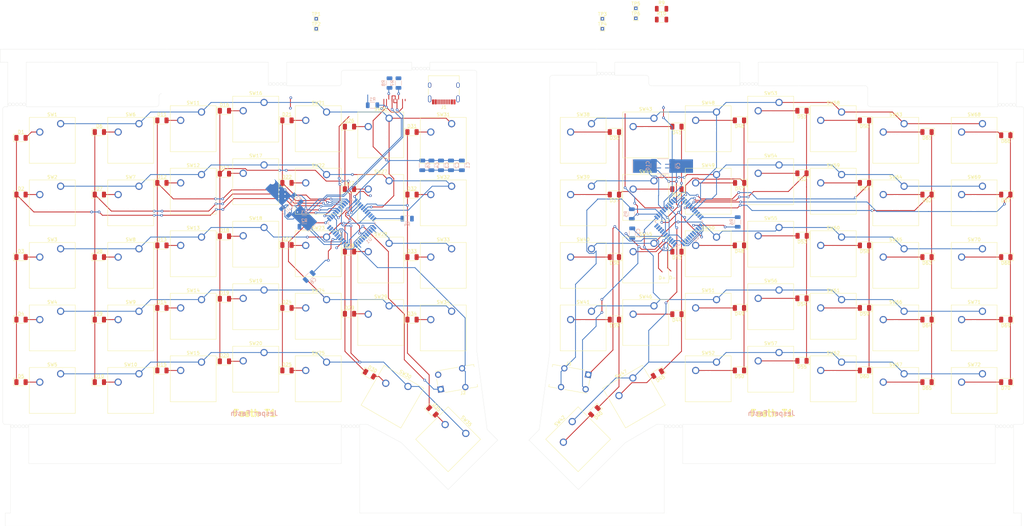
<source format=kicad_pcb>
(kicad_pcb (version 20171130) (host pcbnew "(5.1.10)-1")
  (layers (0 F.Cu signal) (31 B.Cu signal) (34 B.Paste user) (35 F.Paste user) (36 B.SilkS user) (37 F.SilkS user) (38 B.Mask user) (39 F.Mask user) (44 Edge.Cuts user))
  (net 0 "")
  (net 1 VCC)
  (net 2 GND)
  (net 3 "Net-(C6-Pad1)")
  (net 4 "Net-(C7-Pad1)")
  (net 5 "Net-(C8-Pad2)")
  (net 6 "Net-(C9-Pad1)")
  (net 7 "Net-(C10-Pad1)")
  (net 8 "Net-(C11-Pad2)")
  (net 9 "Net-(D1-Pad2)")
  (net 10 /leftButtonSheet/column1)
  (net 11 "Net-(D2-Pad2)")
  (net 12 "Net-(D3-Pad2)")
  (net 13 "Net-(D4-Pad2)")
  (net 14 "Net-(D5-Pad2)")
  (net 15 "Net-(D6-Pad2)")
  (net 16 /leftButtonSheet/column2)
  (net 17 "Net-(D7-Pad2)")
  (net 18 "Net-(D8-Pad2)")
  (net 19 "Net-(D9-Pad2)")
  (net 20 "Net-(D10-Pad2)")
  (net 21 "Net-(D11-Pad2)")
  (net 22 /leftButtonSheet/column3)
  (net 23 "Net-(D12-Pad2)")
  (net 24 "Net-(D13-Pad2)")
  (net 25 "Net-(D14-Pad2)")
  (net 26 "Net-(D15-Pad2)")
  (net 27 "Net-(D16-Pad2)")
  (net 28 /leftButtonSheet/column4)
  (net 29 "Net-(D17-Pad2)")
  (net 30 "Net-(D18-Pad2)")
  (net 31 "Net-(D19-Pad2)")
  (net 32 "Net-(D20-Pad2)")
  (net 33 "Net-(D21-Pad2)")
  (net 34 /leftButtonSheet/column5)
  (net 35 "Net-(D22-Pad2)")
  (net 36 "Net-(D23-Pad2)")
  (net 37 "Net-(D24-Pad2)")
  (net 38 "Net-(D25-Pad2)")
  (net 39 "Net-(D26-Pad2)")
  (net 40 /leftButtonSheet/column6)
  (net 41 "Net-(D27-Pad2)")
  (net 42 "Net-(D28-Pad2)")
  (net 43 "Net-(D29-Pad2)")
  (net 44 "Net-(D30-Pad2)")
  (net 45 "Net-(D31-Pad2)")
  (net 46 /leftButtonSheet/column7)
  (net 47 "Net-(D32-Pad2)")
  (net 48 "Net-(D33-Pad2)")
  (net 49 "Net-(D34-Pad2)")
  (net 50 "Net-(D35-Pad2)")
  (net 51 "Net-(D36-Pad2)")
  (net 52 /rightButtonSheet/column1)
  (net 53 "Net-(D37-Pad2)")
  (net 54 "Net-(D38-Pad2)")
  (net 55 "Net-(D39-Pad2)")
  (net 56 "Net-(D40-Pad2)")
  (net 57 "Net-(D41-Pad2)")
  (net 58 /rightButtonSheet/column2)
  (net 59 "Net-(D42-Pad2)")
  (net 60 "Net-(D43-Pad2)")
  (net 61 "Net-(D44-Pad2)")
  (net 62 "Net-(D45-Pad2)")
  (net 63 "Net-(D46-Pad2)")
  (net 64 /rightButtonSheet/column3)
  (net 65 "Net-(D47-Pad2)")
  (net 66 "Net-(D48-Pad2)")
  (net 67 "Net-(D49-Pad2)")
  (net 68 "Net-(D50-Pad2)")
  (net 69 "Net-(D51-Pad2)")
  (net 70 /rightButtonSheet/column4)
  (net 71 "Net-(D52-Pad2)")
  (net 72 "Net-(D53-Pad2)")
  (net 73 "Net-(D54-Pad2)")
  (net 74 "Net-(D55-Pad2)")
  (net 75 "Net-(D56-Pad2)")
  (net 76 /rightButtonSheet/column5)
  (net 77 "Net-(D57-Pad2)")
  (net 78 "Net-(D58-Pad2)")
  (net 79 "Net-(D59-Pad2)")
  (net 80 "Net-(D60-Pad2)")
  (net 81 "Net-(D61-Pad2)")
  (net 82 /rightButtonSheet/column6)
  (net 83 "Net-(D62-Pad2)")
  (net 84 "Net-(D63-Pad2)")
  (net 85 "Net-(D64-Pad2)")
  (net 86 "Net-(D65-Pad2)")
  (net 87 "Net-(D66-Pad2)")
  (net 88 /rightButtonSheet/column7)
  (net 89 "Net-(D67-Pad2)")
  (net 90 "Net-(D68-Pad2)")
  (net 91 "Net-(D69-Pad2)")
  (net 92 "Net-(D70-Pad2)")
  (net 93 "Net-(J1-PadB8)")
  (net 94 "Net-(J1-PadB5)")
  (net 95 "Net-(J1-PadA8)")
  (net 96 "Net-(J1-PadA7)")
  (net 97 "Net-(J1-PadA6)")
  (net 98 "Net-(J1-PadA5)")
  (net 99 "Net-(J2-PadR)")
  (net 100 "Net-(J3-PadR)")
  (net 101 "Net-(J3-PadT)")
  (net 102 "Net-(R1-Pad2)")
  (net 103 "Net-(R2-Pad1)")
  (net 104 "Net-(R3-Pad1)")
  (net 105 "Net-(R4-Pad1)")
  (net 106 "Net-(R5-Pad2)")
  (net 107 "Net-(R6-Pad1)")
  (net 108 /leftButtonSheet/row1)
  (net 109 /leftButtonSheet/row2)
  (net 110 /leftButtonSheet/row3)
  (net 111 /leftButtonSheet/row4)
  (net 112 /leftButtonSheet/row5)
  (net 113 /rightButtonSheet/row1)
  (net 114 /rightButtonSheet/row2)
  (net 115 /rightButtonSheet/row3)
  (net 116 /rightButtonSheet/row4)
  (net 117 /rightButtonSheet/row5)
  (net 118 "Net-(U1-Pad42)")
  (net 119 "Net-(U1-Pad41)")
  (net 120 "Net-(U1-Pad40)")
  (net 121 "Net-(U1-Pad39)")
  (net 122 "Net-(U1-Pad38)")
  (net 123 "Net-(U1-Pad37)")
  (net 124 "Net-(U1-Pad36)")
  (net 125 "Net-(U1-Pad32)")
  (net 126 "Net-(U1-Pad31)")
  (net 127 "Net-(U1-Pad11)")
  (net 128 "Net-(U1-Pad10)")
  (net 129 "Net-(U1-Pad9)")
  (net 130 "Net-(U2-Pad42)")
  (net 131 "Net-(U2-Pad41)")
  (net 132 "Net-(U2-Pad40)")
  (net 133 "Net-(U2-Pad39)")
  (net 134 "Net-(U2-Pad38)")
  (net 135 "Net-(U2-Pad37)")
  (net 136 "Net-(U2-Pad36)")
  (net 137 "Net-(U2-Pad32)")
  (net 138 "Net-(U2-Pad31)")
  (net 139 "Net-(U2-Pad11)")
  (net 140 "Net-(U2-Pad10)")
  (net 141 "Net-(U2-Pad9)")
  (net 142 "Net-(U2-Pad8)")
  (net 143 "Net-(C10-Pad2)")
  (net 144 "Net-(R9-Pad2)")
  (net 145 "Net-(R9-Pad1)")
  (net 146 "Net-(R10-Pad1)")
  (net 147 "Net-(R10-Pad2)")
  (module keyswitch:SW_Cherry_MX_1.00u_PCB (layer F.Cu) (at 181.76875 96.42475)
    (fp_text reference SW45 (at -2.54 -2.794) (layer F.SilkS))
    (fp_text value SW_Push)
    (pad "" np_thru_hole circle (at 2.54 5.08) (size 1.7 1.7) (drill 1.7) (layers *.Cu *.Mask))
    (pad "" np_thru_hole circle (at -7.62 5.08) (size 1.7 1.7) (drill 1.7) (layers *.Cu *.Mask))
    (pad "" np_thru_hole circle (at -2.54 5.08) (size 4 4) (drill 4) (layers *.Cu *.Mask))
    (pad 2 thru_hole circle (at -6.35 2.54) (size 2.2 2.2) (drill 1.5) (layers *.Cu *.Mask) (net 60 "Net-(D43-Pad2)"))
    (pad 1 thru_hole circle (at 0 0) (size 2.2 2.2) (drill 1.5) (layers *.Cu *.Mask) (net 115 /rightButtonSheet/row3))
  )
  (module keyswitch:SW_Cherry_MX_1.00u_PCB (layer F.Cu) (at 181.7624 58.3184)
    (fp_text reference SW43 (at -2.54 -2.794) (layer F.SilkS))
    (fp_text value SW_Push)
    (pad "" np_thru_hole circle (at 2.54 5.08) (size 1.7 1.7) (drill 1.7) (layers *.Cu *.Mask))
    (pad "" np_thru_hole circle (at -7.62 5.08) (size 1.7 1.7) (drill 1.7) (layers *.Cu *.Mask))
    (pad "" np_thru_hole circle (at -2.54 5.08) (size 4 4) (drill 4) (layers *.Cu *.Mask))
    (pad 2 thru_hole circle (at -6.35 2.54) (size 2.2 2.2) (drill 1.5) (layers *.Cu *.Mask) (net 57 "Net-(D41-Pad2)"))
    (pad 1 thru_hole circle (at 0 0) (size 2.2 2.2) (drill 1.5) (layers *.Cu *.Mask) (net 113 /rightButtonSheet/row1))
  )
  (module keyswitch:SW_Cherry_MX_1.00u_PCB (layer F.Cu) (at 101.0666 58.3184)
    (fp_text reference SW26 (at -2.54 -2.794) (layer F.SilkS))
    (fp_text value SW_Push)
    (pad "" np_thru_hole circle (at 2.54 5.08) (size 1.7 1.7) (drill 1.7) (layers *.Cu *.Mask))
    (pad "" np_thru_hole circle (at -7.62 5.08) (size 1.7 1.7) (drill 1.7) (layers *.Cu *.Mask))
    (pad "" np_thru_hole circle (at -2.54 5.08) (size 4 4) (drill 4) (layers *.Cu *.Mask))
    (pad 2 thru_hole circle (at -6.35 2.54) (size 2.2 2.2) (drill 1.5) (layers *.Cu *.Mask) (net 39 "Net-(D26-Pad2)"))
    (pad 1 thru_hole circle (at 0 0) (size 2.2 2.2) (drill 1.5) (layers *.Cu *.Mask) (net 108 /leftButtonSheet/row1))
  )
  (module keyswitch:SW_Cherry_MX_1.00u_PCB (layer F.Cu) (at 62.96025 53.49875)
    (fp_text reference SW16 (at -2.54 -2.794) (layer F.SilkS))
    (fp_text value SW_Push)
    (pad "" np_thru_hole circle (at 2.54 5.08) (size 1.7 1.7) (drill 1.7) (layers *.Cu *.Mask))
    (pad "" np_thru_hole circle (at -7.62 5.08) (size 1.7 1.7) (drill 1.7) (layers *.Cu *.Mask))
    (pad "" np_thru_hole circle (at -2.54 5.08) (size 4 4) (drill 4) (layers *.Cu *.Mask))
    (pad 2 thru_hole circle (at -6.35 2.54) (size 2.2 2.2) (drill 1.5) (layers *.Cu *.Mask) (net 27 "Net-(D16-Pad2)"))
    (pad 1 thru_hole circle (at 0 0) (size 2.2 2.2) (drill 1.5) (layers *.Cu *.Mask) (net 108 /leftButtonSheet/row1))
  )
  (module keyswitch:SW_Cherry_MX_1.50u_PCB (layer F.Cu) (at 281.84475 136.17575)
    (fp_text reference SW72 (at -2.54 -2.794) (layer F.SilkS))
    (fp_text value SW_Push)
    (pad "" np_thru_hole circle (at 2.54 5.08) (size 1.7 1.7) (drill 1.7) (layers *.Cu *.Mask))
    (pad "" np_thru_hole circle (at -7.62 5.08) (size 1.7 1.7) (drill 1.7) (layers *.Cu *.Mask))
    (pad "" np_thru_hole circle (at -2.54 5.08) (size 4 4) (drill 4) (layers *.Cu *.Mask))
    (pad 2 thru_hole circle (at -6.35 2.54) (size 2.2 2.2) (drill 1.5) (layers *.Cu *.Mask) (net 92 "Net-(D70-Pad2)"))
    (pad 1 thru_hole circle (at 0 0) (size 2.2 2.2) (drill 1.5) (layers *.Cu *.Mask) (net 117 /rightButtonSheet/row5))
  )
  (module keyswitch:SW_Cherry_MX_1.50u_PCB (layer F.Cu) (at 281.84475 117.12575)
    (fp_text reference SW71 (at -2.54 -2.794) (layer F.SilkS))
    (fp_text value SW_Push)
    (pad "" np_thru_hole circle (at 2.54 5.08) (size 1.7 1.7) (drill 1.7) (layers *.Cu *.Mask))
    (pad "" np_thru_hole circle (at -7.62 5.08) (size 1.7 1.7) (drill 1.7) (layers *.Cu *.Mask))
    (pad "" np_thru_hole circle (at -2.54 5.08) (size 4 4) (drill 4) (layers *.Cu *.Mask))
    (pad 2 thru_hole circle (at -6.35 2.54) (size 2.2 2.2) (drill 1.5) (layers *.Cu *.Mask) (net 91 "Net-(D69-Pad2)"))
    (pad 1 thru_hole circle (at 0 0) (size 2.2 2.2) (drill 1.5) (layers *.Cu *.Mask) (net 116 /rightButtonSheet/row4))
  )
  (module keyswitch:SW_Cherry_MX_1.50u_PCB (layer F.Cu) (at 281.84475 98.07575)
    (fp_text reference SW70 (at -2.54 -2.794) (layer F.SilkS))
    (fp_text value SW_Push)
    (pad "" np_thru_hole circle (at 2.54 5.08) (size 1.7 1.7) (drill 1.7) (layers *.Cu *.Mask))
    (pad "" np_thru_hole circle (at -7.62 5.08) (size 1.7 1.7) (drill 1.7) (layers *.Cu *.Mask))
    (pad "" np_thru_hole circle (at -2.54 5.08) (size 4 4) (drill 4) (layers *.Cu *.Mask))
    (pad 2 thru_hole circle (at -6.35 2.54) (size 2.2 2.2) (drill 1.5) (layers *.Cu *.Mask) (net 90 "Net-(D68-Pad2)"))
    (pad 1 thru_hole circle (at 0 0) (size 2.2 2.2) (drill 1.5) (layers *.Cu *.Mask) (net 115 /rightButtonSheet/row3))
  )
  (module keyswitch:SW_Cherry_MX_1.50u_PCB (layer F.Cu) (at 281.84475 79.02575)
    (fp_text reference SW69 (at -2.54 -2.794) (layer F.SilkS))
    (fp_text value SW_Push)
    (pad "" np_thru_hole circle (at 2.54 5.08) (size 1.7 1.7) (drill 1.7) (layers *.Cu *.Mask))
    (pad "" np_thru_hole circle (at -7.62 5.08) (size 1.7 1.7) (drill 1.7) (layers *.Cu *.Mask))
    (pad "" np_thru_hole circle (at -2.54 5.08) (size 4 4) (drill 4) (layers *.Cu *.Mask))
    (pad 2 thru_hole circle (at -6.35 2.54) (size 2.2 2.2) (drill 1.5) (layers *.Cu *.Mask) (net 89 "Net-(D67-Pad2)"))
    (pad 1 thru_hole circle (at 0 0) (size 2.2 2.2) (drill 1.5) (layers *.Cu *.Mask) (net 114 /rightButtonSheet/row2))
  )
  (module keyswitch:SW_Cherry_MX_1.50u_PCB (layer F.Cu) (at 281.84475 59.97575)
    (fp_text reference SW68 (at -2.54 -2.794) (layer F.SilkS))
    (fp_text value SW_Push)
    (pad "" np_thru_hole circle (at 2.54 5.08) (size 1.7 1.7) (drill 1.7) (layers *.Cu *.Mask))
    (pad "" np_thru_hole circle (at -7.62 5.08) (size 1.7 1.7) (drill 1.7) (layers *.Cu *.Mask))
    (pad "" np_thru_hole circle (at -2.54 5.08) (size 4 4) (drill 4) (layers *.Cu *.Mask))
    (pad 2 thru_hole circle (at -6.35 2.54) (size 2.2 2.2) (drill 1.5) (layers *.Cu *.Mask) (net 87 "Net-(D66-Pad2)"))
    (pad 1 thru_hole circle (at 0 0) (size 2.2 2.2) (drill 1.5) (layers *.Cu *.Mask) (net 113 /rightButtonSheet/row1))
  )
  (module keyswitch:SW_Cherry_MX_1.00u_PCB (layer F.Cu) (at 257.96875 136.17575)
    (fp_text reference SW67 (at -2.54 -2.794) (layer F.SilkS))
    (fp_text value SW_Push)
    (pad "" np_thru_hole circle (at 2.54 5.08) (size 1.7 1.7) (drill 1.7) (layers *.Cu *.Mask))
    (pad "" np_thru_hole circle (at -7.62 5.08) (size 1.7 1.7) (drill 1.7) (layers *.Cu *.Mask))
    (pad "" np_thru_hole circle (at -2.54 5.08) (size 4 4) (drill 4) (layers *.Cu *.Mask))
    (pad 2 thru_hole circle (at -6.35 2.54) (size 2.2 2.2) (drill 1.5) (layers *.Cu *.Mask) (net 86 "Net-(D65-Pad2)"))
    (pad 1 thru_hole circle (at 0 0) (size 2.2 2.2) (drill 1.5) (layers *.Cu *.Mask) (net 117 /rightButtonSheet/row5))
  )
  (module keyswitch:SW_Cherry_MX_1.00u_PCB (layer F.Cu) (at 257.96875 117.12575)
    (fp_text reference SW66 (at -2.54 -2.794) (layer F.SilkS))
    (fp_text value SW_Push)
    (pad "" np_thru_hole circle (at 2.54 5.08) (size 1.7 1.7) (drill 1.7) (layers *.Cu *.Mask))
    (pad "" np_thru_hole circle (at -7.62 5.08) (size 1.7 1.7) (drill 1.7) (layers *.Cu *.Mask))
    (pad "" np_thru_hole circle (at -2.54 5.08) (size 4 4) (drill 4) (layers *.Cu *.Mask))
    (pad 2 thru_hole circle (at -6.35 2.54) (size 2.2 2.2) (drill 1.5) (layers *.Cu *.Mask) (net 85 "Net-(D64-Pad2)"))
    (pad 1 thru_hole circle (at 0 0) (size 2.2 2.2) (drill 1.5) (layers *.Cu *.Mask) (net 116 /rightButtonSheet/row4))
  )
  (module keyswitch:SW_Cherry_MX_1.00u_PCB (layer F.Cu) (at 257.96875 98.07575)
    (fp_text reference SW65 (at -2.54 -2.794) (layer F.SilkS))
    (fp_text value SW_Push)
    (pad "" np_thru_hole circle (at 2.54 5.08) (size 1.7 1.7) (drill 1.7) (layers *.Cu *.Mask))
    (pad "" np_thru_hole circle (at -7.62 5.08) (size 1.7 1.7) (drill 1.7) (layers *.Cu *.Mask))
    (pad "" np_thru_hole circle (at -2.54 5.08) (size 4 4) (drill 4) (layers *.Cu *.Mask))
    (pad 2 thru_hole circle (at -6.35 2.54) (size 2.2 2.2) (drill 1.5) (layers *.Cu *.Mask) (net 84 "Net-(D63-Pad2)"))
    (pad 1 thru_hole circle (at 0 0) (size 2.2 2.2) (drill 1.5) (layers *.Cu *.Mask) (net 115 /rightButtonSheet/row3))
  )
  (module keyswitch:SW_Cherry_MX_1.00u_PCB (layer F.Cu) (at 257.96875 79.02575)
    (fp_text reference SW64 (at -2.54 -2.794) (layer F.SilkS))
    (fp_text value SW_Push)
    (pad "" np_thru_hole circle (at 2.54 5.08) (size 1.7 1.7) (drill 1.7) (layers *.Cu *.Mask))
    (pad "" np_thru_hole circle (at -7.62 5.08) (size 1.7 1.7) (drill 1.7) (layers *.Cu *.Mask))
    (pad "" np_thru_hole circle (at -2.54 5.08) (size 4 4) (drill 4) (layers *.Cu *.Mask))
    (pad 2 thru_hole circle (at -6.35 2.54) (size 2.2 2.2) (drill 1.5) (layers *.Cu *.Mask) (net 83 "Net-(D62-Pad2)"))
    (pad 1 thru_hole circle (at 0 0) (size 2.2 2.2) (drill 1.5) (layers *.Cu *.Mask) (net 114 /rightButtonSheet/row2))
  )
  (module keyswitch:SW_Cherry_MX_1.00u_PCB (layer F.Cu) (at 257.96875 59.97575)
    (fp_text reference SW63 (at -2.54 -2.794) (layer F.SilkS))
    (fp_text value SW_Push)
    (pad "" np_thru_hole circle (at 2.54 5.08) (size 1.7 1.7) (drill 1.7) (layers *.Cu *.Mask))
    (pad "" np_thru_hole circle (at -7.62 5.08) (size 1.7 1.7) (drill 1.7) (layers *.Cu *.Mask))
    (pad "" np_thru_hole circle (at -2.54 5.08) (size 4 4) (drill 4) (layers *.Cu *.Mask))
    (pad 2 thru_hole circle (at -6.35 2.54) (size 2.2 2.2) (drill 1.5) (layers *.Cu *.Mask) (net 81 "Net-(D61-Pad2)"))
    (pad 1 thru_hole circle (at 0 0) (size 2.2 2.2) (drill 1.5) (layers *.Cu *.Mask) (net 113 /rightButtonSheet/row1))
  )
  (module keyswitch:SW_Cherry_MX_1.00u_PCB (layer F.Cu) (at 238.91875 132.61975)
    (fp_text reference SW62 (at -2.54 -2.794) (layer F.SilkS))
    (fp_text value SW_Push)
    (pad "" np_thru_hole circle (at 2.54 5.08) (size 1.7 1.7) (drill 1.7) (layers *.Cu *.Mask))
    (pad "" np_thru_hole circle (at -7.62 5.08) (size 1.7 1.7) (drill 1.7) (layers *.Cu *.Mask))
    (pad "" np_thru_hole circle (at -2.54 5.08) (size 4 4) (drill 4) (layers *.Cu *.Mask))
    (pad 2 thru_hole circle (at -6.35 2.54) (size 2.2 2.2) (drill 1.5) (layers *.Cu *.Mask) (net 80 "Net-(D60-Pad2)"))
    (pad 1 thru_hole circle (at 0 0) (size 2.2 2.2) (drill 1.5) (layers *.Cu *.Mask) (net 117 /rightButtonSheet/row5))
  )
  (module keyswitch:SW_Cherry_MX_1.00u_PCB (layer F.Cu) (at 238.91875 113.56975)
    (fp_text reference SW61 (at -2.54 -2.794) (layer F.SilkS))
    (fp_text value SW_Push)
    (pad "" np_thru_hole circle (at 2.54 5.08) (size 1.7 1.7) (drill 1.7) (layers *.Cu *.Mask))
    (pad "" np_thru_hole circle (at -7.62 5.08) (size 1.7 1.7) (drill 1.7) (layers *.Cu *.Mask))
    (pad "" np_thru_hole circle (at -2.54 5.08) (size 4 4) (drill 4) (layers *.Cu *.Mask))
    (pad 2 thru_hole circle (at -6.35 2.54) (size 2.2 2.2) (drill 1.5) (layers *.Cu *.Mask) (net 79 "Net-(D59-Pad2)"))
    (pad 1 thru_hole circle (at 0 0) (size 2.2 2.2) (drill 1.5) (layers *.Cu *.Mask) (net 116 /rightButtonSheet/row4))
  )
  (module keyswitch:SW_Cherry_MX_1.00u_PCB (layer F.Cu) (at 238.91875 94.51975)
    (fp_text reference SW60 (at -2.54 -2.794) (layer F.SilkS))
    (fp_text value SW_Push)
    (pad "" np_thru_hole circle (at 2.54 5.08) (size 1.7 1.7) (drill 1.7) (layers *.Cu *.Mask))
    (pad "" np_thru_hole circle (at -7.62 5.08) (size 1.7 1.7) (drill 1.7) (layers *.Cu *.Mask))
    (pad "" np_thru_hole circle (at -2.54 5.08) (size 4 4) (drill 4) (layers *.Cu *.Mask))
    (pad 2 thru_hole circle (at -6.35 2.54) (size 2.2 2.2) (drill 1.5) (layers *.Cu *.Mask) (net 78 "Net-(D58-Pad2)"))
    (pad 1 thru_hole circle (at 0 0) (size 2.2 2.2) (drill 1.5) (layers *.Cu *.Mask) (net 115 /rightButtonSheet/row3))
  )
  (module keyswitch:SW_Cherry_MX_1.00u_PCB (layer F.Cu) (at 238.91875 75.46975)
    (fp_text reference SW59 (at -2.54 -2.794) (layer F.SilkS))
    (fp_text value SW_Push)
    (pad "" np_thru_hole circle (at 2.54 5.08) (size 1.7 1.7) (drill 1.7) (layers *.Cu *.Mask))
    (pad "" np_thru_hole circle (at -7.62 5.08) (size 1.7 1.7) (drill 1.7) (layers *.Cu *.Mask))
    (pad "" np_thru_hole circle (at -2.54 5.08) (size 4 4) (drill 4) (layers *.Cu *.Mask))
    (pad 2 thru_hole circle (at -6.35 2.54) (size 2.2 2.2) (drill 1.5) (layers *.Cu *.Mask) (net 77 "Net-(D57-Pad2)"))
    (pad 1 thru_hole circle (at 0 0) (size 2.2 2.2) (drill 1.5) (layers *.Cu *.Mask) (net 114 /rightButtonSheet/row2))
  )
  (module keyswitch:SW_Cherry_MX_1.00u_PCB (layer F.Cu) (at 238.91875 56.41975)
    (fp_text reference SW58 (at -2.54 -2.794) (layer F.SilkS))
    (fp_text value SW_Push)
    (pad "" np_thru_hole circle (at 2.54 5.08) (size 1.7 1.7) (drill 1.7) (layers *.Cu *.Mask))
    (pad "" np_thru_hole circle (at -7.62 5.08) (size 1.7 1.7) (drill 1.7) (layers *.Cu *.Mask))
    (pad "" np_thru_hole circle (at -2.54 5.08) (size 4 4) (drill 4) (layers *.Cu *.Mask))
    (pad 2 thru_hole circle (at -6.35 2.54) (size 2.2 2.2) (drill 1.5) (layers *.Cu *.Mask) (net 75 "Net-(D56-Pad2)"))
    (pad 1 thru_hole circle (at 0 0) (size 2.2 2.2) (drill 1.5) (layers *.Cu *.Mask) (net 113 /rightButtonSheet/row1))
  )
  (module keyswitch:SW_Cherry_MX_1.00u_PCB (layer F.Cu) (at 219.86875 129.69875)
    (fp_text reference SW57 (at -2.54 -2.794) (layer F.SilkS))
    (fp_text value SW_Push)
    (pad "" np_thru_hole circle (at 2.54 5.08) (size 1.7 1.7) (drill 1.7) (layers *.Cu *.Mask))
    (pad "" np_thru_hole circle (at -7.62 5.08) (size 1.7 1.7) (drill 1.7) (layers *.Cu *.Mask))
    (pad "" np_thru_hole circle (at -2.54 5.08) (size 4 4) (drill 4) (layers *.Cu *.Mask))
    (pad 2 thru_hole circle (at -6.35 2.54) (size 2.2 2.2) (drill 1.5) (layers *.Cu *.Mask) (net 74 "Net-(D55-Pad2)"))
    (pad 1 thru_hole circle (at 0 0) (size 2.2 2.2) (drill 1.5) (layers *.Cu *.Mask) (net 117 /rightButtonSheet/row5))
  )
  (module keyswitch:SW_Cherry_MX_1.00u_PCB (layer F.Cu) (at 219.86875 110.64875)
    (fp_text reference SW56 (at -2.54 -2.794) (layer F.SilkS))
    (fp_text value SW_Push)
    (pad "" np_thru_hole circle (at 2.54 5.08) (size 1.7 1.7) (drill 1.7) (layers *.Cu *.Mask))
    (pad "" np_thru_hole circle (at -7.62 5.08) (size 1.7 1.7) (drill 1.7) (layers *.Cu *.Mask))
    (pad "" np_thru_hole circle (at -2.54 5.08) (size 4 4) (drill 4) (layers *.Cu *.Mask))
    (pad 2 thru_hole circle (at -6.35 2.54) (size 2.2 2.2) (drill 1.5) (layers *.Cu *.Mask) (net 73 "Net-(D54-Pad2)"))
    (pad 1 thru_hole circle (at 0 0) (size 2.2 2.2) (drill 1.5) (layers *.Cu *.Mask) (net 116 /rightButtonSheet/row4))
  )
  (module keyswitch:SW_Cherry_MX_1.00u_PCB (layer F.Cu) (at 219.86875 91.59875)
    (fp_text reference SW55 (at -2.54 -2.794) (layer F.SilkS))
    (fp_text value SW_Push)
    (pad "" np_thru_hole circle (at 2.54 5.08) (size 1.7 1.7) (drill 1.7) (layers *.Cu *.Mask))
    (pad "" np_thru_hole circle (at -7.62 5.08) (size 1.7 1.7) (drill 1.7) (layers *.Cu *.Mask))
    (pad "" np_thru_hole circle (at -2.54 5.08) (size 4 4) (drill 4) (layers *.Cu *.Mask))
    (pad 2 thru_hole circle (at -6.35 2.54) (size 2.2 2.2) (drill 1.5) (layers *.Cu *.Mask) (net 72 "Net-(D53-Pad2)"))
    (pad 1 thru_hole circle (at 0 0) (size 2.2 2.2) (drill 1.5) (layers *.Cu *.Mask) (net 115 /rightButtonSheet/row3))
  )
  (module keyswitch:SW_Cherry_MX_1.00u_PCB (layer F.Cu) (at 219.86875 72.54875)
    (fp_text reference SW54 (at -2.54 -2.794) (layer F.SilkS))
    (fp_text value SW_Push)
    (pad "" np_thru_hole circle (at 2.54 5.08) (size 1.7 1.7) (drill 1.7) (layers *.Cu *.Mask))
    (pad "" np_thru_hole circle (at -7.62 5.08) (size 1.7 1.7) (drill 1.7) (layers *.Cu *.Mask))
    (pad "" np_thru_hole circle (at -2.54 5.08) (size 4 4) (drill 4) (layers *.Cu *.Mask))
    (pad 2 thru_hole circle (at -6.35 2.54) (size 2.2 2.2) (drill 1.5) (layers *.Cu *.Mask) (net 71 "Net-(D52-Pad2)"))
    (pad 1 thru_hole circle (at 0 0) (size 2.2 2.2) (drill 1.5) (layers *.Cu *.Mask) (net 114 /rightButtonSheet/row2))
  )
  (module keyswitch:SW_Cherry_MX_1.00u_PCB (layer F.Cu) (at 219.86875 53.49875)
    (fp_text reference SW53 (at -2.54 -2.794) (layer F.SilkS))
    (fp_text value SW_Push)
    (pad "" np_thru_hole circle (at 2.54 5.08) (size 1.7 1.7) (drill 1.7) (layers *.Cu *.Mask))
    (pad "" np_thru_hole circle (at -7.62 5.08) (size 1.7 1.7) (drill 1.7) (layers *.Cu *.Mask))
    (pad "" np_thru_hole circle (at -2.54 5.08) (size 4 4) (drill 4) (layers *.Cu *.Mask))
    (pad 2 thru_hole circle (at -6.35 2.54) (size 2.2 2.2) (drill 1.5) (layers *.Cu *.Mask) (net 69 "Net-(D51-Pad2)"))
    (pad 1 thru_hole circle (at 0 0) (size 2.2 2.2) (drill 1.5) (layers *.Cu *.Mask) (net 113 /rightButtonSheet/row1))
  )
  (module keyswitch:SW_Cherry_MX_1.00u_PCB (layer F.Cu) (at 200.81875 132.61975)
    (fp_text reference SW52 (at -2.54 -2.794) (layer F.SilkS))
    (fp_text value SW_Push)
    (pad "" np_thru_hole circle (at 2.54 5.08) (size 1.7 1.7) (drill 1.7) (layers *.Cu *.Mask))
    (pad "" np_thru_hole circle (at -7.62 5.08) (size 1.7 1.7) (drill 1.7) (layers *.Cu *.Mask))
    (pad "" np_thru_hole circle (at -2.54 5.08) (size 4 4) (drill 4) (layers *.Cu *.Mask))
    (pad 2 thru_hole circle (at -6.35 2.54) (size 2.2 2.2) (drill 1.5) (layers *.Cu *.Mask) (net 68 "Net-(D50-Pad2)"))
    (pad 1 thru_hole circle (at 0 0) (size 2.2 2.2) (drill 1.5) (layers *.Cu *.Mask) (net 117 /rightButtonSheet/row5))
  )
  (module keyswitch:SW_Cherry_MX_1.00u_PCB (layer F.Cu) (at 200.81875 113.56975)
    (fp_text reference SW51 (at -2.54 -2.794) (layer F.SilkS))
    (fp_text value SW_Push)
    (pad "" np_thru_hole circle (at 2.54 5.08) (size 1.7 1.7) (drill 1.7) (layers *.Cu *.Mask))
    (pad "" np_thru_hole circle (at -7.62 5.08) (size 1.7 1.7) (drill 1.7) (layers *.Cu *.Mask))
    (pad "" np_thru_hole circle (at -2.54 5.08) (size 4 4) (drill 4) (layers *.Cu *.Mask))
    (pad 2 thru_hole circle (at -6.35 2.54) (size 2.2 2.2) (drill 1.5) (layers *.Cu *.Mask) (net 67 "Net-(D49-Pad2)"))
    (pad 1 thru_hole circle (at 0 0) (size 2.2 2.2) (drill 1.5) (layers *.Cu *.Mask) (net 116 /rightButtonSheet/row4))
  )
  (module keyswitch:SW_Cherry_MX_1.00u_PCB (layer F.Cu) (at 200.81875 94.51975)
    (fp_text reference SW50 (at -2.54 -2.794) (layer F.SilkS))
    (fp_text value SW_Push)
    (pad "" np_thru_hole circle (at 2.54 5.08) (size 1.7 1.7) (drill 1.7) (layers *.Cu *.Mask))
    (pad "" np_thru_hole circle (at -7.62 5.08) (size 1.7 1.7) (drill 1.7) (layers *.Cu *.Mask))
    (pad "" np_thru_hole circle (at -2.54 5.08) (size 4 4) (drill 4) (layers *.Cu *.Mask))
    (pad 2 thru_hole circle (at -6.35 2.54) (size 2.2 2.2) (drill 1.5) (layers *.Cu *.Mask) (net 66 "Net-(D48-Pad2)"))
    (pad 1 thru_hole circle (at 0 0) (size 2.2 2.2) (drill 1.5) (layers *.Cu *.Mask) (net 115 /rightButtonSheet/row3))
  )
  (module keyswitch:SW_Cherry_MX_1.00u_PCB (layer F.Cu) (at 200.81875 75.46975)
    (fp_text reference SW49 (at -2.54 -2.794) (layer F.SilkS))
    (fp_text value SW_Push)
    (pad "" np_thru_hole circle (at 2.54 5.08) (size 1.7 1.7) (drill 1.7) (layers *.Cu *.Mask))
    (pad "" np_thru_hole circle (at -7.62 5.08) (size 1.7 1.7) (drill 1.7) (layers *.Cu *.Mask))
    (pad "" np_thru_hole circle (at -2.54 5.08) (size 4 4) (drill 4) (layers *.Cu *.Mask))
    (pad 2 thru_hole circle (at -6.35 2.54) (size 2.2 2.2) (drill 1.5) (layers *.Cu *.Mask) (net 65 "Net-(D47-Pad2)"))
    (pad 1 thru_hole circle (at 0 0) (size 2.2 2.2) (drill 1.5) (layers *.Cu *.Mask) (net 114 /rightButtonSheet/row2))
  )
  (module keyswitch:SW_Cherry_MX_1.00u_PCB (layer F.Cu) (at 200.81875 56.41975)
    (fp_text reference SW48 (at -2.54 -2.794) (layer F.SilkS))
    (fp_text value SW_Push)
    (pad "" np_thru_hole circle (at 2.54 5.08) (size 1.7 1.7) (drill 1.7) (layers *.Cu *.Mask))
    (pad "" np_thru_hole circle (at -7.62 5.08) (size 1.7 1.7) (drill 1.7) (layers *.Cu *.Mask))
    (pad "" np_thru_hole circle (at -2.54 5.08) (size 4 4) (drill 4) (layers *.Cu *.Mask))
    (pad 2 thru_hole circle (at -6.35 2.54) (size 2.2 2.2) (drill 1.5) (layers *.Cu *.Mask) (net 63 "Net-(D46-Pad2)"))
    (pad 1 thru_hole circle (at 0 0) (size 2.2 2.2) (drill 1.5) (layers *.Cu *.Mask) (net 113 /rightButtonSheet/row1))
  )
  (module keyswitch:SW_Cherry_MX_1.00u_PCB (layer F.Cu) (at 175.332455 137.44575 30)
    (fp_text reference SW47 (at -2.54 -2.794 30) (layer F.SilkS))
    (fp_text value SW_Push)
    (pad "" np_thru_hole circle (at 2.54 5.08 30) (size 1.7 1.7) (drill 1.7) (layers *.Cu *.Mask))
    (pad "" np_thru_hole circle (at -7.62 5.08 30) (size 1.7 1.7) (drill 1.7) (layers *.Cu *.Mask))
    (pad "" np_thru_hole circle (at -2.54 5.08 30) (size 4 4) (drill 4) (layers *.Cu *.Mask))
    (pad 2 thru_hole circle (at -6.35 2.54 30) (size 2.2 2.2) (drill 1.5) (layers *.Cu *.Mask) (net 62 "Net-(D45-Pad2)"))
    (pad 1 thru_hole circle (at 0 0 30) (size 2.2 2.2) (drill 1.5) (layers *.Cu *.Mask) (net 117 /rightButtonSheet/row5))
  )
  (module keyswitch:SW_Cherry_MX_1.00u_PCB (layer F.Cu) (at 181.76875 115.47475)
    (fp_text reference SW46 (at -2.54 -2.794) (layer F.SilkS))
    (fp_text value SW_Push)
    (pad "" np_thru_hole circle (at 2.54 5.08) (size 1.7 1.7) (drill 1.7) (layers *.Cu *.Mask))
    (pad "" np_thru_hole circle (at -7.62 5.08) (size 1.7 1.7) (drill 1.7) (layers *.Cu *.Mask))
    (pad "" np_thru_hole circle (at -2.54 5.08) (size 4 4) (drill 4) (layers *.Cu *.Mask))
    (pad 2 thru_hole circle (at -6.35 2.54) (size 2.2 2.2) (drill 1.5) (layers *.Cu *.Mask) (net 61 "Net-(D44-Pad2)"))
    (pad 1 thru_hole circle (at 0 0) (size 2.2 2.2) (drill 1.5) (layers *.Cu *.Mask) (net 116 /rightButtonSheet/row4))
  )
  (module keyswitch:SW_Cherry_MX_1.00u_PCB (layer F.Cu) (at 181.76875 77.37475)
    (fp_text reference SW44 (at -2.54 -2.794) (layer F.SilkS))
    (fp_text value SW_Push)
    (pad "" np_thru_hole circle (at 2.54 5.08) (size 1.7 1.7) (drill 1.7) (layers *.Cu *.Mask))
    (pad "" np_thru_hole circle (at -7.62 5.08) (size 1.7 1.7) (drill 1.7) (layers *.Cu *.Mask))
    (pad "" np_thru_hole circle (at -2.54 5.08) (size 4 4) (drill 4) (layers *.Cu *.Mask))
    (pad 2 thru_hole circle (at -6.35 2.54) (size 2.2 2.2) (drill 1.5) (layers *.Cu *.Mask) (net 59 "Net-(D42-Pad2)"))
    (pad 1 thru_hole circle (at 0 0) (size 2.2 2.2) (drill 1.5) (layers *.Cu *.Mask) (net 114 /rightButtonSheet/row2))
  )
  (module keyswitch:SW_Cherry_MX_1.00u_PCB (layer F.Cu) (at 156.858699 150.726596 45)
    (fp_text reference SW42 (at -2.54 -2.794 45) (layer F.SilkS))
    (fp_text value SW_Push)
    (pad "" np_thru_hole circle (at 2.54 5.08 45) (size 1.7 1.7) (drill 1.7) (layers *.Cu *.Mask))
    (pad "" np_thru_hole circle (at -7.62 5.08 45) (size 1.7 1.7) (drill 1.7) (layers *.Cu *.Mask))
    (pad "" np_thru_hole circle (at -2.54 5.08 45) (size 4 4) (drill 4) (layers *.Cu *.Mask))
    (pad 2 thru_hole circle (at -6.35 2.54 45) (size 2.2 2.2) (drill 1.5) (layers *.Cu *.Mask) (net 56 "Net-(D40-Pad2)"))
    (pad 1 thru_hole circle (at 0 0 45) (size 2.2 2.2) (drill 1.5) (layers *.Cu *.Mask) (net 117 /rightButtonSheet/row5))
  )
  (module keyswitch:SW_Cherry_MX_1.00u_PCB (layer F.Cu) (at 162.71875 117.12575)
    (fp_text reference SW41 (at -2.54 -2.794) (layer F.SilkS))
    (fp_text value SW_Push)
    (pad "" np_thru_hole circle (at 2.54 5.08) (size 1.7 1.7) (drill 1.7) (layers *.Cu *.Mask))
    (pad "" np_thru_hole circle (at -7.62 5.08) (size 1.7 1.7) (drill 1.7) (layers *.Cu *.Mask))
    (pad "" np_thru_hole circle (at -2.54 5.08) (size 4 4) (drill 4) (layers *.Cu *.Mask))
    (pad 2 thru_hole circle (at -6.35 2.54) (size 2.2 2.2) (drill 1.5) (layers *.Cu *.Mask) (net 55 "Net-(D39-Pad2)"))
    (pad 1 thru_hole circle (at 0 0) (size 2.2 2.2) (drill 1.5) (layers *.Cu *.Mask) (net 116 /rightButtonSheet/row4))
  )
  (module keyswitch:SW_Cherry_MX_1.00u_PCB (layer F.Cu) (at 162.71875 98.07575)
    (fp_text reference SW40 (at -2.54 -2.794) (layer F.SilkS))
    (fp_text value SW_Push)
    (pad "" np_thru_hole circle (at 2.54 5.08) (size 1.7 1.7) (drill 1.7) (layers *.Cu *.Mask))
    (pad "" np_thru_hole circle (at -7.62 5.08) (size 1.7 1.7) (drill 1.7) (layers *.Cu *.Mask))
    (pad "" np_thru_hole circle (at -2.54 5.08) (size 4 4) (drill 4) (layers *.Cu *.Mask))
    (pad 2 thru_hole circle (at -6.35 2.54) (size 2.2 2.2) (drill 1.5) (layers *.Cu *.Mask) (net 54 "Net-(D38-Pad2)"))
    (pad 1 thru_hole circle (at 0 0) (size 2.2 2.2) (drill 1.5) (layers *.Cu *.Mask) (net 115 /rightButtonSheet/row3))
  )
  (module keyswitch:SW_Cherry_MX_1.00u_PCB (layer F.Cu) (at 162.71875 79.02575)
    (fp_text reference SW39 (at -2.54 -2.794) (layer F.SilkS))
    (fp_text value SW_Push)
    (pad "" np_thru_hole circle (at 2.54 5.08) (size 1.7 1.7) (drill 1.7) (layers *.Cu *.Mask))
    (pad "" np_thru_hole circle (at -7.62 5.08) (size 1.7 1.7) (drill 1.7) (layers *.Cu *.Mask))
    (pad "" np_thru_hole circle (at -2.54 5.08) (size 4 4) (drill 4) (layers *.Cu *.Mask))
    (pad 2 thru_hole circle (at -6.35 2.54) (size 2.2 2.2) (drill 1.5) (layers *.Cu *.Mask) (net 53 "Net-(D37-Pad2)"))
    (pad 1 thru_hole circle (at 0 0) (size 2.2 2.2) (drill 1.5) (layers *.Cu *.Mask) (net 114 /rightButtonSheet/row2))
  )
  (module keyswitch:SW_Cherry_MX_1.00u_PCB (layer F.Cu) (at 162.71875 59.97575)
    (fp_text reference SW38 (at -2.54 -2.794) (layer F.SilkS))
    (fp_text value SW_Push)
    (pad "" np_thru_hole circle (at 2.54 5.08) (size 1.7 1.7) (drill 1.7) (layers *.Cu *.Mask))
    (pad "" np_thru_hole circle (at -7.62 5.08) (size 1.7 1.7) (drill 1.7) (layers *.Cu *.Mask))
    (pad "" np_thru_hole circle (at -2.54 5.08) (size 4 4) (drill 4) (layers *.Cu *.Mask))
    (pad 2 thru_hole circle (at -6.35 2.54) (size 2.2 2.2) (drill 1.5) (layers *.Cu *.Mask) (net 51 "Net-(D36-Pad2)"))
    (pad 1 thru_hole circle (at 0 0) (size 2.2 2.2) (drill 1.5) (layers *.Cu *.Mask) (net 113 /rightButtonSheet/row1))
  )
  (module Diode_SMD:D_1206_3216Metric (layer F.Cu) (at 288.95675 100.61575 180)
    (fp_text reference D68 (at 0 -1.82) (layer F.SilkS))
    (fp_text value D)
    (pad 2 smd roundrect (at 1.4 0 180) (size 1.25 1.75) (layers F.Cu F.Paste F.Mask) (roundrect_rratio 0.2) (net 90 "Net-(D68-Pad2)"))
    (pad 1 smd roundrect (at -1.4 0 180) (size 1.25 1.75) (layers F.Cu F.Paste F.Mask) (roundrect_rratio 0.2) (net 88 /rightButtonSheet/column7))
  )
  (module Diode_SMD:D_1206_3216Metric (layer F.Cu) (at 245.90075 135.15975 180)
    (fp_text reference D60 (at 0 -1.82) (layer F.SilkS))
    (fp_text value D)
    (pad 2 smd roundrect (at 1.4 0 180) (size 1.25 1.75) (layers F.Cu F.Paste F.Mask) (roundrect_rratio 0.2) (net 80 "Net-(D60-Pad2)"))
    (pad 1 smd roundrect (at -1.4 0 180) (size 1.25 1.75) (layers F.Cu F.Paste F.Mask) (roundrect_rratio 0.2) (net 76 /rightButtonSheet/column5))
  )
  (module Diode_SMD:D_1206_3216Metric (layer F.Cu) (at 182.842314 136.11375 210)
    (fp_text reference D45 (at 0 -1.82 30) (layer F.SilkS))
    (fp_text value D)
    (pad 2 smd roundrect (at 1.4 0 210) (size 1.25 1.75) (layers F.Cu F.Paste F.Mask) (roundrect_rratio 0.2) (net 62 "Net-(D45-Pad2)"))
    (pad 1 smd roundrect (at -1.4 0 210) (size 1.25 1.75) (layers F.Cu F.Paste F.Mask) (roundrect_rratio 0.2) (net 58 /rightButtonSheet/column2))
  )
  (module Connector_USB:USB_C_Receptacle_HRO_TYPE-C-31-M-12 (layer F.Cu) (at 117.729 49.276 180)
    (fp_text reference J1 (at 0 -5.645) (layer F.SilkS))
    (fp_text value USB_C_Receptacle)
    (pad B1 smd rect (at 3.25 -4.045 180) (size 0.6 1.45) (layers F.Cu F.Paste F.Mask) (net 2 GND))
    (pad A9 smd rect (at 2.45 -4.045 180) (size 0.6 1.45) (layers F.Cu F.Paste F.Mask) (net 1 VCC))
    (pad B9 smd rect (at -2.45 -4.045 180) (size 0.6 1.45) (layers F.Cu F.Paste F.Mask) (net 1 VCC))
    (pad B12 smd rect (at -3.25 -4.045 180) (size 0.6 1.45) (layers F.Cu F.Paste F.Mask) (net 2 GND))
    (pad A1 smd rect (at -3.25 -4.045 180) (size 0.6 1.45) (layers F.Cu F.Paste F.Mask) (net 2 GND))
    (pad A4 smd rect (at -2.45 -4.045 180) (size 0.6 1.45) (layers F.Cu F.Paste F.Mask) (net 1 VCC))
    (pad B4 smd rect (at 2.45 -4.045 180) (size 0.6 1.45) (layers F.Cu F.Paste F.Mask) (net 1 VCC))
    (pad A12 smd rect (at 3.25 -4.045 180) (size 0.6 1.45) (layers F.Cu F.Paste F.Mask) (net 2 GND))
    (pad B8 smd rect (at -1.75 -4.045 180) (size 0.3 1.45) (layers F.Cu F.Paste F.Mask) (net 93 "Net-(J1-PadB8)"))
    (pad A5 smd rect (at -1.25 -4.045 180) (size 0.3 1.45) (layers F.Cu F.Paste F.Mask) (net 98 "Net-(J1-PadA5)"))
    (pad B7 smd rect (at -0.75 -4.045 180) (size 0.3 1.45) (layers F.Cu F.Paste F.Mask) (net 96 "Net-(J1-PadA7)"))
    (pad A7 smd rect (at 0.25 -4.045 180) (size 0.3 1.45) (layers F.Cu F.Paste F.Mask) (net 96 "Net-(J1-PadA7)"))
    (pad B6 smd rect (at 0.75 -4.045 180) (size 0.3 1.45) (layers F.Cu F.Paste F.Mask) (net 97 "Net-(J1-PadA6)"))
    (pad A8 smd rect (at 1.25 -4.045 180) (size 0.3 1.45) (layers F.Cu F.Paste F.Mask) (net 95 "Net-(J1-PadA8)"))
    (pad B5 smd rect (at 1.75 -4.045 180) (size 0.3 1.45) (layers F.Cu F.Paste F.Mask) (net 94 "Net-(J1-PadB5)"))
    (pad A6 smd rect (at -0.25 -4.045 180) (size 0.3 1.45) (layers F.Cu F.Paste F.Mask) (net 97 "Net-(J1-PadA6)"))
    (pad S1 thru_hole oval (at 4.32 -3.13 180) (size 1 2.1) (drill oval 0.6 1.7) (layers *.Cu *.Mask) (net 2 GND))
    (pad S1 thru_hole oval (at -4.32 -3.13 180) (size 1 2.1) (drill oval 0.6 1.7) (layers *.Cu *.Mask) (net 2 GND))
    (pad "" np_thru_hole circle (at -2.89 -2.6 180) (size 0.65 0.65) (drill 0.65) (layers *.Cu *.Mask))
    (pad S1 thru_hole oval (at -4.32 1.05 180) (size 1 1.6) (drill oval 0.6 1.2) (layers *.Cu *.Mask) (net 2 GND))
    (pad "" np_thru_hole circle (at 2.89 -2.6 180) (size 0.65 0.65) (drill 0.65) (layers *.Cu *.Mask))
    (pad S1 thru_hole oval (at 4.32 1.05 180) (size 1 1.6) (drill oval 0.6 1.2) (layers *.Cu *.Mask) (net 2 GND))
  )
  (module Package_QFP:TQFP-44_10x10mm_P0.8mm (layer B.Cu) (at 189.357 89.789 45)
    (fp_text reference U2 (at 0 7.45 45) (layer B.SilkS) (effects (justify mirror)))
    (fp_text value ATmega32U4-AU)
    (pad 44 smd rect (at -4 5.7 315) (size 1.5 0.55) (layers B.Cu B.Paste B.Mask) (net 101 "Net-(J3-PadT)"))
    (pad 43 smd rect (at -3.2 5.7 315) (size 1.5 0.55) (layers B.Cu B.Paste B.Mask) (net 143 "Net-(C10-Pad2)"))
    (pad 42 smd rect (at -2.4 5.7 315) (size 1.5 0.55) (layers B.Cu B.Paste B.Mask) (net 130 "Net-(U2-Pad42)"))
    (pad 41 smd rect (at -1.6 5.7 315) (size 1.5 0.55) (layers B.Cu B.Paste B.Mask) (net 131 "Net-(U2-Pad41)"))
    (pad 40 smd rect (at -0.8 5.7 315) (size 1.5 0.55) (layers B.Cu B.Paste B.Mask) (net 132 "Net-(U2-Pad40)"))
    (pad 39 smd rect (at 0 5.7 315) (size 1.5 0.55) (layers B.Cu B.Paste B.Mask) (net 133 "Net-(U2-Pad39)"))
    (pad 38 smd rect (at 0.8 5.7 315) (size 1.5 0.55) (layers B.Cu B.Paste B.Mask) (net 134 "Net-(U2-Pad38)"))
    (pad 37 smd rect (at 1.6 5.7 315) (size 1.5 0.55) (layers B.Cu B.Paste B.Mask) (net 135 "Net-(U2-Pad37)"))
    (pad 36 smd rect (at 2.4 5.7 315) (size 1.5 0.55) (layers B.Cu B.Paste B.Mask) (net 136 "Net-(U2-Pad36)"))
    (pad 35 smd rect (at 3.2 5.7 315) (size 1.5 0.55) (layers B.Cu B.Paste B.Mask) (net 143 "Net-(C10-Pad2)"))
    (pad 34 smd rect (at 4 5.7 315) (size 1.5 0.55) (layers B.Cu B.Paste B.Mask) (net 101 "Net-(J3-PadT)"))
    (pad 33 smd rect (at 5.7 4 45) (size 1.5 0.55) (layers B.Cu B.Paste B.Mask) (net 107 "Net-(R6-Pad1)"))
    (pad 32 smd rect (at 5.7 3.2 45) (size 1.5 0.55) (layers B.Cu B.Paste B.Mask) (net 137 "Net-(U2-Pad32)"))
    (pad 31 smd rect (at 5.7 2.4 45) (size 1.5 0.55) (layers B.Cu B.Paste B.Mask) (net 138 "Net-(U2-Pad31)"))
    (pad 30 smd rect (at 5.7 1.6 45) (size 1.5 0.55) (layers B.Cu B.Paste B.Mask) (net 115 /rightButtonSheet/row3))
    (pad 29 smd rect (at 5.7 0.8 45) (size 1.5 0.55) (layers B.Cu B.Paste B.Mask) (net 114 /rightButtonSheet/row2))
    (pad 28 smd rect (at 5.7 0 45) (size 1.5 0.55) (layers B.Cu B.Paste B.Mask) (net 113 /rightButtonSheet/row1))
    (pad 27 smd rect (at 5.7 -0.8 45) (size 1.5 0.55) (layers B.Cu B.Paste B.Mask) (net 88 /rightButtonSheet/column7))
    (pad 26 smd rect (at 5.7 -1.6 45) (size 1.5 0.55) (layers B.Cu B.Paste B.Mask) (net 82 /rightButtonSheet/column6))
    (pad 25 smd rect (at 5.7 -2.4 45) (size 1.5 0.55) (layers B.Cu B.Paste B.Mask) (net 70 /rightButtonSheet/column4))
    (pad 24 smd rect (at 5.7 -3.2 45) (size 1.5 0.55) (layers B.Cu B.Paste B.Mask) (net 101 "Net-(J3-PadT)"))
    (pad 23 smd rect (at 5.7 -4 45) (size 1.5 0.55) (layers B.Cu B.Paste B.Mask) (net 143 "Net-(C10-Pad2)"))
    (pad 22 smd rect (at 4 -5.7 315) (size 1.5 0.55) (layers B.Cu B.Paste B.Mask) (net 76 /rightButtonSheet/column5))
    (pad 21 smd rect (at 3.2 -5.7 315) (size 1.5 0.55) (layers B.Cu B.Paste B.Mask) (net 64 /rightButtonSheet/column3))
    (pad 20 smd rect (at 2.4 -5.7 315) (size 1.5 0.55) (layers B.Cu B.Paste B.Mask) (net 58 /rightButtonSheet/column2))
    (pad 19 smd rect (at 1.6 -5.7 315) (size 1.5 0.55) (layers B.Cu B.Paste B.Mask) (net 52 /rightButtonSheet/column1))
    (pad 18 smd rect (at 0.8 -5.7 315) (size 1.5 0.55) (layers B.Cu B.Paste B.Mask) (net 117 /rightButtonSheet/row5))
    (pad 17 smd rect (at 0 -5.7 315) (size 1.5 0.55) (layers B.Cu B.Paste B.Mask) (net 6 "Net-(C9-Pad1)"))
    (pad 16 smd rect (at -0.8 -5.7 315) (size 1.5 0.55) (layers B.Cu B.Paste B.Mask) (net 7 "Net-(C10-Pad1)"))
    (pad 15 smd rect (at -1.6 -5.7 315) (size 1.5 0.55) (layers B.Cu B.Paste B.Mask) (net 143 "Net-(C10-Pad2)"))
    (pad 14 smd rect (at -2.4 -5.7 315) (size 1.5 0.55) (layers B.Cu B.Paste B.Mask) (net 101 "Net-(J3-PadT)"))
    (pad 13 smd rect (at -3.2 -5.7 315) (size 1.5 0.55) (layers B.Cu B.Paste B.Mask) (net 106 "Net-(R5-Pad2)"))
    (pad 12 smd rect (at -4 -5.7 315) (size 1.5 0.55) (layers B.Cu B.Paste B.Mask) (net 116 /rightButtonSheet/row4))
    (pad 11 smd rect (at -5.7 -4 45) (size 1.5 0.55) (layers B.Cu B.Paste B.Mask) (net 139 "Net-(U2-Pad11)"))
    (pad 10 smd rect (at -5.7 -3.2 45) (size 1.5 0.55) (layers B.Cu B.Paste B.Mask) (net 140 "Net-(U2-Pad10)"))
    (pad 9 smd rect (at -5.7 -2.4 45) (size 1.5 0.55) (layers B.Cu B.Paste B.Mask) (net 141 "Net-(U2-Pad9)"))
    (pad 8 smd rect (at -5.7 -1.6 45) (size 1.5 0.55) (layers B.Cu B.Paste B.Mask) (net 142 "Net-(U2-Pad8)"))
    (pad 7 smd rect (at -5.7 -0.8 45) (size 1.5 0.55) (layers B.Cu B.Paste B.Mask) (net 101 "Net-(J3-PadT)"))
    (pad 6 smd rect (at -5.7 0 45) (size 1.5 0.55) (layers B.Cu B.Paste B.Mask) (net 8 "Net-(C11-Pad2)"))
    (pad 5 smd rect (at -5.7 0.8 45) (size 1.5 0.55) (layers B.Cu B.Paste B.Mask) (net 143 "Net-(C10-Pad2)"))
    (pad 4 smd rect (at -5.7 1.6 45) (size 1.5 0.55) (layers B.Cu B.Paste B.Mask) (net 144 "Net-(R9-Pad2)"))
    (pad 3 smd rect (at -5.7 2.4 45) (size 1.5 0.55) (layers B.Cu B.Paste B.Mask) (net 147 "Net-(R10-Pad2)"))
    (pad 2 smd rect (at -5.7 3.2 45) (size 1.5 0.55) (layers B.Cu B.Paste B.Mask) (net 101 "Net-(J3-PadT)"))
    (pad 1 smd rect (at -5.7 4 45) (size 1.5 0.55) (layers B.Cu B.Paste B.Mask) (net 100 "Net-(J3-PadR)"))
  )
  (module Package_QFP:TQFP-44_10x10mm_P0.8mm (layer B.Cu) (at 89.662 90.297 45)
    (fp_text reference U1 (at 0 7.45 45) (layer B.SilkS) (effects (justify mirror)))
    (fp_text value ATmega32U4-AU)
    (pad 44 smd rect (at -4 5.7 315) (size 1.5 0.55) (layers B.Cu B.Paste B.Mask) (net 1 VCC))
    (pad 43 smd rect (at -3.2 5.7 315) (size 1.5 0.55) (layers B.Cu B.Paste B.Mask) (net 2 GND))
    (pad 42 smd rect (at -2.4 5.7 315) (size 1.5 0.55) (layers B.Cu B.Paste B.Mask) (net 118 "Net-(U1-Pad42)"))
    (pad 41 smd rect (at -1.6 5.7 315) (size 1.5 0.55) (layers B.Cu B.Paste B.Mask) (net 119 "Net-(U1-Pad41)"))
    (pad 40 smd rect (at -0.8 5.7 315) (size 1.5 0.55) (layers B.Cu B.Paste B.Mask) (net 120 "Net-(U1-Pad40)"))
    (pad 39 smd rect (at 0 5.7 315) (size 1.5 0.55) (layers B.Cu B.Paste B.Mask) (net 121 "Net-(U1-Pad39)"))
    (pad 38 smd rect (at 0.8 5.7 315) (size 1.5 0.55) (layers B.Cu B.Paste B.Mask) (net 122 "Net-(U1-Pad38)"))
    (pad 37 smd rect (at 1.6 5.7 315) (size 1.5 0.55) (layers B.Cu B.Paste B.Mask) (net 123 "Net-(U1-Pad37)"))
    (pad 36 smd rect (at 2.4 5.7 315) (size 1.5 0.55) (layers B.Cu B.Paste B.Mask) (net 124 "Net-(U1-Pad36)"))
    (pad 35 smd rect (at 3.2 5.7 315) (size 1.5 0.55) (layers B.Cu B.Paste B.Mask) (net 2 GND))
    (pad 34 smd rect (at 4 5.7 315) (size 1.5 0.55) (layers B.Cu B.Paste B.Mask) (net 1 VCC))
    (pad 33 smd rect (at 5.7 4 45) (size 1.5 0.55) (layers B.Cu B.Paste B.Mask) (net 105 "Net-(R4-Pad1)"))
    (pad 32 smd rect (at 5.7 3.2 45) (size 1.5 0.55) (layers B.Cu B.Paste B.Mask) (net 125 "Net-(U1-Pad32)"))
    (pad 31 smd rect (at 5.7 2.4 45) (size 1.5 0.55) (layers B.Cu B.Paste B.Mask) (net 126 "Net-(U1-Pad31)"))
    (pad 30 smd rect (at 5.7 1.6 45) (size 1.5 0.55) (layers B.Cu B.Paste B.Mask) (net 110 /leftButtonSheet/row3))
    (pad 29 smd rect (at 5.7 0.8 45) (size 1.5 0.55) (layers B.Cu B.Paste B.Mask) (net 109 /leftButtonSheet/row2))
    (pad 28 smd rect (at 5.7 0 45) (size 1.5 0.55) (layers B.Cu B.Paste B.Mask) (net 108 /leftButtonSheet/row1))
    (pad 27 smd rect (at 5.7 -0.8 45) (size 1.5 0.55) (layers B.Cu B.Paste B.Mask) (net 46 /leftButtonSheet/column7))
    (pad 26 smd rect (at 5.7 -1.6 45) (size 1.5 0.55) (layers B.Cu B.Paste B.Mask) (net 40 /leftButtonSheet/column6))
    (pad 25 smd rect (at 5.7 -2.4 45) (size 1.5 0.55) (layers B.Cu B.Paste B.Mask) (net 28 /leftButtonSheet/column4))
    (pad 24 smd rect (at 5.7 -3.2 45) (size 1.5 0.55) (layers B.Cu B.Paste B.Mask) (net 1 VCC))
    (pad 23 smd rect (at 5.7 -4 45) (size 1.5 0.55) (layers B.Cu B.Paste B.Mask) (net 2 GND))
    (pad 22 smd rect (at 4 -5.7 315) (size 1.5 0.55) (layers B.Cu B.Paste B.Mask) (net 34 /leftButtonSheet/column5))
    (pad 21 smd rect (at 3.2 -5.7 315) (size 1.5 0.55) (layers B.Cu B.Paste B.Mask) (net 22 /leftButtonSheet/column3))
    (pad 20 smd rect (at 2.4 -5.7 315) (size 1.5 0.55) (layers B.Cu B.Paste B.Mask) (net 16 /leftButtonSheet/column2))
    (pad 19 smd rect (at 1.6 -5.7 315) (size 1.5 0.55) (layers B.Cu B.Paste B.Mask) (net 10 /leftButtonSheet/column1))
    (pad 18 smd rect (at 0.8 -5.7 315) (size 1.5 0.55) (layers B.Cu B.Paste B.Mask) (net 112 /leftButtonSheet/row5))
    (pad 17 smd rect (at 0 -5.7 315) (size 1.5 0.55) (layers B.Cu B.Paste B.Mask) (net 3 "Net-(C6-Pad1)"))
    (pad 16 smd rect (at -0.8 -5.7 315) (size 1.5 0.55) (layers B.Cu B.Paste B.Mask) (net 4 "Net-(C7-Pad1)"))
    (pad 15 smd rect (at -1.6 -5.7 315) (size 1.5 0.55) (layers B.Cu B.Paste B.Mask) (net 2 GND))
    (pad 14 smd rect (at -2.4 -5.7 315) (size 1.5 0.55) (layers B.Cu B.Paste B.Mask) (net 1 VCC))
    (pad 13 smd rect (at -3.2 -5.7 315) (size 1.5 0.55) (layers B.Cu B.Paste B.Mask) (net 102 "Net-(R1-Pad2)"))
    (pad 12 smd rect (at -4 -5.7 315) (size 1.5 0.55) (layers B.Cu B.Paste B.Mask) (net 111 /leftButtonSheet/row4))
    (pad 11 smd rect (at -5.7 -4 45) (size 1.5 0.55) (layers B.Cu B.Paste B.Mask) (net 127 "Net-(U1-Pad11)"))
    (pad 10 smd rect (at -5.7 -3.2 45) (size 1.5 0.55) (layers B.Cu B.Paste B.Mask) (net 128 "Net-(U1-Pad10)"))
    (pad 9 smd rect (at -5.7 -2.4 45) (size 1.5 0.55) (layers B.Cu B.Paste B.Mask) (net 129 "Net-(U1-Pad9)"))
    (pad 8 smd rect (at -5.7 -1.6 45) (size 1.5 0.55) (layers B.Cu B.Paste B.Mask) (net 1 VCC))
    (pad 7 smd rect (at -5.7 -0.8 45) (size 1.5 0.55) (layers B.Cu B.Paste B.Mask) (net 1 VCC))
    (pad 6 smd rect (at -5.7 0 45) (size 1.5 0.55) (layers B.Cu B.Paste B.Mask) (net 5 "Net-(C8-Pad2)"))
    (pad 5 smd rect (at -5.7 0.8 45) (size 1.5 0.55) (layers B.Cu B.Paste B.Mask) (net 2 GND))
    (pad 4 smd rect (at -5.7 1.6 45) (size 1.5 0.55) (layers B.Cu B.Paste B.Mask) (net 104 "Net-(R3-Pad1)"))
    (pad 3 smd rect (at -5.7 2.4 45) (size 1.5 0.55) (layers B.Cu B.Paste B.Mask) (net 103 "Net-(R2-Pad1)"))
    (pad 2 smd rect (at -5.7 3.2 45) (size 1.5 0.55) (layers B.Cu B.Paste B.Mask) (net 1 VCC))
    (pad 1 smd rect (at -5.7 4 45) (size 1.5 0.55) (layers B.Cu B.Paste B.Mask) (net 99 "Net-(J2-PadR)"))
  )
  (module keyswitch:SW_Cherry_MX_1.00u_PCB (layer F.Cu) (at 124.42825 154.33675 315)
    (fp_text reference SW35 (at -2.54 -2.794 135) (layer F.SilkS))
    (fp_text value SW_Push)
    (pad "" np_thru_hole circle (at 2.54 5.08 315) (size 1.7 1.7) (drill 1.7) (layers *.Cu *.Mask))
    (pad "" np_thru_hole circle (at -7.62 5.08 315) (size 1.7 1.7) (drill 1.7) (layers *.Cu *.Mask))
    (pad "" np_thru_hole circle (at -2.54 5.08 315) (size 4 4) (drill 4) (layers *.Cu *.Mask))
    (pad 2 thru_hole circle (at -6.35 2.54 315) (size 2.2 2.2) (drill 1.5) (layers *.Cu *.Mask) (net 50 "Net-(D35-Pad2)"))
    (pad 1 thru_hole circle (at 0 0 315) (size 2.2 2.2) (drill 1.5) (layers *.Cu *.Mask) (net 112 /leftButtonSheet/row5))
  )
  (module keyswitch:SW_Cherry_MX_1.00u_PCB (layer F.Cu) (at 120.11025 117.12575)
    (fp_text reference SW34 (at -2.54 -2.794) (layer F.SilkS))
    (fp_text value SW_Push)
    (pad "" np_thru_hole circle (at 2.54 5.08) (size 1.7 1.7) (drill 1.7) (layers *.Cu *.Mask))
    (pad "" np_thru_hole circle (at -7.62 5.08) (size 1.7 1.7) (drill 1.7) (layers *.Cu *.Mask))
    (pad "" np_thru_hole circle (at -2.54 5.08) (size 4 4) (drill 4) (layers *.Cu *.Mask))
    (pad 2 thru_hole circle (at -6.35 2.54) (size 2.2 2.2) (drill 1.5) (layers *.Cu *.Mask) (net 49 "Net-(D34-Pad2)"))
    (pad 1 thru_hole circle (at 0 0) (size 2.2 2.2) (drill 1.5) (layers *.Cu *.Mask) (net 111 /leftButtonSheet/row4))
  )
  (module keyswitch:SW_Cherry_MX_1.00u_PCB (layer F.Cu) (at 120.11025 98.07575)
    (fp_text reference SW33 (at -2.54 -2.794) (layer F.SilkS))
    (fp_text value SW_Push)
    (pad "" np_thru_hole circle (at 2.54 5.08) (size 1.7 1.7) (drill 1.7) (layers *.Cu *.Mask))
    (pad "" np_thru_hole circle (at -7.62 5.08) (size 1.7 1.7) (drill 1.7) (layers *.Cu *.Mask))
    (pad "" np_thru_hole circle (at -2.54 5.08) (size 4 4) (drill 4) (layers *.Cu *.Mask))
    (pad 2 thru_hole circle (at -6.35 2.54) (size 2.2 2.2) (drill 1.5) (layers *.Cu *.Mask) (net 48 "Net-(D33-Pad2)"))
    (pad 1 thru_hole circle (at 0 0) (size 2.2 2.2) (drill 1.5) (layers *.Cu *.Mask) (net 110 /leftButtonSheet/row3))
  )
  (module keyswitch:SW_Cherry_MX_1.00u_PCB (layer F.Cu) (at 120.11025 79.02575)
    (fp_text reference SW32 (at -2.54 -2.794) (layer F.SilkS))
    (fp_text value SW_Push)
    (pad "" np_thru_hole circle (at 2.54 5.08) (size 1.7 1.7) (drill 1.7) (layers *.Cu *.Mask))
    (pad "" np_thru_hole circle (at -7.62 5.08) (size 1.7 1.7) (drill 1.7) (layers *.Cu *.Mask))
    (pad "" np_thru_hole circle (at -2.54 5.08) (size 4 4) (drill 4) (layers *.Cu *.Mask))
    (pad 2 thru_hole circle (at -6.35 2.54) (size 2.2 2.2) (drill 1.5) (layers *.Cu *.Mask) (net 47 "Net-(D32-Pad2)"))
    (pad 1 thru_hole circle (at 0 0) (size 2.2 2.2) (drill 1.5) (layers *.Cu *.Mask) (net 109 /leftButtonSheet/row2))
  )
  (module keyswitch:SW_Cherry_MX_1.00u_PCB (layer F.Cu) (at 120.11025 59.97575)
    (fp_text reference SW31 (at -2.54 -2.794) (layer F.SilkS))
    (fp_text value SW_Push)
    (pad "" np_thru_hole circle (at 2.54 5.08) (size 1.7 1.7) (drill 1.7) (layers *.Cu *.Mask))
    (pad "" np_thru_hole circle (at -7.62 5.08) (size 1.7 1.7) (drill 1.7) (layers *.Cu *.Mask))
    (pad "" np_thru_hole circle (at -2.54 5.08) (size 4 4) (drill 4) (layers *.Cu *.Mask))
    (pad 2 thru_hole circle (at -6.35 2.54) (size 2.2 2.2) (drill 1.5) (layers *.Cu *.Mask) (net 45 "Net-(D31-Pad2)"))
    (pad 1 thru_hole circle (at 0 0) (size 2.2 2.2) (drill 1.5) (layers *.Cu *.Mask) (net 108 /leftButtonSheet/row1))
  )
  (module keyswitch:SW_Cherry_MX_1.00u_PCB (layer F.Cu) (at 106.815955 140.031341 330)
    (fp_text reference SW30 (at -2.54 -2.794 150) (layer F.SilkS))
    (fp_text value SW_Push)
    (pad "" np_thru_hole circle (at 2.54 5.08 330) (size 1.7 1.7) (drill 1.7) (layers *.Cu *.Mask))
    (pad "" np_thru_hole circle (at -7.62 5.08 330) (size 1.7 1.7) (drill 1.7) (layers *.Cu *.Mask))
    (pad "" np_thru_hole circle (at -2.54 5.08 330) (size 4 4) (drill 4) (layers *.Cu *.Mask))
    (pad 2 thru_hole circle (at -6.35 2.54 330) (size 2.2 2.2) (drill 1.5) (layers *.Cu *.Mask) (net 44 "Net-(D30-Pad2)"))
    (pad 1 thru_hole circle (at 0 0 330) (size 2.2 2.2) (drill 1.5) (layers *.Cu *.Mask) (net 112 /leftButtonSheet/row5))
  )
  (module keyswitch:SW_Cherry_MX_1.00u_PCB (layer F.Cu) (at 101.06025 115.47475)
    (fp_text reference SW29 (at -2.54 -2.794) (layer F.SilkS))
    (fp_text value SW_Push)
    (pad "" np_thru_hole circle (at 2.54 5.08) (size 1.7 1.7) (drill 1.7) (layers *.Cu *.Mask))
    (pad "" np_thru_hole circle (at -7.62 5.08) (size 1.7 1.7) (drill 1.7) (layers *.Cu *.Mask))
    (pad "" np_thru_hole circle (at -2.54 5.08) (size 4 4) (drill 4) (layers *.Cu *.Mask))
    (pad 2 thru_hole circle (at -6.35 2.54) (size 2.2 2.2) (drill 1.5) (layers *.Cu *.Mask) (net 43 "Net-(D29-Pad2)"))
    (pad 1 thru_hole circle (at 0 0) (size 2.2 2.2) (drill 1.5) (layers *.Cu *.Mask) (net 111 /leftButtonSheet/row4))
  )
  (module keyswitch:SW_Cherry_MX_1.00u_PCB (layer F.Cu) (at 101.06025 96.42475)
    (fp_text reference SW28 (at -2.54 -2.794) (layer F.SilkS))
    (fp_text value SW_Push)
    (pad "" np_thru_hole circle (at 2.54 5.08) (size 1.7 1.7) (drill 1.7) (layers *.Cu *.Mask))
    (pad "" np_thru_hole circle (at -7.62 5.08) (size 1.7 1.7) (drill 1.7) (layers *.Cu *.Mask))
    (pad "" np_thru_hole circle (at -2.54 5.08) (size 4 4) (drill 4) (layers *.Cu *.Mask))
    (pad 2 thru_hole circle (at -6.35 2.54) (size 2.2 2.2) (drill 1.5) (layers *.Cu *.Mask) (net 42 "Net-(D28-Pad2)"))
    (pad 1 thru_hole circle (at 0 0) (size 2.2 2.2) (drill 1.5) (layers *.Cu *.Mask) (net 110 /leftButtonSheet/row3))
  )
  (module keyswitch:SW_Cherry_MX_1.00u_PCB (layer F.Cu) (at 101.06025 77.37475)
    (fp_text reference SW27 (at -2.54 -2.794) (layer F.SilkS))
    (fp_text value SW_Push)
    (pad "" np_thru_hole circle (at 2.54 5.08) (size 1.7 1.7) (drill 1.7) (layers *.Cu *.Mask))
    (pad "" np_thru_hole circle (at -7.62 5.08) (size 1.7 1.7) (drill 1.7) (layers *.Cu *.Mask))
    (pad "" np_thru_hole circle (at -2.54 5.08) (size 4 4) (drill 4) (layers *.Cu *.Mask))
    (pad 2 thru_hole circle (at -6.35 2.54) (size 2.2 2.2) (drill 1.5) (layers *.Cu *.Mask) (net 41 "Net-(D27-Pad2)"))
    (pad 1 thru_hole circle (at 0 0) (size 2.2 2.2) (drill 1.5) (layers *.Cu *.Mask) (net 109 /leftButtonSheet/row2))
  )
  (module keyswitch:SW_Cherry_MX_1.00u_PCB (layer F.Cu) (at 82.01025 132.61975)
    (fp_text reference SW25 (at -2.54 -2.794) (layer F.SilkS))
    (fp_text value SW_Push)
    (pad "" np_thru_hole circle (at 2.54 5.08) (size 1.7 1.7) (drill 1.7) (layers *.Cu *.Mask))
    (pad "" np_thru_hole circle (at -7.62 5.08) (size 1.7 1.7) (drill 1.7) (layers *.Cu *.Mask))
    (pad "" np_thru_hole circle (at -2.54 5.08) (size 4 4) (drill 4) (layers *.Cu *.Mask))
    (pad 2 thru_hole circle (at -6.35 2.54) (size 2.2 2.2) (drill 1.5) (layers *.Cu *.Mask) (net 38 "Net-(D25-Pad2)"))
    (pad 1 thru_hole circle (at 0 0) (size 2.2 2.2) (drill 1.5) (layers *.Cu *.Mask) (net 112 /leftButtonSheet/row5))
  )
  (module keyswitch:SW_Cherry_MX_1.00u_PCB (layer F.Cu) (at 82.01025 113.56975)
    (fp_text reference SW24 (at -2.54 -2.794) (layer F.SilkS))
    (fp_text value SW_Push)
    (pad "" np_thru_hole circle (at 2.54 5.08) (size 1.7 1.7) (drill 1.7) (layers *.Cu *.Mask))
    (pad "" np_thru_hole circle (at -7.62 5.08) (size 1.7 1.7) (drill 1.7) (layers *.Cu *.Mask))
    (pad "" np_thru_hole circle (at -2.54 5.08) (size 4 4) (drill 4) (layers *.Cu *.Mask))
    (pad 2 thru_hole circle (at -6.35 2.54) (size 2.2 2.2) (drill 1.5) (layers *.Cu *.Mask) (net 37 "Net-(D24-Pad2)"))
    (pad 1 thru_hole circle (at 0 0) (size 2.2 2.2) (drill 1.5) (layers *.Cu *.Mask) (net 111 /leftButtonSheet/row4))
  )
  (module keyswitch:SW_Cherry_MX_1.00u_PCB (layer F.Cu) (at 82.01025 94.51975)
    (fp_text reference SW23 (at -2.54 -2.794) (layer F.SilkS))
    (fp_text value SW_Push)
    (pad "" np_thru_hole circle (at 2.54 5.08) (size 1.7 1.7) (drill 1.7) (layers *.Cu *.Mask))
    (pad "" np_thru_hole circle (at -7.62 5.08) (size 1.7 1.7) (drill 1.7) (layers *.Cu *.Mask))
    (pad "" np_thru_hole circle (at -2.54 5.08) (size 4 4) (drill 4) (layers *.Cu *.Mask))
    (pad 2 thru_hole circle (at -6.35 2.54) (size 2.2 2.2) (drill 1.5) (layers *.Cu *.Mask) (net 36 "Net-(D23-Pad2)"))
    (pad 1 thru_hole circle (at 0 0) (size 2.2 2.2) (drill 1.5) (layers *.Cu *.Mask) (net 110 /leftButtonSheet/row3))
  )
  (module keyswitch:SW_Cherry_MX_1.00u_PCB (layer F.Cu) (at 82.01025 75.46975)
    (fp_text reference SW22 (at -2.54 -2.794) (layer F.SilkS))
    (fp_text value SW_Push)
    (pad "" np_thru_hole circle (at 2.54 5.08) (size 1.7 1.7) (drill 1.7) (layers *.Cu *.Mask))
    (pad "" np_thru_hole circle (at -7.62 5.08) (size 1.7 1.7) (drill 1.7) (layers *.Cu *.Mask))
    (pad "" np_thru_hole circle (at -2.54 5.08) (size 4 4) (drill 4) (layers *.Cu *.Mask))
    (pad 2 thru_hole circle (at -6.35 2.54) (size 2.2 2.2) (drill 1.5) (layers *.Cu *.Mask) (net 35 "Net-(D22-Pad2)"))
    (pad 1 thru_hole circle (at 0 0) (size 2.2 2.2) (drill 1.5) (layers *.Cu *.Mask) (net 109 /leftButtonSheet/row2))
  )
  (module keyswitch:SW_Cherry_MX_1.00u_PCB (layer F.Cu) (at 82.01025 56.41975)
    (fp_text reference SW21 (at -2.54 -2.794) (layer F.SilkS))
    (fp_text value SW_Push)
    (pad "" np_thru_hole circle (at 2.54 5.08) (size 1.7 1.7) (drill 1.7) (layers *.Cu *.Mask))
    (pad "" np_thru_hole circle (at -7.62 5.08) (size 1.7 1.7) (drill 1.7) (layers *.Cu *.Mask))
    (pad "" np_thru_hole circle (at -2.54 5.08) (size 4 4) (drill 4) (layers *.Cu *.Mask))
    (pad 2 thru_hole circle (at -6.35 2.54) (size 2.2 2.2) (drill 1.5) (layers *.Cu *.Mask) (net 33 "Net-(D21-Pad2)"))
    (pad 1 thru_hole circle (at 0 0) (size 2.2 2.2) (drill 1.5) (layers *.Cu *.Mask) (net 108 /leftButtonSheet/row1))
  )
  (module keyswitch:SW_Cherry_MX_1.00u_PCB (layer F.Cu) (at 62.96025 129.69875)
    (fp_text reference SW20 (at -2.54 -2.794) (layer F.SilkS))
    (fp_text value SW_Push)
    (pad "" np_thru_hole circle (at 2.54 5.08) (size 1.7 1.7) (drill 1.7) (layers *.Cu *.Mask))
    (pad "" np_thru_hole circle (at -7.62 5.08) (size 1.7 1.7) (drill 1.7) (layers *.Cu *.Mask))
    (pad "" np_thru_hole circle (at -2.54 5.08) (size 4 4) (drill 4) (layers *.Cu *.Mask))
    (pad 2 thru_hole circle (at -6.35 2.54) (size 2.2 2.2) (drill 1.5) (layers *.Cu *.Mask) (net 32 "Net-(D20-Pad2)"))
    (pad 1 thru_hole circle (at 0 0) (size 2.2 2.2) (drill 1.5) (layers *.Cu *.Mask) (net 112 /leftButtonSheet/row5))
  )
  (module keyswitch:SW_Cherry_MX_1.00u_PCB (layer F.Cu) (at 62.96025 110.64875)
    (fp_text reference SW19 (at -2.54 -2.794) (layer F.SilkS))
    (fp_text value SW_Push)
    (pad "" np_thru_hole circle (at 2.54 5.08) (size 1.7 1.7) (drill 1.7) (layers *.Cu *.Mask))
    (pad "" np_thru_hole circle (at -7.62 5.08) (size 1.7 1.7) (drill 1.7) (layers *.Cu *.Mask))
    (pad "" np_thru_hole circle (at -2.54 5.08) (size 4 4) (drill 4) (layers *.Cu *.Mask))
    (pad 2 thru_hole circle (at -6.35 2.54) (size 2.2 2.2) (drill 1.5) (layers *.Cu *.Mask) (net 31 "Net-(D19-Pad2)"))
    (pad 1 thru_hole circle (at 0 0) (size 2.2 2.2) (drill 1.5) (layers *.Cu *.Mask) (net 111 /leftButtonSheet/row4))
  )
  (module keyswitch:SW_Cherry_MX_1.00u_PCB (layer F.Cu) (at 62.96025 91.59875)
    (fp_text reference SW18 (at -2.54 -2.794) (layer F.SilkS))
    (fp_text value SW_Push)
    (pad "" np_thru_hole circle (at 2.54 5.08) (size 1.7 1.7) (drill 1.7) (layers *.Cu *.Mask))
    (pad "" np_thru_hole circle (at -7.62 5.08) (size 1.7 1.7) (drill 1.7) (layers *.Cu *.Mask))
    (pad "" np_thru_hole circle (at -2.54 5.08) (size 4 4) (drill 4) (layers *.Cu *.Mask))
    (pad 2 thru_hole circle (at -6.35 2.54) (size 2.2 2.2) (drill 1.5) (layers *.Cu *.Mask) (net 30 "Net-(D18-Pad2)"))
    (pad 1 thru_hole circle (at 0 0) (size 2.2 2.2) (drill 1.5) (layers *.Cu *.Mask) (net 110 /leftButtonSheet/row3))
  )
  (module keyswitch:SW_Cherry_MX_1.00u_PCB (layer F.Cu) (at 62.96025 72.54875)
    (fp_text reference SW17 (at -2.54 -2.794) (layer F.SilkS))
    (fp_text value SW_Push)
    (pad "" np_thru_hole circle (at 2.54 5.08) (size 1.7 1.7) (drill 1.7) (layers *.Cu *.Mask))
    (pad "" np_thru_hole circle (at -7.62 5.08) (size 1.7 1.7) (drill 1.7) (layers *.Cu *.Mask))
    (pad "" np_thru_hole circle (at -2.54 5.08) (size 4 4) (drill 4) (layers *.Cu *.Mask))
    (pad 2 thru_hole circle (at -6.35 2.54) (size 2.2 2.2) (drill 1.5) (layers *.Cu *.Mask) (net 29 "Net-(D17-Pad2)"))
    (pad 1 thru_hole circle (at 0 0) (size 2.2 2.2) (drill 1.5) (layers *.Cu *.Mask) (net 109 /leftButtonSheet/row2))
  )
  (module keyswitch:SW_Cherry_MX_1.00u_PCB (layer F.Cu) (at 43.91025 132.61975)
    (fp_text reference SW15 (at -2.54 -2.794) (layer F.SilkS))
    (fp_text value SW_Push)
    (pad "" np_thru_hole circle (at 2.54 5.08) (size 1.7 1.7) (drill 1.7) (layers *.Cu *.Mask))
    (pad "" np_thru_hole circle (at -7.62 5.08) (size 1.7 1.7) (drill 1.7) (layers *.Cu *.Mask))
    (pad "" np_thru_hole circle (at -2.54 5.08) (size 4 4) (drill 4) (layers *.Cu *.Mask))
    (pad 2 thru_hole circle (at -6.35 2.54) (size 2.2 2.2) (drill 1.5) (layers *.Cu *.Mask) (net 26 "Net-(D15-Pad2)"))
    (pad 1 thru_hole circle (at 0 0) (size 2.2 2.2) (drill 1.5) (layers *.Cu *.Mask) (net 112 /leftButtonSheet/row5))
  )
  (module keyswitch:SW_Cherry_MX_1.00u_PCB (layer F.Cu) (at 43.91025 113.56975)
    (fp_text reference SW14 (at -2.54 -2.794) (layer F.SilkS))
    (fp_text value SW_Push)
    (pad "" np_thru_hole circle (at 2.54 5.08) (size 1.7 1.7) (drill 1.7) (layers *.Cu *.Mask))
    (pad "" np_thru_hole circle (at -7.62 5.08) (size 1.7 1.7) (drill 1.7) (layers *.Cu *.Mask))
    (pad "" np_thru_hole circle (at -2.54 5.08) (size 4 4) (drill 4) (layers *.Cu *.Mask))
    (pad 2 thru_hole circle (at -6.35 2.54) (size 2.2 2.2) (drill 1.5) (layers *.Cu *.Mask) (net 25 "Net-(D14-Pad2)"))
    (pad 1 thru_hole circle (at 0 0) (size 2.2 2.2) (drill 1.5) (layers *.Cu *.Mask) (net 111 /leftButtonSheet/row4))
  )
  (module keyswitch:SW_Cherry_MX_1.00u_PCB (layer F.Cu) (at 43.91025 94.51975)
    (fp_text reference SW13 (at -2.54 -2.794) (layer F.SilkS))
    (fp_text value SW_Push)
    (pad "" np_thru_hole circle (at 2.54 5.08) (size 1.7 1.7) (drill 1.7) (layers *.Cu *.Mask))
    (pad "" np_thru_hole circle (at -7.62 5.08) (size 1.7 1.7) (drill 1.7) (layers *.Cu *.Mask))
    (pad "" np_thru_hole circle (at -2.54 5.08) (size 4 4) (drill 4) (layers *.Cu *.Mask))
    (pad 2 thru_hole circle (at -6.35 2.54) (size 2.2 2.2) (drill 1.5) (layers *.Cu *.Mask) (net 24 "Net-(D13-Pad2)"))
    (pad 1 thru_hole circle (at 0 0) (size 2.2 2.2) (drill 1.5) (layers *.Cu *.Mask) (net 110 /leftButtonSheet/row3))
  )
  (module keyswitch:SW_Cherry_MX_1.00u_PCB (layer F.Cu) (at 43.91025 75.46975)
    (fp_text reference SW12 (at -2.54 -2.794) (layer F.SilkS))
    (fp_text value SW_Push)
    (pad "" np_thru_hole circle (at 2.54 5.08) (size 1.7 1.7) (drill 1.7) (layers *.Cu *.Mask))
    (pad "" np_thru_hole circle (at -7.62 5.08) (size 1.7 1.7) (drill 1.7) (layers *.Cu *.Mask))
    (pad "" np_thru_hole circle (at -2.54 5.08) (size 4 4) (drill 4) (layers *.Cu *.Mask))
    (pad 2 thru_hole circle (at -6.35 2.54) (size 2.2 2.2) (drill 1.5) (layers *.Cu *.Mask) (net 23 "Net-(D12-Pad2)"))
    (pad 1 thru_hole circle (at 0 0) (size 2.2 2.2) (drill 1.5) (layers *.Cu *.Mask) (net 109 /leftButtonSheet/row2))
  )
  (module keyswitch:SW_Cherry_MX_1.00u_PCB (layer F.Cu) (at 43.91025 56.41975)
    (fp_text reference SW11 (at -2.54 -2.794) (layer F.SilkS))
    (fp_text value SW_Push)
    (pad "" np_thru_hole circle (at 2.54 5.08) (size 1.7 1.7) (drill 1.7) (layers *.Cu *.Mask))
    (pad "" np_thru_hole circle (at -7.62 5.08) (size 1.7 1.7) (drill 1.7) (layers *.Cu *.Mask))
    (pad "" np_thru_hole circle (at -2.54 5.08) (size 4 4) (drill 4) (layers *.Cu *.Mask))
    (pad 2 thru_hole circle (at -6.35 2.54) (size 2.2 2.2) (drill 1.5) (layers *.Cu *.Mask) (net 21 "Net-(D11-Pad2)"))
    (pad 1 thru_hole circle (at 0 0) (size 2.2 2.2) (drill 1.5) (layers *.Cu *.Mask) (net 108 /leftButtonSheet/row1))
  )
  (module keyswitch:SW_Cherry_MX_1.00u_PCB (layer F.Cu) (at 24.86025 136.17575)
    (fp_text reference SW10 (at -2.54 -2.794) (layer F.SilkS))
    (fp_text value SW_Push)
    (pad "" np_thru_hole circle (at 2.54 5.08) (size 1.7 1.7) (drill 1.7) (layers *.Cu *.Mask))
    (pad "" np_thru_hole circle (at -7.62 5.08) (size 1.7 1.7) (drill 1.7) (layers *.Cu *.Mask))
    (pad "" np_thru_hole circle (at -2.54 5.08) (size 4 4) (drill 4) (layers *.Cu *.Mask))
    (pad 2 thru_hole circle (at -6.35 2.54) (size 2.2 2.2) (drill 1.5) (layers *.Cu *.Mask) (net 20 "Net-(D10-Pad2)"))
    (pad 1 thru_hole circle (at 0 0) (size 2.2 2.2) (drill 1.5) (layers *.Cu *.Mask) (net 112 /leftButtonSheet/row5))
  )
  (module keyswitch:SW_Cherry_MX_1.00u_PCB (layer F.Cu) (at 24.86025 117.12575)
    (fp_text reference SW9 (at -2.54 -2.794) (layer F.SilkS))
    (fp_text value SW_Push)
    (pad "" np_thru_hole circle (at 2.54 5.08) (size 1.7 1.7) (drill 1.7) (layers *.Cu *.Mask))
    (pad "" np_thru_hole circle (at -7.62 5.08) (size 1.7 1.7) (drill 1.7) (layers *.Cu *.Mask))
    (pad "" np_thru_hole circle (at -2.54 5.08) (size 4 4) (drill 4) (layers *.Cu *.Mask))
    (pad 2 thru_hole circle (at -6.35 2.54) (size 2.2 2.2) (drill 1.5) (layers *.Cu *.Mask) (net 19 "Net-(D9-Pad2)"))
    (pad 1 thru_hole circle (at 0 0) (size 2.2 2.2) (drill 1.5) (layers *.Cu *.Mask) (net 111 /leftButtonSheet/row4))
  )
  (module keyswitch:SW_Cherry_MX_1.00u_PCB (layer F.Cu) (at 24.86025 98.07575)
    (fp_text reference SW8 (at -2.54 -2.794) (layer F.SilkS))
    (fp_text value SW_Push)
    (pad "" np_thru_hole circle (at 2.54 5.08) (size 1.7 1.7) (drill 1.7) (layers *.Cu *.Mask))
    (pad "" np_thru_hole circle (at -7.62 5.08) (size 1.7 1.7) (drill 1.7) (layers *.Cu *.Mask))
    (pad "" np_thru_hole circle (at -2.54 5.08) (size 4 4) (drill 4) (layers *.Cu *.Mask))
    (pad 2 thru_hole circle (at -6.35 2.54) (size 2.2 2.2) (drill 1.5) (layers *.Cu *.Mask) (net 18 "Net-(D8-Pad2)"))
    (pad 1 thru_hole circle (at 0 0) (size 2.2 2.2) (drill 1.5) (layers *.Cu *.Mask) (net 110 /leftButtonSheet/row3))
  )
  (module keyswitch:SW_Cherry_MX_1.00u_PCB (layer F.Cu) (at 24.86025 79.02575)
    (fp_text reference SW7 (at -2.54 -2.794) (layer F.SilkS))
    (fp_text value SW_Push)
    (pad "" np_thru_hole circle (at 2.54 5.08) (size 1.7 1.7) (drill 1.7) (layers *.Cu *.Mask))
    (pad "" np_thru_hole circle (at -7.62 5.08) (size 1.7 1.7) (drill 1.7) (layers *.Cu *.Mask))
    (pad "" np_thru_hole circle (at -2.54 5.08) (size 4 4) (drill 4) (layers *.Cu *.Mask))
    (pad 2 thru_hole circle (at -6.35 2.54) (size 2.2 2.2) (drill 1.5) (layers *.Cu *.Mask) (net 17 "Net-(D7-Pad2)"))
    (pad 1 thru_hole circle (at 0 0) (size 2.2 2.2) (drill 1.5) (layers *.Cu *.Mask) (net 109 /leftButtonSheet/row2))
  )
  (module keyswitch:SW_Cherry_MX_1.00u_PCB (layer F.Cu) (at 24.86025 59.97575)
    (fp_text reference SW6 (at -2.54 -2.794) (layer F.SilkS))
    (fp_text value SW_Push)
    (pad "" np_thru_hole circle (at 2.54 5.08) (size 1.7 1.7) (drill 1.7) (layers *.Cu *.Mask))
    (pad "" np_thru_hole circle (at -7.62 5.08) (size 1.7 1.7) (drill 1.7) (layers *.Cu *.Mask))
    (pad "" np_thru_hole circle (at -2.54 5.08) (size 4 4) (drill 4) (layers *.Cu *.Mask))
    (pad 2 thru_hole circle (at -6.35 2.54) (size 2.2 2.2) (drill 1.5) (layers *.Cu *.Mask) (net 15 "Net-(D6-Pad2)"))
    (pad 1 thru_hole circle (at 0 0) (size 2.2 2.2) (drill 1.5) (layers *.Cu *.Mask) (net 108 /leftButtonSheet/row1))
  )
  (module keyswitch:SW_Cherry_MX_1.50u_PCB (layer F.Cu) (at 0.98425 136.17575)
    (fp_text reference SW5 (at -2.54 -2.794) (layer F.SilkS))
    (fp_text value SW_Push)
    (pad "" np_thru_hole circle (at 2.54 5.08) (size 1.7 1.7) (drill 1.7) (layers *.Cu *.Mask))
    (pad "" np_thru_hole circle (at -7.62 5.08) (size 1.7 1.7) (drill 1.7) (layers *.Cu *.Mask))
    (pad "" np_thru_hole circle (at -2.54 5.08) (size 4 4) (drill 4) (layers *.Cu *.Mask))
    (pad 2 thru_hole circle (at -6.35 2.54) (size 2.2 2.2) (drill 1.5) (layers *.Cu *.Mask) (net 14 "Net-(D5-Pad2)"))
    (pad 1 thru_hole circle (at 0 0) (size 2.2 2.2) (drill 1.5) (layers *.Cu *.Mask) (net 112 /leftButtonSheet/row5))
  )
  (module keyswitch:SW_Cherry_MX_1.50u_PCB (layer F.Cu) (at 0.98425 117.12575)
    (fp_text reference SW4 (at -2.54 -2.794) (layer F.SilkS))
    (fp_text value SW_Push)
    (pad "" np_thru_hole circle (at 2.54 5.08) (size 1.7 1.7) (drill 1.7) (layers *.Cu *.Mask))
    (pad "" np_thru_hole circle (at -7.62 5.08) (size 1.7 1.7) (drill 1.7) (layers *.Cu *.Mask))
    (pad "" np_thru_hole circle (at -2.54 5.08) (size 4 4) (drill 4) (layers *.Cu *.Mask))
    (pad 2 thru_hole circle (at -6.35 2.54) (size 2.2 2.2) (drill 1.5) (layers *.Cu *.Mask) (net 13 "Net-(D4-Pad2)"))
    (pad 1 thru_hole circle (at 0 0) (size 2.2 2.2) (drill 1.5) (layers *.Cu *.Mask) (net 111 /leftButtonSheet/row4))
  )
  (module keyswitch:SW_Cherry_MX_1.50u_PCB (layer F.Cu) (at 0.98425 98.07575)
    (fp_text reference SW3 (at -2.54 -2.794) (layer F.SilkS))
    (fp_text value SW_Push)
    (pad "" np_thru_hole circle (at 2.54 5.08) (size 1.7 1.7) (drill 1.7) (layers *.Cu *.Mask))
    (pad "" np_thru_hole circle (at -7.62 5.08) (size 1.7 1.7) (drill 1.7) (layers *.Cu *.Mask))
    (pad "" np_thru_hole circle (at -2.54 5.08) (size 4 4) (drill 4) (layers *.Cu *.Mask))
    (pad 2 thru_hole circle (at -6.35 2.54) (size 2.2 2.2) (drill 1.5) (layers *.Cu *.Mask) (net 12 "Net-(D3-Pad2)"))
    (pad 1 thru_hole circle (at 0 0) (size 2.2 2.2) (drill 1.5) (layers *.Cu *.Mask) (net 110 /leftButtonSheet/row3))
  )
  (module keyswitch:SW_Cherry_MX_1.50u_PCB (layer F.Cu) (at 0.98425 79.02575)
    (fp_text reference SW2 (at -2.54 -2.794) (layer F.SilkS))
    (fp_text value SW_Push)
    (pad "" np_thru_hole circle (at 2.54 5.08) (size 1.7 1.7) (drill 1.7) (layers *.Cu *.Mask))
    (pad "" np_thru_hole circle (at -7.62 5.08) (size 1.7 1.7) (drill 1.7) (layers *.Cu *.Mask))
    (pad "" np_thru_hole circle (at -2.54 5.08) (size 4 4) (drill 4) (layers *.Cu *.Mask))
    (pad 2 thru_hole circle (at -6.35 2.54) (size 2.2 2.2) (drill 1.5) (layers *.Cu *.Mask) (net 11 "Net-(D2-Pad2)"))
    (pad 1 thru_hole circle (at 0 0) (size 2.2 2.2) (drill 1.5) (layers *.Cu *.Mask) (net 109 /leftButtonSheet/row2))
  )
  (module keyswitch:SW_Cherry_MX_1.50u_PCB (layer F.Cu) (at 0.98425 59.97575)
    (fp_text reference SW1 (at -2.54 -2.794) (layer F.SilkS))
    (fp_text value SW_Push)
    (pad "" np_thru_hole circle (at 2.54 5.08) (size 1.7 1.7) (drill 1.7) (layers *.Cu *.Mask))
    (pad "" np_thru_hole circle (at -7.62 5.08) (size 1.7 1.7) (drill 1.7) (layers *.Cu *.Mask))
    (pad "" np_thru_hole circle (at -2.54 5.08) (size 4 4) (drill 4) (layers *.Cu *.Mask))
    (pad 2 thru_hole circle (at -6.35 2.54) (size 2.2 2.2) (drill 1.5) (layers *.Cu *.Mask) (net 9 "Net-(D1-Pad2)"))
    (pad 1 thru_hole circle (at 0 0) (size 2.2 2.2) (drill 1.5) (layers *.Cu *.Mask) (net 108 /leftButtonSheet/row1))
  )
  (module Resistor_SMD:R_1206_3216Metric (layer B.Cu) (at 101.18725 47.59325 270)
    (fp_text reference R8 (at 0 1.82 90) (layer B.SilkS) (effects (justify mirror)))
    (fp_text value 5.1k)
    (pad 2 smd roundrect (at 1.4625 0 270) (size 1.125 1.75) (layers B.Cu B.Paste B.Mask) (roundrect_rratio 0.2222195555555556) (net 94 "Net-(J1-PadB5)"))
    (pad 1 smd roundrect (at -1.4625 0 270) (size 1.125 1.75) (layers B.Cu B.Paste B.Mask) (roundrect_rratio 0.2222195555555556) (net 2 GND))
  )
  (module Resistor_SMD:R_1206_3216Metric (layer B.Cu) (at 103.91775 47.59325 270)
    (fp_text reference R7 (at 0 1.82 90) (layer B.SilkS) (effects (justify mirror)))
    (fp_text value 5.1k)
    (pad 2 smd roundrect (at 1.4625 0 270) (size 1.125 1.75) (layers B.Cu B.Paste B.Mask) (roundrect_rratio 0.2222195555555556) (net 98 "Net-(J1-PadA5)"))
    (pad 1 smd roundrect (at -1.4625 0 270) (size 1.125 1.75) (layers B.Cu B.Paste B.Mask) (roundrect_rratio 0.2222195555555556) (net 2 GND))
  )
  (module Resistor_SMD:R_1206_3216Metric (layer B.Cu) (at 207.264 89.916 270)
    (fp_text reference R6 (at 0 1.82 90) (layer B.SilkS) (effects (justify mirror)))
    (fp_text value 10k)
    (pad 2 smd roundrect (at 1.4625 0 270) (size 1.125 1.75) (layers B.Cu B.Paste B.Mask) (roundrect_rratio 0.2222195555555556) (net 143 "Net-(C10-Pad2)"))
    (pad 1 smd roundrect (at -1.4625 0 270) (size 1.125 1.75) (layers B.Cu B.Paste B.Mask) (roundrect_rratio 0.2222195555555556) (net 107 "Net-(R6-Pad1)"))
  )
  (module Resistor_SMD:R_1206_3216Metric (layer B.Cu) (at 175.006 87.503 270)
    (fp_text reference R5 (at 0 1.82 270) (layer B.SilkS) (effects (justify mirror)))
    (fp_text value 10k)
    (pad 2 smd roundrect (at 1.4625 0 270) (size 1.125 1.75) (layers B.Cu B.Paste B.Mask) (roundrect_rratio 0.2222195555555556) (net 106 "Net-(R5-Pad2)"))
    (pad 1 smd roundrect (at -1.4625 0 270) (size 1.125 1.75) (layers B.Cu B.Paste B.Mask) (roundrect_rratio 0.2222195555555556) (net 101 "Net-(J3-PadT)"))
  )
  (module Resistor_SMD:R_1206_3216Metric (layer B.Cu) (at 106.553 88.9)
    (fp_text reference R4 (at 0 1.82) (layer B.SilkS) (effects (justify mirror)))
    (fp_text value 10k)
    (pad 2 smd roundrect (at 1.4625 0) (size 1.125 1.75) (layers B.Cu B.Paste B.Mask) (roundrect_rratio 0.2222195555555556) (net 2 GND))
    (pad 1 smd roundrect (at -1.4625 0) (size 1.125 1.75) (layers B.Cu B.Paste B.Mask) (roundrect_rratio 0.2222195555555556) (net 105 "Net-(R4-Pad1)"))
  )
  (module Resistor_SMD:R_1206_3216Metric (layer B.Cu) (at 75.21575 88.86825 180)
    (fp_text reference R3 (at 0 1.82) (layer B.SilkS) (effects (justify mirror)))
    (fp_text value 22)
    (pad 2 smd roundrect (at 1.4625 0 180) (size 1.125 1.75) (layers B.Cu B.Paste B.Mask) (roundrect_rratio 0.2222195555555556) (net 97 "Net-(J1-PadA6)"))
    (pad 1 smd roundrect (at -1.4625 0 180) (size 1.125 1.75) (layers B.Cu B.Paste B.Mask) (roundrect_rratio 0.2222195555555556) (net 104 "Net-(R3-Pad1)"))
  )
  (module Resistor_SMD:R_1206_3216Metric (layer B.Cu) (at 75.21575 91.34475 180)
    (fp_text reference R2 (at 0 1.82) (layer B.SilkS) (effects (justify mirror)))
    (fp_text value 22)
    (pad 2 smd roundrect (at 1.4625 0 180) (size 1.125 1.75) (layers B.Cu B.Paste B.Mask) (roundrect_rratio 0.2222195555555556) (net 96 "Net-(J1-PadA7)"))
    (pad 1 smd roundrect (at -1.4625 0 180) (size 1.125 1.75) (layers B.Cu B.Paste B.Mask) (roundrect_rratio 0.2222195555555556) (net 103 "Net-(R2-Pad1)"))
  )
  (module Resistor_SMD:R_1206_3216Metric (layer B.Cu) (at 96.012 54.356 180)
    (fp_text reference R1 (at 0 1.82) (layer B.SilkS) (effects (justify mirror)))
    (fp_text value 10k)
    (pad 2 smd roundrect (at 1.4625 0 180) (size 1.125 1.75) (layers B.Cu B.Paste B.Mask) (roundrect_rratio 0.2222195555555556) (net 102 "Net-(R1-Pad2)"))
    (pad 1 smd roundrect (at -1.4625 0 180) (size 1.125 1.75) (layers B.Cu B.Paste B.Mask) (roundrect_rratio 0.2222195555555556) (net 1 VCC))
  )
  (module Connector_Audio:Jack_3.5mm_Switronic_ST-005-G_horizontal (layer F.Cu) (at 154.94 137.541 350)
    (fp_text reference J3 (at 0 -4.5 170) (layer F.SilkS))
    (fp_text value AudioJack3)
    (pad "" np_thru_hole circle (at 2.5 -2.5 350) (size 1 1) (drill 1) (layers *.Cu *.Mask))
    (pad "" np_thru_hole circle (at 2.5 2.5 350) (size 1 1) (drill 1) (layers *.Cu *.Mask))
    (pad S thru_hole circle (at 6.5 2.25 350) (size 1.9 1.9) (drill 1.2) (layers *.Cu *.Mask) (net 143 "Net-(C10-Pad2)"))
    (pad R thru_hole rect (at 6.5 -2.25 350) (size 1.9 1.9) (drill 1.2) (layers *.Cu *.Mask) (net 100 "Net-(J3-PadR)"))
    (pad T thru_hole circle (at -1 2.9 350) (size 1.9 1.9) (drill 1.2) (layers *.Cu *.Mask) (net 101 "Net-(J3-PadT)"))
    (pad T thru_hole circle (at -1 -2.9 350) (size 1.9 1.9) (drill 1.2) (layers *.Cu *.Mask) (net 101 "Net-(J3-PadT)"))
  )
  (module Connector_Audio:Jack_3.5mm_Switronic_ST-005-G_horizontal (layer F.Cu) (at 122.809 137.541 190)
    (fp_text reference J2 (at 0 -4.5 10) (layer F.SilkS))
    (fp_text value AudioJack3)
    (pad "" np_thru_hole circle (at 2.5 -2.5 190) (size 1 1) (drill 1) (layers *.Cu *.Mask))
    (pad "" np_thru_hole circle (at 2.5 2.5 190) (size 1 1) (drill 1) (layers *.Cu *.Mask))
    (pad S thru_hole circle (at 6.5 2.25 190) (size 1.9 1.9) (drill 1.2) (layers *.Cu *.Mask) (net 2 GND))
    (pad R thru_hole rect (at 6.5 -2.25 190) (size 1.9 1.9) (drill 1.2) (layers *.Cu *.Mask) (net 99 "Net-(J2-PadR)"))
    (pad T thru_hole circle (at -1 2.9 190) (size 1.9 1.9) (drill 1.2) (layers *.Cu *.Mask) (net 1 VCC))
    (pad T thru_hole circle (at -1 -2.9 190) (size 1.9 1.9) (drill 1.2) (layers *.Cu *.Mask) (net 1 VCC))
  )
  (module Diode_SMD:D_1206_3216Metric (layer F.Cu) (at 288.95675 138.71575 180)
    (fp_text reference D70 (at 0 -1.82) (layer F.SilkS))
    (fp_text value D)
    (pad 2 smd roundrect (at 1.4 0 180) (size 1.25 1.75) (layers F.Cu F.Paste F.Mask) (roundrect_rratio 0.2) (net 92 "Net-(D70-Pad2)"))
    (pad 1 smd roundrect (at -1.4 0 180) (size 1.25 1.75) (layers F.Cu F.Paste F.Mask) (roundrect_rratio 0.2) (net 88 /rightButtonSheet/column7))
  )
  (module Diode_SMD:D_1206_3216Metric (layer F.Cu) (at 288.95675 119.66575 180)
    (fp_text reference D69 (at 0 -1.82) (layer F.SilkS))
    (fp_text value D)
    (pad 2 smd roundrect (at 1.4 0 180) (size 1.25 1.75) (layers F.Cu F.Paste F.Mask) (roundrect_rratio 0.2) (net 91 "Net-(D69-Pad2)"))
    (pad 1 smd roundrect (at -1.4 0 180) (size 1.25 1.75) (layers F.Cu F.Paste F.Mask) (roundrect_rratio 0.2) (net 88 /rightButtonSheet/column7))
  )
  (module Diode_SMD:D_1206_3216Metric (layer F.Cu) (at 288.95675 81.56575 180)
    (fp_text reference D67 (at 0 -1.82) (layer F.SilkS))
    (fp_text value D)
    (pad 2 smd roundrect (at 1.4 0 180) (size 1.25 1.75) (layers F.Cu F.Paste F.Mask) (roundrect_rratio 0.2) (net 89 "Net-(D67-Pad2)"))
    (pad 1 smd roundrect (at -1.4 0 180) (size 1.25 1.75) (layers F.Cu F.Paste F.Mask) (roundrect_rratio 0.2) (net 88 /rightButtonSheet/column7))
  )
  (module Diode_SMD:D_1206_3216Metric (layer F.Cu) (at 288.95675 63.5 180)
    (fp_text reference D66 (at 0 -1.82) (layer F.SilkS))
    (fp_text value D)
    (pad 2 smd roundrect (at 1.4 0 180) (size 1.25 1.75) (layers F.Cu F.Paste F.Mask) (roundrect_rratio 0.2) (net 87 "Net-(D66-Pad2)"))
    (pad 1 smd roundrect (at -1.4 0 180) (size 1.25 1.75) (layers F.Cu F.Paste F.Mask) (roundrect_rratio 0.2) (net 88 /rightButtonSheet/column7))
  )
  (module Diode_SMD:D_1206_3216Metric (layer F.Cu) (at 264.95375 138.71575 180)
    (fp_text reference D65 (at 0 -1.82) (layer F.SilkS))
    (fp_text value D)
    (pad 2 smd roundrect (at 1.4 0 180) (size 1.25 1.75) (layers F.Cu F.Paste F.Mask) (roundrect_rratio 0.2) (net 86 "Net-(D65-Pad2)"))
    (pad 1 smd roundrect (at -1.4 0 180) (size 1.25 1.75) (layers F.Cu F.Paste F.Mask) (roundrect_rratio 0.2) (net 82 /rightButtonSheet/column6))
  )
  (module Diode_SMD:D_1206_3216Metric (layer F.Cu) (at 264.95375 119.66575 180)
    (fp_text reference D64 (at 0 -1.82) (layer F.SilkS))
    (fp_text value D)
    (pad 2 smd roundrect (at 1.4 0 180) (size 1.25 1.75) (layers F.Cu F.Paste F.Mask) (roundrect_rratio 0.2) (net 85 "Net-(D64-Pad2)"))
    (pad 1 smd roundrect (at -1.4 0 180) (size 1.25 1.75) (layers F.Cu F.Paste F.Mask) (roundrect_rratio 0.2) (net 82 /rightButtonSheet/column6))
  )
  (module Diode_SMD:D_1206_3216Metric (layer F.Cu) (at 264.95075 100.61575 180)
    (fp_text reference D63 (at 0 -1.82) (layer F.SilkS))
    (fp_text value D)
    (pad 2 smd roundrect (at 1.4 0 180) (size 1.25 1.75) (layers F.Cu F.Paste F.Mask) (roundrect_rratio 0.2) (net 84 "Net-(D63-Pad2)"))
    (pad 1 smd roundrect (at -1.4 0 180) (size 1.25 1.75) (layers F.Cu F.Paste F.Mask) (roundrect_rratio 0.2) (net 82 /rightButtonSheet/column6))
  )
  (module Diode_SMD:D_1206_3216Metric (layer F.Cu) (at 264.95375 81.56575 180)
    (fp_text reference D62 (at 0 -1.82) (layer F.SilkS))
    (fp_text value D)
    (pad 2 smd roundrect (at 1.4 0 180) (size 1.25 1.75) (layers F.Cu F.Paste F.Mask) (roundrect_rratio 0.2) (net 83 "Net-(D62-Pad2)"))
    (pad 1 smd roundrect (at -1.4 0 180) (size 1.25 1.75) (layers F.Cu F.Paste F.Mask) (roundrect_rratio 0.2) (net 82 /rightButtonSheet/column6))
  )
  (module Diode_SMD:D_1206_3216Metric (layer F.Cu) (at 264.95375 62.51575 180)
    (fp_text reference D61 (at 0 -1.82) (layer F.SilkS))
    (fp_text value D)
    (pad 2 smd roundrect (at 1.4 0 180) (size 1.25 1.75) (layers F.Cu F.Paste F.Mask) (roundrect_rratio 0.2) (net 81 "Net-(D61-Pad2)"))
    (pad 1 smd roundrect (at -1.4 0 180) (size 1.25 1.75) (layers F.Cu F.Paste F.Mask) (roundrect_rratio 0.2) (net 82 /rightButtonSheet/column6))
  )
  (module Diode_SMD:D_1206_3216Metric (layer F.Cu) (at 245.90375 116.10975 180)
    (fp_text reference D59 (at 0 -1.82) (layer F.SilkS))
    (fp_text value D)
    (pad 2 smd roundrect (at 1.4 0 180) (size 1.25 1.75) (layers F.Cu F.Paste F.Mask) (roundrect_rratio 0.2) (net 79 "Net-(D59-Pad2)"))
    (pad 1 smd roundrect (at -1.4 0 180) (size 1.25 1.75) (layers F.Cu F.Paste F.Mask) (roundrect_rratio 0.2) (net 76 /rightButtonSheet/column5))
  )
  (module Diode_SMD:D_1206_3216Metric (layer F.Cu) (at 245.90375 97.05975 180)
    (fp_text reference D58 (at 0 -1.82) (layer F.SilkS))
    (fp_text value D)
    (pad 2 smd roundrect (at 1.4 0 180) (size 1.25 1.75) (layers F.Cu F.Paste F.Mask) (roundrect_rratio 0.2) (net 78 "Net-(D58-Pad2)"))
    (pad 1 smd roundrect (at -1.4 0 180) (size 1.25 1.75) (layers F.Cu F.Paste F.Mask) (roundrect_rratio 0.2) (net 76 /rightButtonSheet/column5))
  )
  (module Diode_SMD:D_1206_3216Metric (layer F.Cu) (at 245.90375 78.00975 180)
    (fp_text reference D57 (at 0 -1.82) (layer F.SilkS))
    (fp_text value D)
    (pad 2 smd roundrect (at 1.4 0 180) (size 1.25 1.75) (layers F.Cu F.Paste F.Mask) (roundrect_rratio 0.2) (net 77 "Net-(D57-Pad2)"))
    (pad 1 smd roundrect (at -1.4 0 180) (size 1.25 1.75) (layers F.Cu F.Paste F.Mask) (roundrect_rratio 0.2) (net 76 /rightButtonSheet/column5))
  )
  (module Diode_SMD:D_1206_3216Metric (layer F.Cu) (at 245.90375 58.95975 180)
    (fp_text reference D56 (at 0 -1.82) (layer F.SilkS))
    (fp_text value D)
    (pad 2 smd roundrect (at 1.4 0 180) (size 1.25 1.75) (layers F.Cu F.Paste F.Mask) (roundrect_rratio 0.2) (net 75 "Net-(D56-Pad2)"))
    (pad 1 smd roundrect (at -1.4 0 180) (size 1.25 1.75) (layers F.Cu F.Paste F.Mask) (roundrect_rratio 0.2) (net 76 /rightButtonSheet/column5))
  )
  (module Diode_SMD:D_1206_3216Metric (layer F.Cu) (at 226.85375 132.23875 180)
    (fp_text reference D55 (at 0 -1.82) (layer F.SilkS))
    (fp_text value D)
    (pad 2 smd roundrect (at 1.4 0 180) (size 1.25 1.75) (layers F.Cu F.Paste F.Mask) (roundrect_rratio 0.2) (net 74 "Net-(D55-Pad2)"))
    (pad 1 smd roundrect (at -1.4 0 180) (size 1.25 1.75) (layers F.Cu F.Paste F.Mask) (roundrect_rratio 0.2) (net 70 /rightButtonSheet/column4))
  )
  (module Diode_SMD:D_1206_3216Metric (layer F.Cu) (at 226.85375 113.18875 180)
    (fp_text reference D54 (at 0 -1.82) (layer F.SilkS))
    (fp_text value D)
    (pad 2 smd roundrect (at 1.4 0 180) (size 1.25 1.75) (layers F.Cu F.Paste F.Mask) (roundrect_rratio 0.2) (net 73 "Net-(D54-Pad2)"))
    (pad 1 smd roundrect (at -1.4 0 180) (size 1.25 1.75) (layers F.Cu F.Paste F.Mask) (roundrect_rratio 0.2) (net 70 /rightButtonSheet/column4))
  )
  (module Diode_SMD:D_1206_3216Metric (layer F.Cu) (at 226.91425 94.13875 180)
    (fp_text reference D53 (at 0 -1.82) (layer F.SilkS))
    (fp_text value D)
    (pad 2 smd roundrect (at 1.4 0 180) (size 1.25 1.75) (layers F.Cu F.Paste F.Mask) (roundrect_rratio 0.2) (net 72 "Net-(D53-Pad2)"))
    (pad 1 smd roundrect (at -1.4 0 180) (size 1.25 1.75) (layers F.Cu F.Paste F.Mask) (roundrect_rratio 0.2) (net 70 /rightButtonSheet/column4))
  )
  (module Diode_SMD:D_1206_3216Metric (layer F.Cu) (at 226.85375 75.08875 180)
    (fp_text reference D52 (at 0 -1.82) (layer F.SilkS))
    (fp_text value D)
    (pad 2 smd roundrect (at 1.4 0 180) (size 1.25 1.75) (layers F.Cu F.Paste F.Mask) (roundrect_rratio 0.2) (net 71 "Net-(D52-Pad2)"))
    (pad 1 smd roundrect (at -1.4 0 180) (size 1.25 1.75) (layers F.Cu F.Paste F.Mask) (roundrect_rratio 0.2) (net 70 /rightButtonSheet/column4))
  )
  (module Diode_SMD:D_1206_3216Metric (layer F.Cu) (at 226.85075 56.03875 180)
    (fp_text reference D51 (at 0 -1.82) (layer F.SilkS))
    (fp_text value D)
    (pad 2 smd roundrect (at 1.4 0 180) (size 1.25 1.75) (layers F.Cu F.Paste F.Mask) (roundrect_rratio 0.2) (net 69 "Net-(D51-Pad2)"))
    (pad 1 smd roundrect (at -1.4 0 180) (size 1.25 1.75) (layers F.Cu F.Paste F.Mask) (roundrect_rratio 0.2) (net 70 /rightButtonSheet/column4))
  )
  (module Diode_SMD:D_1206_3216Metric (layer F.Cu) (at 207.80375 135.15975 180)
    (fp_text reference D50 (at 0 -1.82) (layer F.SilkS))
    (fp_text value D)
    (pad 2 smd roundrect (at 1.4 0 180) (size 1.25 1.75) (layers F.Cu F.Paste F.Mask) (roundrect_rratio 0.2) (net 68 "Net-(D50-Pad2)"))
    (pad 1 smd roundrect (at -1.4 0 180) (size 1.25 1.75) (layers F.Cu F.Paste F.Mask) (roundrect_rratio 0.2) (net 64 /rightButtonSheet/column3))
  )
  (module Diode_SMD:D_1206_3216Metric (layer F.Cu) (at 207.80375 116.10975 180)
    (fp_text reference D49 (at 0 -1.82) (layer F.SilkS))
    (fp_text value D)
    (pad 2 smd roundrect (at 1.4 0 180) (size 1.25 1.75) (layers F.Cu F.Paste F.Mask) (roundrect_rratio 0.2) (net 67 "Net-(D49-Pad2)"))
    (pad 1 smd roundrect (at -1.4 0 180) (size 1.25 1.75) (layers F.Cu F.Paste F.Mask) (roundrect_rratio 0.2) (net 64 /rightButtonSheet/column3))
  )
  (module Diode_SMD:D_1206_3216Metric (layer F.Cu) (at 207.80375 97.05975 180)
    (fp_text reference D48 (at 0 -1.82) (layer F.SilkS))
    (fp_text value D)
    (pad 2 smd roundrect (at 1.4 0 180) (size 1.25 1.75) (layers F.Cu F.Paste F.Mask) (roundrect_rratio 0.2) (net 66 "Net-(D48-Pad2)"))
    (pad 1 smd roundrect (at -1.4 0 180) (size 1.25 1.75) (layers F.Cu F.Paste F.Mask) (roundrect_rratio 0.2) (net 64 /rightButtonSheet/column3))
  )
  (module Diode_SMD:D_1206_3216Metric (layer F.Cu) (at 207.86725 78.00975 180)
    (fp_text reference D47 (at 0 -1.82) (layer F.SilkS))
    (fp_text value D)
    (pad 2 smd roundrect (at 1.4 0 180) (size 1.25 1.75) (layers F.Cu F.Paste F.Mask) (roundrect_rratio 0.2) (net 65 "Net-(D47-Pad2)"))
    (pad 1 smd roundrect (at -1.4 0 180) (size 1.25 1.75) (layers F.Cu F.Paste F.Mask) (roundrect_rratio 0.2) (net 64 /rightButtonSheet/column3))
  )
  (module Diode_SMD:D_1206_3216Metric (layer F.Cu) (at 207.80375 58.95975 180)
    (fp_text reference D46 (at 0 -1.82) (layer F.SilkS))
    (fp_text value D)
    (pad 2 smd roundrect (at 1.4 0 180) (size 1.25 1.75) (layers F.Cu F.Paste F.Mask) (roundrect_rratio 0.2) (net 63 "Net-(D46-Pad2)"))
    (pad 1 smd roundrect (at -1.4 0 180) (size 1.25 1.75) (layers F.Cu F.Paste F.Mask) (roundrect_rratio 0.2) (net 64 /rightButtonSheet/column3))
  )
  (module Diode_SMD:D_1206_3216Metric (layer F.Cu) (at 188.75375 118.01475 180)
    (fp_text reference D44 (at 0 -1.82) (layer F.SilkS))
    (fp_text value D)
    (pad 2 smd roundrect (at 1.4 0 180) (size 1.25 1.75) (layers F.Cu F.Paste F.Mask) (roundrect_rratio 0.2) (net 61 "Net-(D44-Pad2)"))
    (pad 1 smd roundrect (at -1.4 0 180) (size 1.25 1.75) (layers F.Cu F.Paste F.Mask) (roundrect_rratio 0.2) (net 58 /rightButtonSheet/column2))
  )
  (module Diode_SMD:D_1206_3216Metric (layer F.Cu) (at 188.75375 98.96475 180)
    (fp_text reference D43 (at 0 -1.82) (layer F.SilkS))
    (fp_text value D)
    (pad 2 smd roundrect (at 1.4 0 180) (size 1.25 1.75) (layers F.Cu F.Paste F.Mask) (roundrect_rratio 0.2) (net 60 "Net-(D43-Pad2)"))
    (pad 1 smd roundrect (at -1.4 0 180) (size 1.25 1.75) (layers F.Cu F.Paste F.Mask) (roundrect_rratio 0.2) (net 58 /rightButtonSheet/column2))
  )
  (module Diode_SMD:D_1206_3216Metric (layer F.Cu) (at 188.75375 79.91475 180)
    (fp_text reference D42 (at 0 -1.82) (layer F.SilkS))
    (fp_text value D)
    (pad 2 smd roundrect (at 1.4 0 180) (size 1.25 1.75) (layers F.Cu F.Paste F.Mask) (roundrect_rratio 0.2) (net 59 "Net-(D42-Pad2)"))
    (pad 1 smd roundrect (at -1.4 0 180) (size 1.25 1.75) (layers F.Cu F.Paste F.Mask) (roundrect_rratio 0.2) (net 58 /rightButtonSheet/column2))
  )
  (module Diode_SMD:D_1206_3216Metric (layer F.Cu) (at 188.75375 60.86475 180)
    (fp_text reference D41 (at 0 -1.82) (layer F.SilkS))
    (fp_text value D)
    (pad 2 smd roundrect (at 1.4 0 180) (size 1.25 1.75) (layers F.Cu F.Paste F.Mask) (roundrect_rratio 0.2) (net 57 "Net-(D41-Pad2)"))
    (pad 1 smd roundrect (at -1.4 0 180) (size 1.25 1.75) (layers F.Cu F.Paste F.Mask) (roundrect_rratio 0.2) (net 58 /rightButtonSheet/column2))
  )
  (module Diode_SMD:D_1206_3216Metric (layer F.Cu) (at 163.60775 147.60575 225)
    (fp_text reference D40 (at 0 -1.82 45) (layer F.SilkS))
    (fp_text value D)
    (pad 2 smd roundrect (at 1.4 0 225) (size 1.25 1.75) (layers F.Cu F.Paste F.Mask) (roundrect_rratio 0.2) (net 56 "Net-(D40-Pad2)"))
    (pad 1 smd roundrect (at -1.4 0 225) (size 1.25 1.75) (layers F.Cu F.Paste F.Mask) (roundrect_rratio 0.2) (net 52 /rightButtonSheet/column1))
  )
  (module Diode_SMD:D_1206_3216Metric (layer F.Cu) (at 169.70375 119.66575 180)
    (fp_text reference D39 (at 0 -1.82) (layer F.SilkS))
    (fp_text value D)
    (pad 2 smd roundrect (at 1.4 0 180) (size 1.25 1.75) (layers F.Cu F.Paste F.Mask) (roundrect_rratio 0.2) (net 55 "Net-(D39-Pad2)"))
    (pad 1 smd roundrect (at -1.4 0 180) (size 1.25 1.75) (layers F.Cu F.Paste F.Mask) (roundrect_rratio 0.2) (net 52 /rightButtonSheet/column1))
  )
  (module Diode_SMD:D_1206_3216Metric (layer F.Cu) (at 169.70375 100.61575 180)
    (fp_text reference D38 (at 0 -1.82) (layer F.SilkS))
    (fp_text value D)
    (pad 2 smd roundrect (at 1.4 0 180) (size 1.25 1.75) (layers F.Cu F.Paste F.Mask) (roundrect_rratio 0.2) (net 54 "Net-(D38-Pad2)"))
    (pad 1 smd roundrect (at -1.4 0 180) (size 1.25 1.75) (layers F.Cu F.Paste F.Mask) (roundrect_rratio 0.2) (net 52 /rightButtonSheet/column1))
  )
  (module Diode_SMD:D_1206_3216Metric (layer F.Cu) (at 169.70375 81.56575 180)
    (fp_text reference D37 (at 0 -1.82) (layer F.SilkS))
    (fp_text value D)
    (pad 2 smd roundrect (at 1.4 0 180) (size 1.25 1.75) (layers F.Cu F.Paste F.Mask) (roundrect_rratio 0.2) (net 53 "Net-(D37-Pad2)"))
    (pad 1 smd roundrect (at -1.4 0 180) (size 1.25 1.75) (layers F.Cu F.Paste F.Mask) (roundrect_rratio 0.2) (net 52 /rightButtonSheet/column1))
  )
  (module Diode_SMD:D_1206_3216Metric (layer F.Cu) (at 169.70375 62.51575 180)
    (fp_text reference D36 (at 0 -1.82) (layer F.SilkS))
    (fp_text value D)
    (pad 2 smd roundrect (at 1.4 0 180) (size 1.25 1.75) (layers F.Cu F.Paste F.Mask) (roundrect_rratio 0.2) (net 51 "Net-(D36-Pad2)"))
    (pad 1 smd roundrect (at -1.4 0 180) (size 1.25 1.75) (layers F.Cu F.Paste F.Mask) (roundrect_rratio 0.2) (net 52 /rightButtonSheet/column1))
  )
  (module Diode_SMD:D_1206_3216Metric (layer F.Cu) (at 114.26825 147.60575 315)
    (fp_text reference D35 (at 0 -1.82 135) (layer F.SilkS))
    (fp_text value D)
    (pad 2 smd roundrect (at 1.4 0 315) (size 1.25 1.75) (layers F.Cu F.Paste F.Mask) (roundrect_rratio 0.2) (net 50 "Net-(D35-Pad2)"))
    (pad 1 smd roundrect (at -1.4 0 315) (size 1.25 1.75) (layers F.Cu F.Paste F.Mask) (roundrect_rratio 0.2) (net 46 /leftButtonSheet/column7))
  )
  (module Diode_SMD:D_1206_3216Metric (layer F.Cu) (at 108.04525 119.66575)
    (fp_text reference D34 (at 0 -1.82) (layer F.SilkS))
    (fp_text value D)
    (pad 2 smd roundrect (at 1.4 0) (size 1.25 1.75) (layers F.Cu F.Paste F.Mask) (roundrect_rratio 0.2) (net 49 "Net-(D34-Pad2)"))
    (pad 1 smd roundrect (at -1.4 0) (size 1.25 1.75) (layers F.Cu F.Paste F.Mask) (roundrect_rratio 0.2) (net 46 /leftButtonSheet/column7))
  )
  (module Diode_SMD:D_1206_3216Metric (layer F.Cu) (at 108.04525 100.61575)
    (fp_text reference D33 (at 0 -1.82) (layer F.SilkS))
    (fp_text value D)
    (pad 2 smd roundrect (at 1.4 0) (size 1.25 1.75) (layers F.Cu F.Paste F.Mask) (roundrect_rratio 0.2) (net 48 "Net-(D33-Pad2)"))
    (pad 1 smd roundrect (at -1.4 0) (size 1.25 1.75) (layers F.Cu F.Paste F.Mask) (roundrect_rratio 0.2) (net 46 /leftButtonSheet/column7))
  )
  (module Diode_SMD:D_1206_3216Metric (layer F.Cu) (at 108.04525 81.56575)
    (fp_text reference D32 (at 0 -1.82) (layer F.SilkS))
    (fp_text value D)
    (pad 2 smd roundrect (at 1.4 0) (size 1.25 1.75) (layers F.Cu F.Paste F.Mask) (roundrect_rratio 0.2) (net 47 "Net-(D32-Pad2)"))
    (pad 1 smd roundrect (at -1.4 0) (size 1.25 1.75) (layers F.Cu F.Paste F.Mask) (roundrect_rratio 0.2) (net 46 /leftButtonSheet/column7))
  )
  (module Diode_SMD:D_1206_3216Metric (layer F.Cu) (at 108.04525 62.51575)
    (fp_text reference D31 (at 0 -1.82) (layer F.SilkS))
    (fp_text value D)
    (pad 2 smd roundrect (at 1.4 0) (size 1.25 1.75) (layers F.Cu F.Paste F.Mask) (roundrect_rratio 0.2) (net 45 "Net-(D31-Pad2)"))
    (pad 1 smd roundrect (at -1.4 0) (size 1.25 1.75) (layers F.Cu F.Paste F.Mask) (roundrect_rratio 0.2) (net 46 /leftButtonSheet/column7))
  )
  (module Diode_SMD:D_1206_3216Metric (layer F.Cu) (at 95.09125 136.30275 330)
    (fp_text reference D30 (at 0 -1.82 150) (layer F.SilkS))
    (fp_text value D)
    (pad 2 smd roundrect (at 1.4 0 330) (size 1.25 1.75) (layers F.Cu F.Paste F.Mask) (roundrect_rratio 0.2) (net 44 "Net-(D30-Pad2)"))
    (pad 1 smd roundrect (at -1.4 0 330) (size 1.25 1.75) (layers F.Cu F.Paste F.Mask) (roundrect_rratio 0.2) (net 40 /leftButtonSheet/column6))
  )
  (module Diode_SMD:D_1206_3216Metric (layer F.Cu) (at 88.99525 117.88775)
    (fp_text reference D29 (at 0 -1.82) (layer F.SilkS))
    (fp_text value D)
    (pad 2 smd roundrect (at 1.4 0) (size 1.25 1.75) (layers F.Cu F.Paste F.Mask) (roundrect_rratio 0.2) (net 43 "Net-(D29-Pad2)"))
    (pad 1 smd roundrect (at -1.4 0) (size 1.25 1.75) (layers F.Cu F.Paste F.Mask) (roundrect_rratio 0.2) (net 40 /leftButtonSheet/column6))
  )
  (module Diode_SMD:D_1206_3216Metric (layer F.Cu) (at 88.99525 98.933)
    (fp_text reference D28 (at 0 -1.82) (layer F.SilkS))
    (fp_text value D)
    (pad 2 smd roundrect (at 1.4 0) (size 1.25 1.75) (layers F.Cu F.Paste F.Mask) (roundrect_rratio 0.2) (net 42 "Net-(D28-Pad2)"))
    (pad 1 smd roundrect (at -1.4 0) (size 1.25 1.75) (layers F.Cu F.Paste F.Mask) (roundrect_rratio 0.2) (net 40 /leftButtonSheet/column6))
  )
  (module Diode_SMD:D_1206_3216Metric (layer F.Cu) (at 88.99525 79.91475)
    (fp_text reference D27 (at 0 -1.82) (layer F.SilkS))
    (fp_text value D)
    (pad 2 smd roundrect (at 1.4 0) (size 1.25 1.75) (layers F.Cu F.Paste F.Mask) (roundrect_rratio 0.2) (net 41 "Net-(D27-Pad2)"))
    (pad 1 smd roundrect (at -1.4 0) (size 1.25 1.75) (layers F.Cu F.Paste F.Mask) (roundrect_rratio 0.2) (net 40 /leftButtonSheet/column6))
  )
  (module Diode_SMD:D_1206_3216Metric (layer F.Cu) (at 88.99525 60.86475)
    (fp_text reference D26 (at 0 -1.82) (layer F.SilkS))
    (fp_text value D)
    (pad 2 smd roundrect (at 1.4 0) (size 1.25 1.75) (layers F.Cu F.Paste F.Mask) (roundrect_rratio 0.2) (net 39 "Net-(D26-Pad2)"))
    (pad 1 smd roundrect (at -1.4 0) (size 1.25 1.75) (layers F.Cu F.Paste F.Mask) (roundrect_rratio 0.2) (net 40 /leftButtonSheet/column6))
  )
  (module Diode_SMD:D_1206_3216Metric (layer F.Cu) (at 69.94525 135.15975)
    (fp_text reference D25 (at 0 -1.82) (layer F.SilkS))
    (fp_text value D)
    (pad 2 smd roundrect (at 1.4 0) (size 1.25 1.75) (layers F.Cu F.Paste F.Mask) (roundrect_rratio 0.2) (net 38 "Net-(D25-Pad2)"))
    (pad 1 smd roundrect (at -1.4 0) (size 1.25 1.75) (layers F.Cu F.Paste F.Mask) (roundrect_rratio 0.2) (net 34 /leftButtonSheet/column5))
  )
  (module Diode_SMD:D_1206_3216Metric (layer F.Cu) (at 69.94525 116.10975)
    (fp_text reference D24 (at 0 -1.82) (layer F.SilkS))
    (fp_text value D)
    (pad 2 smd roundrect (at 1.4 0) (size 1.25 1.75) (layers F.Cu F.Paste F.Mask) (roundrect_rratio 0.2) (net 37 "Net-(D24-Pad2)"))
    (pad 1 smd roundrect (at -1.4 0) (size 1.25 1.75) (layers F.Cu F.Paste F.Mask) (roundrect_rratio 0.2) (net 34 /leftButtonSheet/column5))
  )
  (module Diode_SMD:D_1206_3216Metric (layer F.Cu) (at 69.94525 96.93275)
    (fp_text reference D23 (at 0 -1.82) (layer F.SilkS))
    (fp_text value D)
    (pad 2 smd roundrect (at 1.4 0) (size 1.25 1.75) (layers F.Cu F.Paste F.Mask) (roundrect_rratio 0.2) (net 36 "Net-(D23-Pad2)"))
    (pad 1 smd roundrect (at -1.4 0) (size 1.25 1.75) (layers F.Cu F.Paste F.Mask) (roundrect_rratio 0.2) (net 34 /leftButtonSheet/column5))
  )
  (module Diode_SMD:D_1206_3216Metric (layer F.Cu) (at 69.94525 78.00975)
    (fp_text reference D22 (at 0 -1.82) (layer F.SilkS))
    (fp_text value D)
    (pad 2 smd roundrect (at 1.4 0) (size 1.25 1.75) (layers F.Cu F.Paste F.Mask) (roundrect_rratio 0.2) (net 35 "Net-(D22-Pad2)"))
    (pad 1 smd roundrect (at -1.4 0) (size 1.25 1.75) (layers F.Cu F.Paste F.Mask) (roundrect_rratio 0.2) (net 34 /leftButtonSheet/column5))
  )
  (module Diode_SMD:D_1206_3216Metric (layer F.Cu) (at 69.94525 58.95975)
    (fp_text reference D21 (at 0 -1.82) (layer F.SilkS))
    (fp_text value D)
    (pad 2 smd roundrect (at 1.4 0) (size 1.25 1.75) (layers F.Cu F.Paste F.Mask) (roundrect_rratio 0.2) (net 33 "Net-(D21-Pad2)"))
    (pad 1 smd roundrect (at -1.4 0) (size 1.25 1.75) (layers F.Cu F.Paste F.Mask) (roundrect_rratio 0.2) (net 34 /leftButtonSheet/column5))
  )
  (module Diode_SMD:D_1206_3216Metric (layer F.Cu) (at 50.89525 132.36575)
    (fp_text reference D20 (at 0 -1.82) (layer F.SilkS))
    (fp_text value D)
    (pad 2 smd roundrect (at 1.4 0) (size 1.25 1.75) (layers F.Cu F.Paste F.Mask) (roundrect_rratio 0.2) (net 32 "Net-(D20-Pad2)"))
    (pad 1 smd roundrect (at -1.4 0) (size 1.25 1.75) (layers F.Cu F.Paste F.Mask) (roundrect_rratio 0.2) (net 28 /leftButtonSheet/column4))
  )
  (module Diode_SMD:D_1206_3216Metric (layer F.Cu) (at 50.89525 113.31575)
    (fp_text reference D19 (at 0 -1.82) (layer F.SilkS))
    (fp_text value D)
    (pad 2 smd roundrect (at 1.4 0) (size 1.25 1.75) (layers F.Cu F.Paste F.Mask) (roundrect_rratio 0.2) (net 31 "Net-(D19-Pad2)"))
    (pad 1 smd roundrect (at -1.4 0) (size 1.25 1.75) (layers F.Cu F.Paste F.Mask) (roundrect_rratio 0.2) (net 28 /leftButtonSheet/column4))
  )
  (module Diode_SMD:D_1206_3216Metric (layer F.Cu) (at 50.89525 94.26575)
    (fp_text reference D18 (at 0 -1.82) (layer F.SilkS))
    (fp_text value D)
    (pad 2 smd roundrect (at 1.4 0) (size 1.25 1.75) (layers F.Cu F.Paste F.Mask) (roundrect_rratio 0.2) (net 30 "Net-(D18-Pad2)"))
    (pad 1 smd roundrect (at -1.4 0) (size 1.25 1.75) (layers F.Cu F.Paste F.Mask) (roundrect_rratio 0.2) (net 28 /leftButtonSheet/column4))
  )
  (module Diode_SMD:D_1206_3216Metric (layer F.Cu) (at 50.89525 75.21575)
    (fp_text reference D17 (at 0 -1.82) (layer F.SilkS))
    (fp_text value D)
    (pad 2 smd roundrect (at 1.4 0) (size 1.25 1.75) (layers F.Cu F.Paste F.Mask) (roundrect_rratio 0.2) (net 29 "Net-(D17-Pad2)"))
    (pad 1 smd roundrect (at -1.4 0) (size 1.25 1.75) (layers F.Cu F.Paste F.Mask) (roundrect_rratio 0.2) (net 28 /leftButtonSheet/column4))
  )
  (module Diode_SMD:D_1206_3216Metric (layer F.Cu) (at 50.89525 56.03875)
    (fp_text reference D16 (at 0 -1.82) (layer F.SilkS))
    (fp_text value D)
    (pad 2 smd roundrect (at 1.4 0) (size 1.25 1.75) (layers F.Cu F.Paste F.Mask) (roundrect_rratio 0.2) (net 27 "Net-(D16-Pad2)"))
    (pad 1 smd roundrect (at -1.4 0) (size 1.25 1.75) (layers F.Cu F.Paste F.Mask) (roundrect_rratio 0.2) (net 28 /leftButtonSheet/column4))
  )
  (module Diode_SMD:D_1206_3216Metric (layer F.Cu) (at 31.84525 135.15975)
    (fp_text reference D15 (at 0 -1.82) (layer F.SilkS))
    (fp_text value D)
    (pad 2 smd roundrect (at 1.4 0) (size 1.25 1.75) (layers F.Cu F.Paste F.Mask) (roundrect_rratio 0.2) (net 26 "Net-(D15-Pad2)"))
    (pad 1 smd roundrect (at -1.4 0) (size 1.25 1.75) (layers F.Cu F.Paste F.Mask) (roundrect_rratio 0.2) (net 22 /leftButtonSheet/column3))
  )
  (module Diode_SMD:D_1206_3216Metric (layer F.Cu) (at 31.84525 116.10975)
    (fp_text reference D14 (at 0 -1.82) (layer F.SilkS))
    (fp_text value D)
    (pad 2 smd roundrect (at 1.4 0) (size 1.25 1.75) (layers F.Cu F.Paste F.Mask) (roundrect_rratio 0.2) (net 25 "Net-(D14-Pad2)"))
    (pad 1 smd roundrect (at -1.4 0) (size 1.25 1.75) (layers F.Cu F.Paste F.Mask) (roundrect_rratio 0.2) (net 22 /leftButtonSheet/column3))
  )
  (module Diode_SMD:D_1206_3216Metric (layer F.Cu) (at 31.84525 97.05975)
    (fp_text reference D13 (at 0 -1.82) (layer F.SilkS))
    (fp_text value D)
    (pad 2 smd roundrect (at 1.4 0) (size 1.25 1.75) (layers F.Cu F.Paste F.Mask) (roundrect_rratio 0.2) (net 24 "Net-(D13-Pad2)"))
    (pad 1 smd roundrect (at -1.4 0) (size 1.25 1.75) (layers F.Cu F.Paste F.Mask) (roundrect_rratio 0.2) (net 22 /leftButtonSheet/column3))
  )
  (module Diode_SMD:D_1206_3216Metric (layer F.Cu) (at 31.84225 78.00975)
    (fp_text reference D12 (at 0 -1.82) (layer F.SilkS))
    (fp_text value D)
    (pad 2 smd roundrect (at 1.4 0) (size 1.25 1.75) (layers F.Cu F.Paste F.Mask) (roundrect_rratio 0.2) (net 23 "Net-(D12-Pad2)"))
    (pad 1 smd roundrect (at -1.4 0) (size 1.25 1.75) (layers F.Cu F.Paste F.Mask) (roundrect_rratio 0.2) (net 22 /leftButtonSheet/column3))
  )
  (module Diode_SMD:D_1206_3216Metric (layer F.Cu) (at 31.84825 58.95975)
    (fp_text reference D11 (at 0 -1.82) (layer F.SilkS))
    (fp_text value D)
    (pad 2 smd roundrect (at 1.4 0) (size 1.25 1.75) (layers F.Cu F.Paste F.Mask) (roundrect_rratio 0.2) (net 21 "Net-(D11-Pad2)"))
    (pad 1 smd roundrect (at -1.4 0) (size 1.25 1.75) (layers F.Cu F.Paste F.Mask) (roundrect_rratio 0.2) (net 22 /leftButtonSheet/column3))
  )
  (module Diode_SMD:D_1206_3216Metric (layer F.Cu) (at 12.79525 138.71575)
    (fp_text reference D10 (at 0 -1.82) (layer F.SilkS))
    (fp_text value D)
    (pad 2 smd roundrect (at 1.4 0) (size 1.25 1.75) (layers F.Cu F.Paste F.Mask) (roundrect_rratio 0.2) (net 20 "Net-(D10-Pad2)"))
    (pad 1 smd roundrect (at -1.4 0) (size 1.25 1.75) (layers F.Cu F.Paste F.Mask) (roundrect_rratio 0.2) (net 16 /leftButtonSheet/column2))
  )
  (module Diode_SMD:D_1206_3216Metric (layer F.Cu) (at 12.79525 119.66575)
    (fp_text reference D9 (at 0 -1.82) (layer F.SilkS))
    (fp_text value D)
    (pad 2 smd roundrect (at 1.4 0) (size 1.25 1.75) (layers F.Cu F.Paste F.Mask) (roundrect_rratio 0.2) (net 19 "Net-(D9-Pad2)"))
    (pad 1 smd roundrect (at -1.4 0) (size 1.25 1.75) (layers F.Cu F.Paste F.Mask) (roundrect_rratio 0.2) (net 16 /leftButtonSheet/column2))
  )
  (module Diode_SMD:D_1206_3216Metric (layer F.Cu) (at 12.79525 100.61575)
    (fp_text reference D8 (at 0 -1.82) (layer F.SilkS))
    (fp_text value D)
    (pad 2 smd roundrect (at 1.4 0) (size 1.25 1.75) (layers F.Cu F.Paste F.Mask) (roundrect_rratio 0.2) (net 18 "Net-(D8-Pad2)"))
    (pad 1 smd roundrect (at -1.4 0) (size 1.25 1.75) (layers F.Cu F.Paste F.Mask) (roundrect_rratio 0.2) (net 16 /leftButtonSheet/column2))
  )
  (module Diode_SMD:D_1206_3216Metric (layer F.Cu) (at 12.79525 81.56575)
    (fp_text reference D7 (at 0 -1.82) (layer F.SilkS))
    (fp_text value D)
    (pad 2 smd roundrect (at 1.4 0) (size 1.25 1.75) (layers F.Cu F.Paste F.Mask) (roundrect_rratio 0.2) (net 17 "Net-(D7-Pad2)"))
    (pad 1 smd roundrect (at -1.4 0) (size 1.25 1.75) (layers F.Cu F.Paste F.Mask) (roundrect_rratio 0.2) (net 16 /leftButtonSheet/column2))
  )
  (module Diode_SMD:D_1206_3216Metric (layer F.Cu) (at 12.79525 62.51575)
    (fp_text reference D6 (at 0 -1.82) (layer F.SilkS))
    (fp_text value D)
    (pad 2 smd roundrect (at 1.4 0) (size 1.25 1.75) (layers F.Cu F.Paste F.Mask) (roundrect_rratio 0.2) (net 15 "Net-(D6-Pad2)"))
    (pad 1 smd roundrect (at -1.4 0) (size 1.25 1.75) (layers F.Cu F.Paste F.Mask) (roundrect_rratio 0.2) (net 16 /leftButtonSheet/column2))
  )
  (module Diode_SMD:D_1206_3216Metric (layer F.Cu) (at -11.08075 138.71575)
    (fp_text reference D5 (at 0 -1.82) (layer F.SilkS))
    (fp_text value D)
    (pad 2 smd roundrect (at 1.4 0) (size 1.25 1.75) (layers F.Cu F.Paste F.Mask) (roundrect_rratio 0.2) (net 14 "Net-(D5-Pad2)"))
    (pad 1 smd roundrect (at -1.4 0) (size 1.25 1.75) (layers F.Cu F.Paste F.Mask) (roundrect_rratio 0.2) (net 10 /leftButtonSheet/column1))
  )
  (module Diode_SMD:D_1206_3216Metric (layer F.Cu) (at -11.08075 119.66575)
    (fp_text reference D4 (at 0 -1.82) (layer F.SilkS))
    (fp_text value D)
    (pad 2 smd roundrect (at 1.4 0) (size 1.25 1.75) (layers F.Cu F.Paste F.Mask) (roundrect_rratio 0.2) (net 13 "Net-(D4-Pad2)"))
    (pad 1 smd roundrect (at -1.4 0) (size 1.25 1.75) (layers F.Cu F.Paste F.Mask) (roundrect_rratio 0.2) (net 10 /leftButtonSheet/column1))
  )
  (module Diode_SMD:D_1206_3216Metric (layer F.Cu) (at -11.08075 100.61575)
    (fp_text reference D3 (at 0 -1.82) (layer F.SilkS))
    (fp_text value D)
    (pad 2 smd roundrect (at 1.4 0) (size 1.25 1.75) (layers F.Cu F.Paste F.Mask) (roundrect_rratio 0.2) (net 12 "Net-(D3-Pad2)"))
    (pad 1 smd roundrect (at -1.4 0) (size 1.25 1.75) (layers F.Cu F.Paste F.Mask) (roundrect_rratio 0.2) (net 10 /leftButtonSheet/column1))
  )
  (module Diode_SMD:D_1206_3216Metric (layer F.Cu) (at -11.08075 81.56575)
    (fp_text reference D2 (at 0 -1.82) (layer F.SilkS))
    (fp_text value D)
    (pad 2 smd roundrect (at 1.4 0) (size 1.25 1.75) (layers F.Cu F.Paste F.Mask) (roundrect_rratio 0.2) (net 11 "Net-(D2-Pad2)"))
    (pad 1 smd roundrect (at -1.4 0) (size 1.25 1.75) (layers F.Cu F.Paste F.Mask) (roundrect_rratio 0.2) (net 10 /leftButtonSheet/column1))
  )
  (module Diode_SMD:D_1206_3216Metric (layer F.Cu) (at -11.08375 64.29375)
    (fp_text reference D1 (at 0 -1.82) (layer F.SilkS))
    (fp_text value D)
    (pad 2 smd roundrect (at 1.4 0) (size 1.25 1.75) (layers F.Cu F.Paste F.Mask) (roundrect_rratio 0.2) (net 9 "Net-(D1-Pad2)"))
    (pad 1 smd roundrect (at -1.4 0) (size 1.25 1.75) (layers F.Cu F.Paste F.Mask) (roundrect_rratio 0.2) (net 10 /leftButtonSheet/column1))
  )
  (module Capacitor_SMD:C_1206_3216Metric (layer B.Cu) (at 175.133 93.345 90)
    (fp_text reference C11 (at 0 1.85 90) (layer B.SilkS) (effects (justify mirror)))
    (fp_text value 1u)
    (pad 2 smd roundrect (at 1.475 0 90) (size 1.15 1.8) (layers B.Cu B.Paste B.Mask) (roundrect_rratio 0.2173904347826087) (net 8 "Net-(C11-Pad2)"))
    (pad 1 smd roundrect (at -1.475 0 90) (size 1.15 1.8) (layers B.Cu B.Paste B.Mask) (roundrect_rratio 0.2173904347826087) (net 143 "Net-(C10-Pad2)"))
  )
  (module Capacitor_SMD:C_1206_3216Metric (layer B.Cu) (at 181.737 72.771 270)
    (fp_text reference C10 (at 0 1.85 90) (layer B.SilkS) (effects (justify mirror)))
    (fp_text value 18p)
    (pad 2 smd roundrect (at 1.475 0 270) (size 1.15 1.8) (layers B.Cu B.Paste B.Mask) (roundrect_rratio 0.2173904347826087) (net 143 "Net-(C10-Pad2)"))
    (pad 1 smd roundrect (at -1.475 0 270) (size 1.15 1.8) (layers B.Cu B.Paste B.Mask) (roundrect_rratio 0.2173904347826087) (net 7 "Net-(C10-Pad1)"))
  )
  (module Capacitor_SMD:C_1206_3216Metric (layer B.Cu) (at 187.325 72.82 90)
    (fp_text reference C9 (at 0 1.85 90) (layer B.SilkS) (effects (justify mirror)))
    (fp_text value 18p)
    (pad 2 smd roundrect (at 1.475 0 90) (size 1.15 1.8) (layers B.Cu B.Paste B.Mask) (roundrect_rratio 0.2173904347826087) (net 143 "Net-(C10-Pad2)"))
    (pad 1 smd roundrect (at -1.475 0 90) (size 1.15 1.8) (layers B.Cu B.Paste B.Mask) (roundrect_rratio 0.2173904347826087) (net 6 "Net-(C9-Pad1)"))
  )
  (module Capacitor_SMD:C_1206_3216Metric (layer B.Cu) (at 76.708 106.553 45)
    (fp_text reference C8 (at 0 1.85 45) (layer B.SilkS) (effects (justify mirror)))
    (fp_text value 1u)
    (pad 2 smd roundrect (at 1.475 0 45) (size 1.15 1.8) (layers B.Cu B.Paste B.Mask) (roundrect_rratio 0.2173904347826087) (net 5 "Net-(C8-Pad2)"))
    (pad 1 smd roundrect (at -1.475 0 45) (size 1.15 1.8) (layers B.Cu B.Paste B.Mask) (roundrect_rratio 0.2173904347826087) (net 2 GND))
  )
  (module Capacitor_SMD:C_1206_3216Metric (layer B.Cu) (at 69.518 86.741 135)
    (fp_text reference C7 (at 0 1.85 135) (layer B.SilkS) (effects (justify mirror)))
    (fp_text value 18p)
    (pad 2 smd roundrect (at 1.475 0 135) (size 1.15 1.8) (layers B.Cu B.Paste B.Mask) (roundrect_rratio 0.2173904347826087) (net 2 GND))
    (pad 1 smd roundrect (at -1.475 0 135) (size 1.15 1.8) (layers B.Cu B.Paste B.Mask) (roundrect_rratio 0.2173904347826087) (net 4 "Net-(C7-Pad1)"))
  )
  (module Capacitor_SMD:C_1206_3216Metric (layer B.Cu) (at 72.998017 82.904017 315)
    (fp_text reference C6 (at 0 1.85 135) (layer B.SilkS) (effects (justify mirror)))
    (fp_text value 18p)
    (pad 2 smd roundrect (at 1.475 0 315) (size 1.15 1.8) (layers B.Cu B.Paste B.Mask) (roundrect_rratio 0.2173904347826087) (net 2 GND))
    (pad 1 smd roundrect (at -1.475 0 315) (size 1.15 1.8) (layers B.Cu B.Paste B.Mask) (roundrect_rratio 0.2173904347826087) (net 3 "Net-(C6-Pad1)"))
  )
  (module Capacitor_SMD:C_1206_3216Metric (layer B.Cu) (at 111.15675 72.67575 90)
    (fp_text reference C5 (at 0 1.85 90) (layer B.SilkS) (effects (justify mirror)))
    (fp_text value 4.7u)
    (pad 2 smd roundrect (at 1.475 0 90) (size 1.15 1.8) (layers B.Cu B.Paste B.Mask) (roundrect_rratio 0.2173904347826087) (net 1 VCC))
    (pad 1 smd roundrect (at -1.475 0 90) (size 1.15 1.8) (layers B.Cu B.Paste B.Mask) (roundrect_rratio 0.2173904347826087) (net 2 GND))
  )
  (module Capacitor_SMD:C_1206_3216Metric (layer B.Cu) (at 113.95075 72.67575 90)
    (fp_text reference C4 (at 0 1.85 90) (layer B.SilkS) (effects (justify mirror)))
    (fp_text value 0.1u)
    (pad 2 smd roundrect (at 1.475 0 90) (size 1.15 1.8) (layers B.Cu B.Paste B.Mask) (roundrect_rratio 0.2173904347826087) (net 1 VCC))
    (pad 1 smd roundrect (at -1.475 0 90) (size 1.15 1.8) (layers B.Cu B.Paste B.Mask) (roundrect_rratio 0.2173904347826087) (net 2 GND))
  )
  (module Capacitor_SMD:C_1206_3216Metric (layer B.Cu) (at 116.87175 72.67575 90)
    (fp_text reference C3 (at 0 1.85 90) (layer B.SilkS) (effects (justify mirror)))
    (fp_text value 0.1u)
    (pad 2 smd roundrect (at 1.475 0 90) (size 1.15 1.8) (layers B.Cu B.Paste B.Mask) (roundrect_rratio 0.2173904347826087) (net 1 VCC))
    (pad 1 smd roundrect (at -1.475 0 90) (size 1.15 1.8) (layers B.Cu B.Paste B.Mask) (roundrect_rratio 0.2173904347826087) (net 2 GND))
  )
  (module Capacitor_SMD:C_1206_3216Metric (layer B.Cu) (at 119.91975 72.67575 90)
    (fp_text reference C2 (at 0 1.85 90) (layer B.SilkS) (effects (justify mirror)))
    (fp_text value 0.1u)
    (pad 2 smd roundrect (at 1.475 0 90) (size 1.15 1.8) (layers B.Cu B.Paste B.Mask) (roundrect_rratio 0.2173904347826087) (net 1 VCC))
    (pad 1 smd roundrect (at -1.475 0 90) (size 1.15 1.8) (layers B.Cu B.Paste B.Mask) (roundrect_rratio 0.2173904347826087) (net 2 GND))
  )
  (module Capacitor_SMD:C_1206_3216Metric (layer B.Cu) (at 123.22175 72.67575 90)
    (fp_text reference C1 (at 0 1.85 90) (layer B.SilkS) (effects (justify mirror)))
    (fp_text value 0.1u)
    (pad 2 smd roundrect (at 1.475 0 90) (size 1.15 1.8) (layers B.Cu B.Paste B.Mask) (roundrect_rratio 0.2173904347826087) (net 1 VCC))
    (pad 1 smd roundrect (at -1.475 0 90) (size 1.15 1.8) (layers B.Cu B.Paste B.Mask) (roundrect_rratio 0.2173904347826087) (net 2 GND))
  )
  (module Resistor_SMD:R_1206_3216Metric (layer F.Cu) (at 184.073751 24.957501)
    (fp_text reference R9 (at 0 -1.82) (layer F.SilkS))
    (fp_text value 22)
    (pad 2 smd roundrect (at 1.4625 0) (size 1.125 1.75) (layers F.Cu F.Paste F.Mask) (roundrect_rratio 0.222222) (net 144 "Net-(R9-Pad2)"))
    (pad 1 smd roundrect (at -1.4625 0) (size 1.125 1.75) (layers F.Cu F.Paste F.Mask) (roundrect_rratio 0.222222) (net 145 "Net-(R9-Pad1)"))
  )
  (module Resistor_SMD:R_1206_3216Metric (layer F.Cu) (at 184.073751 28.247501)
    (fp_text reference R10 (at 0 -1.82) (layer F.SilkS))
    (fp_text value 22)
    (pad 1 smd roundrect (at -1.4625 0) (size 1.125 1.75) (layers F.Cu F.Paste F.Mask) (roundrect_rratio 0.222222) (net 146 "Net-(R10-Pad1)"))
    (pad 2 smd roundrect (at 1.4625 0) (size 1.125 1.75) (layers F.Cu F.Paste F.Mask) (roundrect_rratio 0.222222) (net 147 "Net-(R10-Pad2)"))
  )
  (module TestPoint:TestPoint_THTPad_1.0x1.0mm_Drill0.5mm (layer F.Cu) (at 78.866251 28.012501)
    (fp_text reference TP1 (at 0 -1.448) (layer F.SilkS))
    (fp_text value TestPoint)
    (pad 1 thru_hole rect (at 0 0) (size 1 1) (drill 0.5) (layers *.Cu *.Mask) (net 2 GND))
  )
  (module TestPoint:TestPoint_THTPad_1.0x1.0mm_Drill0.5mm (layer F.Cu) (at 78.866251 31.062501)
    (fp_text reference TP2 (at 0 -1.448) (layer F.SilkS))
    (fp_text value TestPoint)
    (pad 1 thru_hole rect (at 0 0) (size 1 1) (drill 0.5) (layers *.Cu *.Mask) (net 102 "Net-(R1-Pad2)"))
  )
  (module TestPoint:TestPoint_THTPad_1.0x1.0mm_Drill0.5mm (layer F.Cu) (at 166.053751 28.012501)
    (fp_text reference TP3 (at 0 -1.448) (layer F.SilkS))
    (fp_text value TestPoint)
    (pad 1 thru_hole rect (at 0 0) (size 1 1) (drill 0.5) (layers *.Cu *.Mask) (net 143 "Net-(C10-Pad2)"))
  )
  (module TestPoint:TestPoint_THTPad_1.0x1.0mm_Drill0.5mm (layer F.Cu) (at 166.053751 31.062501)
    (fp_text reference TP4 (at 0 -1.448) (layer F.SilkS))
    (fp_text value TestPoint)
    (pad 1 thru_hole rect (at 0 0) (size 1 1) (drill 0.5) (layers *.Cu *.Mask) (net 106 "Net-(R5-Pad2)"))
  )
  (module TestPoint:TestPoint_THTPad_1.0x1.0mm_Drill0.5mm (layer F.Cu) (at 176.247501 24.837501)
    (fp_text reference TP5 (at 0 -1.448) (layer F.SilkS))
    (fp_text value TestPoint)
    (pad 1 thru_hole rect (at 0 0) (size 1 1) (drill 0.5) (layers *.Cu *.Mask) (net 145 "Net-(R9-Pad1)"))
  )
  (module TestPoint:TestPoint_THTPad_1.0x1.0mm_Drill0.5mm (layer F.Cu) (at 176.247501 27.887501)
    (fp_text reference TP6 (at 0 -1.448) (layer F.SilkS))
    (fp_text value TestPoint)
    (pad 1 thru_hole rect (at 0 0) (size 1 1) (drill 0.5) (layers *.Cu *.Mask) (net 146 "Net-(R10-Pad1)"))
  )
  (module Crystal:Crystal_SMD_SeikoEpson_MC405-2Pin_9.6x4.1mm_HandSoldering (layer B.Cu) (at 71.226066 84.830883 135)
    (fp_text reference Y1 (at 0 3.23 135) (layer B.SilkS) (effects (justify mirror)))
    (fp_text value Crystal)
    (pad 1 smd rect (at -5.5375 0 135) (size 7.175 4.1) (layers B.Cu B.Paste B.Mask) (net 4 "Net-(C7-Pad1)"))
    (pad 2 smd rect (at 5.5375 0 135) (size 7.175 4.1) (layers B.Cu B.Paste B.Mask) (net 3 "Net-(C6-Pad1)"))
  )
  (module Crystal:Crystal_SMD_SeikoEpson_MC405-2Pin_9.6x4.1mm_HandSoldering (layer B.Cu) (at 184.531 72.898)
    (fp_text reference Y2 (at 0 3.23) (layer B.SilkS) (effects (justify mirror)))
    (fp_text value Crystal)
    (pad 2 smd rect (at 5.5375 0) (size 7.175 4.1) (layers B.Cu B.Paste B.Mask) (net 6 "Net-(C9-Pad1)"))
    (pad 1 smd rect (at -5.5375 0) (size 7.175 4.1) (layers B.Cu B.Paste B.Mask) (net 7 "Net-(C10-Pad1)"))
  )
  (gr_line (start 30.95625 53.975) (end 30.95625 51.59375) (layer Edge.Cuts) (width 0.05))
  (gr_line (start 190.5 163.5125) (end 190.5 152.4) (layer Edge.Cuts) (width 0.05))
  (gr_line (start 285.75 152.4) (end 285.75 163.5125) (layer Edge.Cuts) (width 0.05))
  (gr_line (start -8.73125 152.4) (end -8.73125 163.5125) (layer Edge.Cuts) (width 0.05))
  (gr_line (start 86.51875 163.5125) (end 86.51875 153.19375) (layer Edge.Cuts) (width 0.05))
  (gr_line (start 146.812 153.162) (end 150.01875 129.38125) (layer Edge.Cuts) (width 0.05))
  (gr_line (start 127.79375 129.38125) (end 130.937 153.162) (layer Edge.Cuts) (width 0.05))
  (gr_line (start 150.01875 129.38125) (end 150.01875 46.0375) (layer Edge.Cuts) (width 0.05))
  (gr_line (start 127.79375 44.45) (end 127.79375 129.38125) (layer Edge.Cuts) (width 0.05))
  (gr_line (start 146.177 153.797) (end 146.812 153.162) (layer Edge.Cuts) (width 0.05))
  (gr_line (start 131.572 153.797) (end 130.937 153.162) (layer Edge.Cuts) (width 0.05))
  (gr_text D- (at 187.452 106.934) (layer F.SilkS) (effects (font (size 1 1))))
  (gr_text D+ (at 184.277 106.934) (layer F.SilkS) (effects (font (size 1 1))))
  (gr_circle (center -10.414 152.146) (end -10.033 152.4) (layer Edge.Cuts) (width 0.05))
  (gr_circle (center -9.398 152.146) (end -9.017 152.4) (layer Edge.Cuts) (width 0.05))
  (gr_circle (center -11.557 152.146) (end -11.176 152.4) (layer Edge.Cuts) (width 0.05))
  (gr_circle (center -12.7 152.146) (end -12.319 152.4) (layer Edge.Cuts) (width 0.05))
  (gr_circle (center -13.716 152.146) (end -13.335 152.4) (layer Edge.Cuts) (width 0.05))
  (gr_circle (center 90.424 152.146) (end 90.805 152.4) (layer Edge.Cuts) (width 0.05))
  (gr_circle (center 88.138 152.146) (end 88.519 152.4) (layer Edge.Cuts) (width 0.05))
  (gr_circle (center 89.281 152.146) (end 89.662 152.4) (layer Edge.Cuts) (width 0.05))
  (gr_circle (center 91.44 152.146) (end 91.821 152.4) (layer Edge.Cuts) (width 0.05))
  (gr_circle (center 87.122 152.146) (end 87.503 152.4) (layer Edge.Cuts) (width 0.05))
  (gr_circle (center -12.319 54.102) (end -11.938 54.356) (layer Edge.Cuts) (width 0.05))
  (gr_circle (center -11.176 54.102) (end -10.795 54.356) (layer Edge.Cuts) (width 0.05))
  (gr_circle (center -13.462 54.102) (end -13.081 54.356) (layer Edge.Cuts) (width 0.05))
  (gr_circle (center -10.16 54.102) (end -9.779 54.356) (layer Edge.Cuts) (width 0.05))
  (gr_circle (center -14.478 54.102) (end -14.097 54.356) (layer Edge.Cuts) (width 0.05))
  (gr_circle (center 68.199 47.879) (end 68.58 48.133) (layer Edge.Cuts) (width 0.05))
  (gr_circle (center 65.913 47.879) (end 66.294 48.133) (layer Edge.Cuts) (width 0.05))
  (gr_circle (center 64.897 47.879) (end 65.278 48.133) (layer Edge.Cuts) (width 0.05))
  (gr_circle (center 67.056 47.879) (end 67.437 48.133) (layer Edge.Cuts) (width 0.05))
  (gr_circle (center 69.215 47.879) (end 69.596 48.133) (layer Edge.Cuts) (width 0.05))
  (gr_circle (center 112.903 43.18) (end 113.284 43.434) (layer Edge.Cuts) (width 0.05))
  (gr_circle (center 109.601 43.18) (end 109.982 43.434) (layer Edge.Cuts) (width 0.05))
  (gr_circle (center 111.887 43.18) (end 112.268 43.434) (layer Edge.Cuts) (width 0.05))
  (gr_circle (center 110.744 43.18) (end 111.125 43.434) (layer Edge.Cuts) (width 0.05))
  (gr_circle (center 108.585 43.18) (end 108.966 43.434) (layer Edge.Cuts) (width 0.05))
  (gr_circle (center 169.291 44.704) (end 169.672 44.958) (layer Edge.Cuts) (width 0.05))
  (gr_circle (center 167.132 44.704) (end 167.513 44.958) (layer Edge.Cuts) (width 0.05))
  (gr_circle (center 168.275 44.704) (end 168.656 44.958) (layer Edge.Cuts) (width 0.05))
  (gr_circle (center 165.989 44.704) (end 166.37 44.958) (layer Edge.Cuts) (width 0.05))
  (gr_circle (center 164.973 44.704) (end 165.354 44.958) (layer Edge.Cuts) (width 0.05))
  (gr_circle (center 210.693 47.879) (end 211.074 48.133) (layer Edge.Cuts) (width 0.05))
  (gr_circle (center 209.55 47.879) (end 209.931 48.133) (layer Edge.Cuts) (width 0.05))
  (gr_circle (center 211.836 47.879) (end 212.217 48.133) (layer Edge.Cuts) (width 0.05))
  (gr_circle (center 212.852 47.879) (end 213.233 48.133) (layer Edge.Cuts) (width 0.05))
  (gr_circle (center 208.534 47.879) (end 208.915 48.133) (layer Edge.Cuts) (width 0.05))
  (gr_circle (center 289.306 54.229) (end 289.687 54.483) (layer Edge.Cuts) (width 0.05))
  (gr_circle (center 290.449 54.229) (end 290.83 54.483) (layer Edge.Cuts) (width 0.05))
  (gr_circle (center 291.465 54.229) (end 291.846 54.483) (layer Edge.Cuts) (width 0.05))
  (gr_circle (center 287.147 54.229) (end 287.528 54.483) (layer Edge.Cuts) (width 0.05))
  (gr_circle (center 288.163 54.229) (end 288.544 54.483) (layer Edge.Cuts) (width 0.05))
  (gr_circle (center 188.849 152.146) (end 189.23 152.4) (layer Edge.Cuts) (width 0.05))
  (gr_circle (center 187.706 152.146) (end 188.087 152.4) (layer Edge.Cuts) (width 0.05))
  (gr_circle (center 189.865 152.146) (end 190.246 152.4) (layer Edge.Cuts) (width 0.05))
  (gr_circle (center 186.563 152.146) (end 186.944 152.4) (layer Edge.Cuts) (width 0.05))
  (gr_circle (center 185.547 152.146) (end 185.928 152.4) (layer Edge.Cuts) (width 0.05))
  (gr_circle (center 289.687 152.146) (end 290.068 152.4) (layer Edge.Cuts) (width 0.05))
  (gr_circle (center 288.544 152.146) (end 288.925 152.4) (layer Edge.Cuts) (width 0.05))
  (gr_circle (center 287.401 152.146) (end 287.782 152.4) (layer Edge.Cuts) (width 0.05))
  (gr_circle (center 290.703 152.146) (end 291.084 152.4) (layer Edge.Cuts) (width 0.05))
  (gr_circle (center 286.385 152.146) (end 286.766 152.4) (layer Edge.Cuts) (width 0.05))
  (gr_line (start -14.2875 152.4) (end -14.2875 151.60625) (layer Edge.Cuts) (width 0.05))
  (gr_line (start -14.2875 178.59375) (end -14.2875 152.4) (layer Edge.Cuts) (width 0.05))
  (gr_line (start -8.73125 152.4) (end -8.73125 151.60625) (layer Edge.Cuts) (width 0.05))
  (gr_text "Fasth T1" (at 217.678 148.209) (layer F.SilkS) (effects (font (size 2 2) (thickness 0.5))))
  (gr_text "Jesper Fasth" (at 217.551 148.209) (layer B.SilkS) (effects (font (size 1.5 1.5) (thickness 0.3)) (justify mirror)))
  (gr_text "Jesper Fasth" (at 59.944 148.209) (layer B.SilkS) (effects (font (size 1.5 1.5) (thickness 0.3)) (justify mirror)))
  (gr_text "Fasth T1" (at 60.071 148.209) (layer F.SilkS) (effects (font (size 2 2) (thickness 0.5))))
  (gr_line (start 92.075 151.60625) (end 94.45625 151.60625) (layer Edge.Cuts) (width 0.05))
  (gr_line (start 92.075 153.19375) (end 92.075 151.60625) (layer Edge.Cuts) (width 0.05))
  (gr_line (start 86.51875 151.60625) (end 86.51875 153.19375) (layer Edge.Cuts) (width 0.05))
  (gr_line (start -8.73125 151.60625) (end 86.51875 151.60625) (layer Edge.Cuts) (width 0.05))
  (gr_line (start -14.2875 151.60625) (end -15.875 151.60625) (layer Edge.Cuts) (width 0.05))
  (gr_line (start 285.75 151.60625) (end 190.5 151.60625) (layer Edge.Cuts) (width 0.05))
  (gr_line (start 285.75 152.4) (end 285.75 151.60625) (layer Edge.Cuts) (width 0.05))
  (gr_line (start 291.30625 151.60625) (end 291.30625 152.4) (layer Edge.Cuts) (width 0.05))
  (gr_line (start 293.6875 151.60625) (end 291.30625 151.60625) (layer Edge.Cuts) (width 0.05))
  (gr_line (start 190.5 152.4) (end 190.5 151.60625) (layer Edge.Cuts) (width 0.05))
  (gr_line (start 184.94375 151.60625) (end 182.5625 151.60625) (layer Edge.Cuts) (width 0.05))
  (gr_line (start 184.94375 152.4) (end 184.94375 151.60625) (layer Edge.Cuts) (width 0.05))
  (gr_line (start 291.30625 178.59375) (end 291.30625 152.4) (layer Edge.Cuts) (width 0.05))
  (gr_line (start 293.6875 178.59375) (end 291.30625 178.59375) (layer Edge.Cuts) (width 0.05))
  (gr_line (start 293.6875 182.5625) (end 293.6875 178.59375) (layer Edge.Cuts) (width 0.05))
  (gr_line (start 190.5 163.5125) (end 285.75 163.5125) (layer Edge.Cuts) (width 0.05))
  (gr_line (start 184.94375 178.59375) (end 180.18125 178.59375) (layer Edge.Cuts) (width 0.05))
  (gr_line (start 184.94375 152.4) (end 184.94375 178.59375) (layer Edge.Cuts) (width 0.05))
  (gr_line (start 119.0625 178.59375) (end 180.18125 178.59375) (layer Edge.Cuts) (width 0.05))
  (gr_line (start 119.0625 182.5625) (end 293.6875 182.5625) (layer Edge.Cuts) (width 0.05))
  (gr_line (start 92.075 178.59375) (end 119.0625 178.59375) (layer Edge.Cuts) (width 0.05))
  (gr_line (start 92.075 178.59375) (end 92.075 153.19375) (layer Edge.Cuts) (width 0.05))
  (gr_line (start -8.73125 163.5125) (end 86.51875 163.5125) (layer Edge.Cuts) (width 0.05))
  (gr_line (start -15.875 178.59375) (end -14.2875 178.59375) (layer Edge.Cuts) (width 0.05))
  (gr_line (start -15.875 182.5625) (end -15.875 178.59375) (layer Edge.Cuts) (width 0.05))
  (gr_line (start 119.0625 182.5625) (end -15.875 182.5625) (layer Edge.Cuts) (width 0.05))
  (gr_line (start 293.6875 54.76875) (end 292.1 54.76875) (layer Edge.Cuts) (width 0.05))
  (gr_line (start 292.1 54.76875) (end 292.1 53.975) (layer Edge.Cuts) (width 0.05))
  (gr_line (start 286.54375 54.76875) (end 286.54375 53.975) (layer Edge.Cuts) (width 0.05))
  (gr_line (start 247.65 54.76875) (end 286.54375 54.76875) (layer Edge.Cuts) (width 0.05))
  (gr_line (start 213.51875 48.41875) (end 226.21875 48.41875) (layer Edge.Cuts) (width 0.05))
  (gr_line (start 213.51875 47.625) (end 213.51875 48.41875) (layer Edge.Cuts) (width 0.05))
  (gr_line (start 207.9625 48.41875) (end 207.9625 47.625) (layer Edge.Cuts) (width 0.05))
  (gr_line (start 180.975 48.41875) (end 207.9625 48.41875) (layer Edge.Cuts) (width 0.05))
  (gr_line (start 69.85 48.41875) (end 85.725 48.41875) (layer Edge.Cuts) (width 0.05))
  (gr_line (start 69.85 47.625) (end 69.85 48.41875) (layer Edge.Cuts) (width 0.05))
  (gr_line (start 64.29375 48.41875) (end 64.29375 47.625) (layer Edge.Cuts) (width 0.05))
  (gr_line (start -9.525 54.76875) (end -9.525 53.18125) (layer Edge.Cuts) (width 0.05))
  (gr_line (start 30.1625 54.76875) (end -9.525 54.76875) (layer Edge.Cuts) (width 0.05))
  (gr_line (start -15.08125 54.76875) (end -15.08125 53.18125) (layer Edge.Cuts) (width 0.05))
  (gr_line (start -15.08125 54.76875) (end -15.875 54.76875) (layer Edge.Cuts) (width 0.05))
  (gr_line (start 292.1 41.275) (end 292.1 53.975) (layer Edge.Cuts) (width 0.05))
  (gr_line (start 286.54375 41.275) (end 286.54375 53.975) (layer Edge.Cuts) (width 0.05))
  (gr_line (start 213.51875 41.275) (end 213.51875 47.625) (layer Edge.Cuts) (width 0.05))
  (gr_line (start 207.9625 41.275) (end 207.9625 47.625) (layer Edge.Cuts) (width 0.05))
  (gr_line (start 69.85 41.275) (end 69.85 47.625) (layer Edge.Cuts) (width 0.05))
  (gr_line (start 64.29375 41.275) (end 64.29375 47.625) (layer Edge.Cuts) (width 0.05))
  (gr_line (start -9.525 41.275) (end -9.525 53.18125) (layer Edge.Cuts) (width 0.05))
  (gr_line (start -15.08125 41.275) (end -15.08125 53.18125) (layer Edge.Cuts) (width 0.05))
  (gr_line (start -9.525 41.275) (end -1.5875 41.275) (layer Edge.Cuts) (width 0.05))
  (gr_line (start -17.4625 41.275) (end -15.08125 41.275) (layer Edge.Cuts) (width 0.05))
  (gr_line (start -17.4625 37.30625) (end -17.4625 41.275) (layer Edge.Cuts) (width 0.05))
  (gr_line (start 286.54375 41.275) (end 277.8125 41.275) (layer Edge.Cuts) (width 0.05))
  (gr_line (start 294.48125 41.275) (end 292.1 41.275) (layer Edge.Cuts) (width 0.05))
  (gr_line (start 64.29375 41.275) (end -1.5875 41.275) (layer Edge.Cuts) (width 0.05))
  (gr_line (start 107.95 41.275) (end 69.85 41.275) (layer Edge.Cuts) (width 0.05))
  (gr_line (start 33.3375 37.30625) (end 164.30625 37.30625) (layer Edge.Cuts) (width 0.05))
  (gr_line (start 294.48125 37.30625) (end 294.48125 41.275) (layer Edge.Cuts) (width 0.05))
  (gr_line (start 164.30625 37.30625) (end 294.48125 37.30625) (layer Edge.Cuts) (width 0.05))
  (gr_line (start 215.10625 41.275) (end 277.8125 41.275) (layer Edge.Cuts) (width 0.05))
  (gr_line (start 213.51875 41.275) (end 215.10625 41.275) (layer Edge.Cuts) (width 0.05))
  (gr_line (start 169.8625 41.275) (end 207.9625 41.275) (layer Edge.Cuts) (width 0.05))
  (gr_line (start 33.3375 37.30625) (end -17.4625 37.30625) (layer Edge.Cuts) (width 0.05))
  (gr_line (start 169.8625 45.24375) (end 169.8625 41.275) (layer Edge.Cuts) (width 0.05))
  (gr_line (start 164.30625 41.275) (end 164.30625 45.24375) (layer Edge.Cuts) (width 0.05))
  (gr_line (start 113.50625 41.275) (end 164.30625 41.275) (layer Edge.Cuts) (width 0.05))
  (gr_line (start 179.3875 45.24375) (end 169.8625 45.24375) (layer Edge.Cuts) (width 0.05))
  (gr_line (start 150.8125 45.24375) (end 164.30625 45.24375) (layer Edge.Cuts) (width 0.05))
  (gr_line (start 107.95 43.65625) (end 107.95 41.275) (layer Edge.Cuts) (width 0.05))
  (gr_line (start 113.50625 43.65625) (end 113.50625 41.275) (layer Edge.Cuts) (width 0.05))
  (gr_line (start 107.15625 43.65625) (end 107.95 43.65625) (layer Edge.Cuts) (width 0.05))
  (gr_line (start 107.15625 43.65625) (end 87.3125 43.65625) (layer Edge.Cuts) (width 0.05))
  (gr_line (start 127 43.65625) (end 113.50625 43.65625) (layer Edge.Cuts) (width 0.05))
  (gr_line (start 173.0375 157.1625) (end 182.5625 151.60625) (layer Edge.Cuts) (width 0.05))
  (gr_line (start 294.48125 150.8125) (end 294.48125 55.5625) (layer Edge.Cuts) (width 0.05))
  (gr_line (start 158.75 171.45) (end 173.0375 157.1625) (layer Edge.Cuts) (width 0.05))
  (gr_line (start 143.66875 156.36875) (end 158.75 171.45) (layer Edge.Cuts) (width 0.05))
  (gr_line (start 146.177 153.797) (end 143.66875 156.36875) (layer Edge.Cuts) (width 0.05))
  (gr_arc (start 150.8125 46.0375) (end 150.8125 45.24375) (angle -90) (layer Edge.Cuts) (width 0.05))
  (gr_line (start 180.18125 47.625) (end 180.18125 46.0375) (layer Edge.Cuts) (width 0.05))
  (gr_arc (start 180.975 47.625) (end 180.18125 47.625) (angle -90) (layer Edge.Cuts) (width 0.05))
  (gr_arc (start 179.3875 46.0375) (end 180.18125 46.0375) (angle -90) (layer Edge.Cuts) (width 0.05))
  (gr_line (start 246.85625 51.59375) (end 246.85625 49.2125) (layer Edge.Cuts) (width 0.05))
  (gr_arc (start 246.0625 49.2125) (end 246.85625 49.2125) (angle -90) (layer Edge.Cuts) (width 0.05))
  (gr_line (start 226.21875 48.41875) (end 246.0625 48.41875) (layer Edge.Cuts) (width 0.05))
  (gr_line (start 246.85625 53.975) (end 246.85625 51.59375) (layer Edge.Cuts) (width 0.05))
  (gr_arc (start 247.65 53.975) (end 246.85625 53.975) (angle -90) (layer Edge.Cuts) (width 0.05))
  (gr_arc (start 293.6875 55.5625) (end 294.48125 55.5625) (angle -90) (layer Edge.Cuts) (width 0.05))
  (gr_arc (start 293.6875 150.8125) (end 293.6875 151.60625) (angle -90) (layer Edge.Cuts) (width 0.05))
  (gr_line (start 104.775 157.1625) (end 94.45625 151.60625) (layer Edge.Cuts) (width 0.05))
  (gr_line (start 119.0625 171.45) (end 104.775 157.1625) (layer Edge.Cuts) (width 0.05))
  (gr_line (start 134.14375 156.36875) (end 119.0625 171.45) (layer Edge.Cuts) (width 0.05))
  (gr_line (start 131.572 153.797) (end 134.14375 156.36875) (layer Edge.Cuts) (width 0.05))
  (gr_arc (start 127 44.45) (end 127.79375 44.45) (angle -90) (layer Edge.Cuts) (width 0.05))
  (gr_line (start 86.51875 47.625) (end 86.51875 44.45) (layer Edge.Cuts) (width 0.05))
  (gr_arc (start 87.3125 44.45) (end 87.3125 43.65625) (angle -90) (layer Edge.Cuts) (width 0.05))
  (gr_arc (start 85.725 47.625) (end 85.725 48.41875) (angle -90) (layer Edge.Cuts) (width 0.05))
  (gr_arc (start 31.75 51.59375) (end 31.75 50.8) (angle -90) (layer Edge.Cuts) (width 0.05))
  (gr_line (start -16.66875 55.5625) (end -16.66875 150.8125) (layer Edge.Cuts) (width 0.05))
  (gr_arc (start 30.1625 53.975) (end 30.1625 54.76875) (angle -90) (layer Edge.Cuts) (width 0.05))
  (gr_arc (start -15.875 150.8125) (end -16.66875 150.8125) (angle -90) (layer Edge.Cuts) (width 0.05))
  (gr_arc (start -15.875 55.5625) (end -15.875 54.76875) (angle -90) (layer Edge.Cuts) (width 0.05))
  (segment (start 111.15675 71.20075) (end 123.22175 71.20075) (width 0.25) (layer B.Cu) (net 1))
  (segment (start 105.16125 55.169752) (end 105.16125 52.52725) (width 0.25) (layer F.Cu) (net 1))
  (segment (start 103.853001 56.478001) (end 105.16125 55.169752) (width 0.25) (layer F.Cu) (net 1))
  (segment (start 101.759999 56.478001) (end 103.853001 56.478001) (width 0.25) (layer F.Cu) (net 1))
  (segment (start 100.26125 54.979252) (end 100.26125 54.979252) (width 0.25) (layer F.Cu) (net 1))
  (segment (start 100.26125 52.52725) (end 100.26125 54.979252) (width 0.25) (layer F.Cu) (net 1))
  (segment (start 100.26125 54.979252) (end 101.759999 56.478001) (width 0.25) (layer F.Cu) (net 1))
  (via (at 100.26125 54.979252) (size 0.8) (drill 0.4) (layers F.Cu B.Cu) (net 1))
  (segment (start 99.637998 54.356) (end 100.26125 54.979252) (width 0.25) (layer B.Cu) (net 1))
  (segment (start 97.4745 54.356) (end 99.637998 54.356) (width 0.25) (layer B.Cu) (net 1))
  (segment (start 96.036827 91.014973) (end 96.520936 91.499082) (width 0.25) (layer B.Cu) (net 1))
  (segment (start 95.48475 91.014973) (end 96.036827 91.014973) (width 0.25) (layer B.Cu) (net 1))
  (segment (start 90.379973 96.671827) (end 90.379973 96.11975) (width 0.25) (layer B.Cu) (net 1))
  (segment (start 90.864082 97.155936) (end 90.379973 96.671827) (width 0.25) (layer B.Cu) (net 1))
  (segment (start 85.549914 93.277715) (end 85.065806 93.761823) (width 0.25) (layer B.Cu) (net 1))
  (segment (start 85.549914 92.725638) (end 85.549914 93.277715) (width 0.25) (layer B.Cu) (net 1))
  (segment (start 85.057989 92.233713) (end 85.549914 92.725638) (width 0.25) (layer B.Cu) (net 1))
  (segment (start 85.057989 89.369928) (end 85.057989 92.233713) (width 0.25) (layer B.Cu) (net 1))
  (segment (start 83.934435 88.246374) (end 85.057989 89.369928) (width 0.25) (layer B.Cu) (net 1))
  (segment (start 83.934435 87.963548) (end 83.934435 88.246374) (width 0.25) (layer B.Cu) (net 1))
  (segment (start 88.519 87.63) (end 88.519 87.63) (width 0.25) (layer B.Cu) (net 1))
  (via (at 88.519 87.63) (size 0.8) (drill 0.4) (layers F.Cu B.Cu) (net 1))
  (segment (start 91.948 93.218) (end 92.075 93.345) (width 0.25) (layer F.Cu) (net 1))
  (segment (start 92.075 93.345) (end 92.075 93.345) (width 0.25) (layer F.Cu) (net 1))
  (via (at 92.075 93.345) (size 0.8) (drill 0.4) (layers F.Cu B.Cu) (net 1))
  (segment (start 93.154722 93.345) (end 93.503861 92.995861) (width 0.25) (layer B.Cu) (net 1))
  (segment (start 92.075 93.345) (end 93.154722 93.345) (width 0.25) (layer B.Cu) (net 1))
  (segment (start 93.503861 92.995861) (end 95.48475 91.014973) (width 0.25) (layer B.Cu) (net 1))
  (segment (start 90.379973 96.11975) (end 93.503861 92.995861) (width 0.25) (layer B.Cu) (net 1))
  (segment (start 89.814288 98.20573) (end 90.864082 97.155936) (width 0.25) (layer B.Cu) (net 1))
  (segment (start 87.989418 98.20573) (end 89.814288 98.20573) (width 0.25) (layer B.Cu) (net 1))
  (segment (start 87.410124 97.626436) (end 87.989418 98.20573) (width 0.25) (layer B.Cu) (net 1))
  (segment (start 87.410124 97.074359) (end 87.410124 97.626436) (width 0.25) (layer B.Cu) (net 1))
  (segment (start 87.894233 96.59025) (end 87.410124 97.074359) (width 0.25) (layer B.Cu) (net 1))
  (segment (start 101.315248 71.20075) (end 111.15675 71.20075) (width 0.25) (layer B.Cu) (net 1))
  (segment (start 92.265249 82.885441) (end 92.265249 80.250749) (width 0.25) (layer B.Cu) (net 1))
  (segment (start 91.429767 83.720923) (end 92.265249 82.885441) (width 0.25) (layer B.Cu) (net 1))
  (segment (start 91.429767 84.00375) (end 91.429767 83.720923) (width 0.25) (layer B.Cu) (net 1))
  (segment (start 96.201599 59.038903) (end 96.201599 66.991599) (width 0.25) (layer F.Cu) (net 1))
  (segment (start 100.26125 54.979252) (end 96.201599 59.038903) (width 0.25) (layer F.Cu) (net 1))
  (segment (start 96.201599 66.991599) (end 100.076 70.866) (width 0.25) (layer F.Cu) (net 1))
  (segment (start 100.076 70.866) (end 100.203 70.993) (width 0.25) (layer F.Cu) (net 1))
  (segment (start 100.203 70.993) (end 100.203 70.993) (width 0.25) (layer F.Cu) (net 1))
  (via (at 100.203 70.993) (size 0.8) (drill 0.4) (layers F.Cu B.Cu) (net 1))
  (segment (start 100.608999 71.398999) (end 101.116999 71.398999) (width 0.25) (layer B.Cu) (net 1))
  (segment (start 100.203 70.993) (end 100.608999 71.398999) (width 0.25) (layer B.Cu) (net 1))
  (segment (start 101.116999 71.398999) (end 101.315248 71.20075) (width 0.25) (layer B.Cu) (net 1))
  (segment (start 92.265249 80.250749) (end 101.116999 71.398999) (width 0.25) (layer B.Cu) (net 1))
  (segment (start 88.519 86.914517) (end 88.519 87.63) (width 0.25) (layer B.Cu) (net 1))
  (segment (start 91.429767 84.00375) (end 88.519 86.914517) (width 0.25) (layer B.Cu) (net 1))
  (segment (start 92.075 91.186) (end 88.519 87.63) (width 0.25) (layer F.Cu) (net 1))
  (segment (start 92.075 93.345) (end 92.075 91.186) (width 0.25) (layer F.Cu) (net 1))
  (segment (start 88.378342 96.106141) (end 87.894233 96.59025) (width 0.25) (layer B.Cu) (net 1))
  (segment (start 86.835001 91.984999) (end 88.378342 93.52834) (width 0.25) (layer B.Cu) (net 1))
  (segment (start 86.138999 91.984999) (end 86.835001 91.984999) (width 0.25) (layer B.Cu) (net 1))
  (segment (start 85.549914 92.574084) (end 86.138999 91.984999) (width 0.25) (layer B.Cu) (net 1))
  (segment (start 88.378342 93.52834) (end 88.378342 96.106141) (width 0.25) (layer B.Cu) (net 1))
  (segment (start 85.549914 92.725638) (end 85.549914 92.574084) (width 0.25) (layer B.Cu) (net 1))
  (segment (start 124.297387 135.518568) (end 123.290228 134.511409) (width 0.25) (layer B.Cu) (net 1))
  (segment (start 124.297387 140.223294) (end 124.297387 135.518568) (width 0.25) (layer B.Cu) (net 1))
  (segment (start 97.537897 103.829751) (end 90.864082 97.155936) (width 0.25) (layer B.Cu) (net 1))
  (segment (start 108.923253 103.829751) (end 97.537897 103.829751) (width 0.25) (layer B.Cu) (net 1))
  (segment (start 124.240227 119.146725) (end 108.923253 103.829751) (width 0.25) (layer B.Cu) (net 1))
  (segment (start 124.240227 133.56141) (end 124.240227 119.146725) (width 0.25) (layer B.Cu) (net 1))
  (segment (start 123.290228 134.511409) (end 124.240227 133.56141) (width 0.25) (layer B.Cu) (net 1))
  (segment (start 111.15675 74.15075) (end 123.22175 74.15075) (width 0.25) (layer B.Cu) (net 2))
  (segment (start 73.051051 84.936949) (end 74.041 83.947) (width 0.25) (layer B.Cu) (net 2))
  (segment (start 72.109949 84.936949) (end 73.051051 84.936949) (width 0.25) (layer B.Cu) (net 2))
  (segment (start 69.448217 84.724817) (end 68.475017 85.698017) (width 0.25) (layer B.Cu) (net 2))
  (segment (start 70.342183 84.724817) (end 69.448217 84.724817) (width 0.25) (layer B.Cu) (net 2))
  (via (at 70.993 55.245) (size 0.8) (drill 0.4) (layers F.Cu B.Cu) (net 2))
  (via (at 71.12 52.07) (size 0.8) (drill 0.4) (layers F.Cu B.Cu) (net 2))
  (segment (start 70.993 52.197) (end 71.12 52.07) (width 0.25) (layer F.Cu) (net 2))
  (segment (start 70.993 55.245) (end 70.993 52.197) (width 0.25) (layer F.Cu) (net 2))
  (segment (start 73.877001 86.519999) (end 72.293951 84.936949) (width 0.25) (layer B.Cu) (net 2))
  (segment (start 73.500001 87.593001) (end 73.877001 87.216001) (width 0.25) (layer B.Cu) (net 2))
  (segment (start 73.277809 87.593001) (end 73.500001 87.593001) (width 0.25) (layer B.Cu) (net 2))
  (segment (start 72.293951 84.936949) (end 72.109949 84.936949) (width 0.25) (layer B.Cu) (net 2))
  (segment (start 70.092995 89.048423) (end 71.822387 89.048423) (width 0.25) (layer B.Cu) (net 2))
  (segment (start 73.877001 87.216001) (end 73.877001 86.519999) (width 0.25) (layer B.Cu) (net 2))
  (segment (start 69.296543 88.251971) (end 70.092995 89.048423) (width 0.25) (layer B.Cu) (net 2))
  (segment (start 69.296543 85.770457) (end 69.296543 88.251971) (width 0.25) (layer B.Cu) (net 2))
  (segment (start 71.822387 89.048423) (end 73.277809 87.593001) (width 0.25) (layer B.Cu) (net 2))
  (segment (start 70.342183 84.724817) (end 69.296543 85.770457) (width 0.25) (layer B.Cu) (net 2))
  (segment (start 105.96125 52.52725) (end 105.96125 53.00225) (width 0.25) (layer F.Cu) (net 2))
  (segment (start 99.46125 52.52725) (end 99.46125 54.71675) (width 0.25) (layer F.Cu) (net 2))
  (segment (start 99.46125 54.71675) (end 98.806 55.372) (width 0.25) (layer F.Cu) (net 2))
  (segment (start 98.806 55.372) (end 98.806 55.372) (width 0.25) (layer F.Cu) (net 2))
  (via (at 98.806 55.372) (size 0.8) (drill 0.4) (layers F.Cu B.Cu) (net 2))
  (segment (start 90.864082 83.438064) (end 90.805936 83.438064) (width 0.25) (layer B.Cu) (net 2))
  (segment (start 90.805936 83.438064) (end 88.265 85.979) (width 0.25) (layer B.Cu) (net 2))
  (segment (start 88.265 85.979) (end 88.265 85.979) (width 0.25) (layer B.Cu) (net 2))
  (via (at 88.265 85.979) (size 0.8) (drill 0.4) (layers F.Cu B.Cu) (net 2))
  (segment (start 88.265 85.979) (end 85.598 88.646) (width 0.25) (layer F.Cu) (net 2))
  (segment (start 85.598 88.646) (end 85.598 88.646) (width 0.25) (layer F.Cu) (net 2))
  (via (at 85.598 88.646) (size 0.8) (drill 0.4) (layers F.Cu B.Cu) (net 2))
  (segment (start 84.50012 87.54812) (end 85.598 88.646) (width 0.25) (layer B.Cu) (net 2))
  (segment (start 84.50012 87.397862) (end 84.50012 87.54812) (width 0.25) (layer B.Cu) (net 2))
  (segment (start 86.681285 94.409086) (end 86.197177 94.893194) (width 0.25) (layer B.Cu) (net 2))
  (segment (start 86.681285 94.409086) (end 86.681285 92.904285) (width 0.25) (layer B.Cu) (net 2))
  (segment (start 86.681285 92.904285) (end 86.487 92.71) (width 0.25) (layer B.Cu) (net 2))
  (segment (start 86.487 92.71) (end 86.487 92.71) (width 0.25) (layer B.Cu) (net 2))
  (via (at 86.487 92.71) (size 0.8) (drill 0.4) (layers F.Cu B.Cu) (net 2))
  (segment (start 86.487 92.71) (end 86.487 96.393) (width 0.25) (layer F.Cu) (net 2))
  (segment (start 86.487 96.393) (end 85.09 97.79) (width 0.25) (layer F.Cu) (net 2))
  (segment (start 85.09 97.79) (end 85.09 97.79) (width 0.25) (layer F.Cu) (net 2))
  (via (at 85.09 97.79) (size 0.8) (drill 0.4) (layers F.Cu B.Cu) (net 2))
  (segment (start 90.864082 83.438064) (end 90.864082 82.482082) (width 0.25) (layer B.Cu) (net 2))
  (segment (start 90.864082 82.482082) (end 90.551 82.169) (width 0.25) (layer B.Cu) (net 2))
  (segment (start 90.551 82.169) (end 90.551 82.169) (width 0.25) (layer B.Cu) (net 2))
  (via (at 90.551 82.169) (size 0.8) (drill 0.4) (layers F.Cu B.Cu) (net 2))
  (segment (start 93.285249 80.598751) (end 94.601498 81.915) (width 0.25) (layer F.Cu) (net 2))
  (segment (start 92.121249 80.598751) (end 93.285249 80.598751) (width 0.25) (layer F.Cu) (net 2))
  (segment (start 90.551 82.169) (end 92.121249 80.598751) (width 0.25) (layer F.Cu) (net 2))
  (segment (start 94.601498 81.915) (end 95.377 81.915) (width 0.25) (layer F.Cu) (net 2))
  (segment (start 95.377 81.915) (end 95.377 81.915) (width 0.25) (layer F.Cu) (net 2))
  (via (at 95.377 81.915) (size 0.8) (drill 0.4) (layers F.Cu B.Cu) (net 2))
  (segment (start 91.429767 96.59025) (end 91.429767 96.636767) (width 0.25) (layer B.Cu) (net 2))
  (segment (start 91.429767 96.636767) (end 92.456 97.663) (width 0.25) (layer B.Cu) (net 2))
  (segment (start 95.95525 92.064767) (end 96.001767 92.064767) (width 0.25) (layer B.Cu) (net 2))
  (segment (start 96.001767 92.064767) (end 97.155 93.218) (width 0.25) (layer B.Cu) (net 2))
  (segment (start 71.955034 83.111966) (end 71.12 83.947) (width 0.25) (layer B.Cu) (net 3))
  (segment (start 71.955034 81.861034) (end 71.955034 83.111966) (width 0.25) (layer B.Cu) (net 3))
  (segment (start 74.368034 81.861034) (end 71.955034 81.861034) (width 0.25) (layer B.Cu) (net 3))
  (segment (start 85.348664 86.266491) (end 84.807173 85.725) (width 0.25) (layer B.Cu) (net 3))
  (segment (start 85.631491 86.266491) (end 85.348664 86.266491) (width 0.25) (layer B.Cu) (net 3))
  (segment (start 75.692 85.725) (end 75.692 85.725) (width 0.25) (layer F.Cu) (net 3))
  (via (at 75.692 85.725) (size 0.8) (drill 0.4) (layers F.Cu B.Cu) (net 3))
  (segment (start 75.692 83.185) (end 75.692 85.725) (width 0.25) (layer B.Cu) (net 3))
  (segment (start 74.368034 81.861034) (end 75.692 83.185) (width 0.25) (layer B.Cu) (net 3))
  (segment (start 84.778617 85.782383) (end 82.746617 85.782383) (width 0.25) (layer B.Cu) (net 3))
  (segment (start 84.807173 85.753827) (end 84.778617 85.782383) (width 0.25) (layer B.Cu) (net 3))
  (segment (start 84.807173 85.725) (end 84.807173 85.753827) (width 0.25) (layer B.Cu) (net 3))
  (segment (start 82.746617 85.782383) (end 82.296 86.233) (width 0.25) (layer B.Cu) (net 3))
  (segment (start 82.296 86.233) (end 79.883 86.233) (width 0.25) (layer B.Cu) (net 3))
  (segment (start 79.883 86.233) (end 79.883 86.233) (width 0.25) (layer B.Cu) (net 3))
  (via (at 79.883 86.233) (size 0.8) (drill 0.4) (layers F.Cu B.Cu) (net 3))
  (segment (start 76.2 86.233) (end 75.692 85.725) (width 0.25) (layer F.Cu) (net 3))
  (segment (start 79.883 86.233) (end 76.2 86.233) (width 0.25) (layer F.Cu) (net 3))
  (segment (start 85.065806 86.832177) (end 85.054177 86.832177) (width 0.25) (layer B.Cu) (net 4))
  (segment (start 73.152 86.868) (end 73.152 86.868) (width 0.25) (layer F.Cu) (net 4))
  (via (at 73.152 86.868) (size 0.8) (drill 0.4) (layers F.Cu B.Cu) (net 4))
  (segment (start 72.236017 87.783983) (end 73.152 86.868) (width 0.25) (layer B.Cu) (net 4))
  (segment (start 70.560983 87.783983) (end 72.236017 87.783983) (width 0.25) (layer B.Cu) (net 4))
  (segment (start 71.332132 87.012834) (end 70.560983 87.783983) (width 0.25) (layer B.Cu) (net 4))
  (segment (start 71.332132 85.714766) (end 71.332132 87.012834) (width 0.25) (layer B.Cu) (net 4))
  (segment (start 84.782979 86.832177) (end 84.29887 86.348068) (width 0.25) (layer B.Cu) (net 4))
  (segment (start 85.065806 86.832177) (end 84.782979 86.832177) (width 0.25) (layer B.Cu) (net 4))
  (segment (start 84.29887 86.348068) (end 83.450932 86.348068) (width 0.25) (layer B.Cu) (net 4))
  (segment (start 83.450932 86.348068) (end 82.677 87.122) (width 0.25) (layer B.Cu) (net 4))
  (segment (start 82.677 87.122) (end 78.74 87.122) (width 0.25) (layer B.Cu) (net 4))
  (segment (start 78.74 87.122) (end 78.74 87.122) (width 0.25) (layer B.Cu) (net 4))
  (via (at 78.74 87.122) (size 0.8) (drill 0.4) (layers F.Cu B.Cu) (net 4))
  (segment (start 73.406 87.122) (end 73.152 86.868) (width 0.25) (layer F.Cu) (net 4))
  (segment (start 78.74 87.122) (end 73.406 87.122) (width 0.25) (layer F.Cu) (net 4))
  (segment (start 85.631491 94.610336) (end 84.991827 95.25) (width 0.25) (layer B.Cu) (net 5))
  (segment (start 85.631491 94.327509) (end 85.631491 94.610336) (width 0.25) (layer B.Cu) (net 5))
  (segment (start 84.991827 95.25) (end 83.947 95.25) (width 0.25) (layer B.Cu) (net 5))
  (segment (start 83.947 95.25) (end 83.947 95.25) (width 0.25) (layer B.Cu) (net 5))
  (via (at 83.947 95.25) (size 0.8) (drill 0.4) (layers F.Cu B.Cu) (net 5))
  (segment (start 83.375249 95.821751) (end 83.375249 97.980751) (width 0.25) (layer F.Cu) (net 5))
  (segment (start 83.947 95.25) (end 83.375249 95.821751) (width 0.25) (layer F.Cu) (net 5))
  (segment (start 83.375249 97.980751) (end 82.931 98.425) (width 0.25) (layer F.Cu) (net 5))
  (segment (start 82.931 98.425) (end 82.55 98.806) (width 0.25) (layer F.Cu) (net 5))
  (segment (start 82.55 98.806) (end 82.55 101.6) (width 0.25) (layer F.Cu) (net 5))
  (segment (start 82.55 101.6) (end 82.55 101.6) (width 0.25) (layer F.Cu) (net 5))
  (via (at 82.55 101.6) (size 0.8) (drill 0.4) (layers F.Cu B.Cu) (net 5))
  (segment (start 81.661 101.6) (end 77.750983 105.510017) (width 0.25) (layer B.Cu) (net 5))
  (segment (start 82.55 101.6) (end 81.661 101.6) (width 0.25) (layer B.Cu) (net 5))
  (segment (start 186.478 73.448) (end 187.325 74.295) (width 0.25) (layer B.Cu) (net 6))
  (segment (start 185.231 73.448) (end 186.478 73.448) (width 0.25) (layer B.Cu) (net 6))
  (segment (start 184.842383 85.274383) (end 185.326491 85.758491) (width 0.25) (layer B.Cu) (net 6))
  (segment (start 184.842383 83.660119) (end 184.842383 85.274383) (width 0.25) (layer B.Cu) (net 6))
  (segment (start 187.325 81.177502) (end 184.842383 83.660119) (width 0.25) (layer B.Cu) (net 6))
  (segment (start 187.325 74.295) (end 187.325 81.177502) (width 0.25) (layer B.Cu) (net 6))
  (segment (start 182.779 71.296) (end 183.831 72.348) (width 0.25) (layer B.Cu) (net 7))
  (segment (start 181.737 71.296) (end 182.779 71.296) (width 0.25) (layer B.Cu) (net 7))
  (segment (start 183.133749 84.69712) (end 184.760806 86.324177) (width 0.25) (layer B.Cu) (net 7))
  (segment (start 183.193751 81.830747) (end 183.133749 81.890749) (width 0.25) (layer B.Cu) (net 7))
  (segment (start 183.133749 81.890749) (end 183.133749 84.69712) (width 0.25) (layer B.Cu) (net 7))
  (segment (start 182.452751 75.949749) (end 183.193751 76.690749) (width 0.25) (layer B.Cu) (net 7))
  (segment (start 183.193751 76.690749) (end 183.193751 81.830747) (width 0.25) (layer B.Cu) (net 7))
  (segment (start 181.084749 75.949749) (end 182.452751 75.949749) (width 0.25) (layer B.Cu) (net 7))
  (segment (start 180.343749 75.208749) (end 181.084749 75.949749) (width 0.25) (layer B.Cu) (net 7))
  (segment (start 180.343749 72.689251) (end 180.343749 75.208749) (width 0.25) (layer B.Cu) (net 7))
  (segment (start 181.737 71.296) (end 180.343749 72.689251) (width 0.25) (layer B.Cu) (net 7))
  (segment (start 177.566617 94.303617) (end 175.133 91.87) (width 0.25) (layer B.Cu) (net 8))
  (segment (start 184.842383 94.303617) (end 177.566617 94.303617) (width 0.25) (layer B.Cu) (net 8))
  (segment (start 185.326491 93.819509) (end 184.842383 94.303617) (width 0.25) (layer B.Cu) (net 8))
  (segment (start -7.90575 62.51575) (end -5.36575 62.51575) (width 0.25) (layer F.Cu) (net 9))
  (segment (start -9.68375 64.29375) (end -7.90575 62.51575) (width 0.25) (layer F.Cu) (net 9))
  (segment (start -12.48075 81.56575) (end -12.48075 138.71575) (width 0.25) (layer F.Cu) (net 10))
  (segment (start 83.983722 84.651012) (end 83.512723 85.122011) (width 0.25) (layer B.Cu) (net 10))
  (segment (start 85.995927 84.651012) (end 83.983722 84.651012) (width 0.25) (layer B.Cu) (net 10))
  (segment (start 86.480035 85.13512) (end 85.995927 84.651012) (width 0.25) (layer B.Cu) (net 10))
  (segment (start 86.762862 85.13512) (end 86.480035 85.13512) (width 0.25) (layer B.Cu) (net 10))
  (segment (start 69.342 82.804) (end 69.342 82.804) (width 0.25) (layer F.Cu) (net 10))
  (via (at 69.342 82.804) (size 0.8) (drill 0.4) (layers F.Cu B.Cu) (net 10))
  (segment (start -12.48075 81.56575) (end -7.1785 86.868) (width 0.25) (layer F.Cu) (net 10))
  (segment (start -7.1785 86.868) (end 10.414 86.868) (width 0.25) (layer F.Cu) (net 10))
  (segment (start 10.414 86.868) (end 10.414 86.868) (width 0.25) (layer F.Cu) (net 10))
  (via (at 10.414 86.868) (size 0.8) (drill 0.4) (layers F.Cu B.Cu) (net 10))
  (segment (start 10.414 86.868) (end 12.7 86.868) (width 0.25) (layer B.Cu) (net 10))
  (segment (start 12.7 86.868) (end 12.7 86.868) (width 0.25) (layer B.Cu) (net 10))
  (via (at 12.7 86.868) (size 0.8) (drill 0.4) (layers F.Cu B.Cu) (net 10))
  (segment (start 12.7 86.868) (end 13.716 87.884) (width 0.25) (layer F.Cu) (net 10))
  (segment (start 13.716 87.884) (end 29.464 87.884) (width 0.25) (layer F.Cu) (net 10))
  (segment (start 29.464 87.884) (end 29.464 87.884) (width 0.25) (layer F.Cu) (net 10))
  (via (at 29.464 87.884) (size 0.8) (drill 0.4) (layers F.Cu B.Cu) (net 10))
  (segment (start 29.464 87.884) (end 31.75 87.884) (width 0.25) (layer B.Cu) (net 10))
  (segment (start 31.75 87.884) (end 31.75 87.884) (width 0.25) (layer B.Cu) (net 10))
  (via (at 31.75 87.884) (size 0.8) (drill 0.4) (layers F.Cu B.Cu) (net 10))
  (segment (start 31.75 87.884) (end 46.609 87.884) (width 0.25) (layer F.Cu) (net 10))
  (segment (start 46.609 87.884) (end 48.387 86.106) (width 0.25) (layer F.Cu) (net 10))
  (segment (start 48.387 86.106) (end 48.387 86.106) (width 0.25) (layer F.Cu) (net 10))
  (via (at 48.387 86.106) (size 0.8) (drill 0.4) (layers F.Cu B.Cu) (net 10))
  (segment (start 48.387 86.106) (end 50.419 86.106) (width 0.25) (layer B.Cu) (net 10))
  (segment (start 50.419 86.106) (end 50.419 86.106) (width 0.25) (layer B.Cu) (net 10))
  (via (at 50.419 86.106) (size 0.8) (drill 0.4) (layers F.Cu B.Cu) (net 10))
  (segment (start 69.342 82.804) (end 67.437 82.804) (width 0.25) (layer B.Cu) (net 10))
  (segment (start 67.437 82.804) (end 67.437 82.804) (width 0.25) (layer B.Cu) (net 10))
  (via (at 67.437 82.804) (size 0.8) (drill 0.4) (layers F.Cu B.Cu) (net 10))
  (segment (start 53.721 82.804) (end 50.419 86.106) (width 0.25) (layer F.Cu) (net 10))
  (segment (start 67.437 82.804) (end 53.721 82.804) (width 0.25) (layer F.Cu) (net 10))
  (segment (start 83.512723 85.122011) (end 80.296011 85.122011) (width 0.25) (layer B.Cu) (net 10))
  (segment (start 80.296011 85.122011) (end 80.296011 85.122011) (width 0.25) (layer B.Cu) (net 10))
  (via (at 80.296011 85.122011) (size 0.8) (drill 0.4) (layers F.Cu B.Cu) (net 10))
  (segment (start 71.501 84.963) (end 69.342 82.804) (width 0.25) (layer F.Cu) (net 10))
  (segment (start 80.137 84.963) (end 71.501 84.963) (width 0.25) (layer F.Cu) (net 10))
  (segment (start 80.296011 85.122011) (end 80.137 84.963) (width 0.25) (layer F.Cu) (net 10))
  (segment (start -12.48375 81.56275) (end -12.48075 81.56575) (width 0.25) (layer F.Cu) (net 10))
  (segment (start -12.48375 64.29375) (end -12.48375 81.56275) (width 0.25) (layer F.Cu) (net 10))
  (segment (start -5.36575 81.56575) (end -9.68075 81.56575) (width 0.25) (layer F.Cu) (net 11))
  (segment (start -5.36575 100.61575) (end -9.68075 100.61575) (width 0.25) (layer F.Cu) (net 12))
  (segment (start -9.68075 119.66575) (end -5.36575 119.66575) (width 0.25) (layer F.Cu) (net 13))
  (segment (start -9.68075 138.71575) (end -5.36575 138.71575) (width 0.25) (layer F.Cu) (net 14))
  (segment (start 14.19525 62.51575) (end 18.51025 62.51575) (width 0.25) (layer F.Cu) (net 15))
  (segment (start 11.39525 62.51575) (end 11.39525 138.71575) (width 0.25) (layer F.Cu) (net 16))
  (segment (start 83.326323 84.672001) (end 81.497001 84.672001) (width 0.25) (layer B.Cu) (net 16))
  (segment (start 83.912998 84.085326) (end 83.326323 84.672001) (width 0.25) (layer B.Cu) (net 16))
  (segment (start 86.561612 84.085326) (end 83.912998 84.085326) (width 0.25) (layer B.Cu) (net 16))
  (segment (start 87.045721 84.569435) (end 86.561612 84.085326) (width 0.25) (layer B.Cu) (net 16))
  (segment (start 87.328548 84.569435) (end 87.045721 84.569435) (width 0.25) (layer B.Cu) (net 16))
  (segment (start 81.497001 84.672001) (end 81.026 84.201) (width 0.25) (layer B.Cu) (net 16))
  (segment (start 81.026 84.201) (end 81.026 84.201) (width 0.25) (layer B.Cu) (net 16))
  (via (at 81.026 84.201) (size 0.8) (drill 0.4) (layers F.Cu B.Cu) (net 16))
  (segment (start 81.026 84.201) (end 72.39 84.201) (width 0.25) (layer F.Cu) (net 16))
  (segment (start 72.39 84.201) (end 72.136 84.201) (width 0.25) (layer F.Cu) (net 16))
  (segment (start 72.136 84.201) (end 69.342 81.407) (width 0.25) (layer F.Cu) (net 16))
  (segment (start 69.342 81.407) (end 69.342 81.407) (width 0.25) (layer F.Cu) (net 16))
  (via (at 69.342 81.407) (size 0.8) (drill 0.4) (layers F.Cu B.Cu) (net 16))
  (segment (start 11.39525 81.56575) (end 16.4435 86.614) (width 0.25) (layer F.Cu) (net 16))
  (segment (start 16.4435 86.614) (end 29.464 86.614) (width 0.25) (layer F.Cu) (net 16))
  (segment (start 29.464 86.614) (end 29.464 86.614) (width 0.25) (layer F.Cu) (net 16))
  (via (at 29.464 86.614) (size 0.8) (drill 0.4) (layers F.Cu B.Cu) (net 16))
  (segment (start 29.464 86.614) (end 31.877 86.614) (width 0.25) (layer B.Cu) (net 16))
  (segment (start 31.877 86.614) (end 31.877 86.614) (width 0.25) (layer B.Cu) (net 16))
  (via (at 31.877 86.614) (size 0.8) (drill 0.4) (layers F.Cu B.Cu) (net 16))
  (segment (start 31.877 86.614) (end 46.101 86.614) (width 0.25) (layer F.Cu) (net 16))
  (segment (start 46.101 86.614) (end 48.3235 84.3915) (width 0.25) (layer F.Cu) (net 16))
  (segment (start 48.3235 84.3915) (end 48.387 84.328) (width 0.25) (layer F.Cu) (net 16))
  (via (at 48.3235 84.3915) (size 0.8) (drill 0.4) (layers F.Cu B.Cu) (net 16))
  (segment (start 48.3235 84.3915) (end 50.3555 84.3915) (width 0.25) (layer B.Cu) (net 16))
  (segment (start 50.3555 84.3915) (end 50.3555 84.3915) (width 0.25) (layer B.Cu) (net 16))
  (via (at 50.3555 84.3915) (size 0.8) (drill 0.4) (layers F.Cu B.Cu) (net 16))
  (segment (start 69.342 81.407) (end 67.437 81.407) (width 0.25) (layer B.Cu) (net 16))
  (segment (start 67.437 81.407) (end 67.437 81.407) (width 0.25) (layer B.Cu) (net 16))
  (via (at 67.437 81.407) (size 0.8) (drill 0.4) (layers F.Cu B.Cu) (net 16))
  (segment (start 53.34 81.407) (end 50.3555 84.3915) (width 0.25) (layer F.Cu) (net 16))
  (segment (start 67.437 81.407) (end 53.34 81.407) (width 0.25) (layer F.Cu) (net 16))
  (segment (start 18.51025 81.56575) (end 14.19525 81.56575) (width 0.25) (layer F.Cu) (net 17))
  (segment (start 18.51025 100.61575) (end 14.19525 100.61575) (width 0.25) (layer F.Cu) (net 18))
  (segment (start 18.51025 119.66575) (end 14.19525 119.66575) (width 0.25) (layer F.Cu) (net 19))
  (segment (start 14.19525 138.71575) (end 18.51025 138.71575) (width 0.25) (layer F.Cu) (net 20))
  (segment (start 33.24825 58.95975) (end 37.56025 58.95975) (width 0.25) (layer F.Cu) (net 21))
  (segment (start 30.44525 58.96275) (end 30.44825 58.95975) (width 0.25) (layer F.Cu) (net 22))
  (segment (start 30.44525 135.15975) (end 30.44525 58.96275) (width 0.25) (layer F.Cu) (net 22))
  (segment (start 83.842273 83.519641) (end 83.414914 83.947) (width 0.25) (layer B.Cu) (net 22))
  (segment (start 87.127298 83.519641) (end 83.842273 83.519641) (width 0.25) (layer B.Cu) (net 22))
  (segment (start 87.611407 84.00375) (end 87.127298 83.519641) (width 0.25) (layer B.Cu) (net 22))
  (segment (start 87.894233 84.00375) (end 87.611407 84.00375) (width 0.25) (layer B.Cu) (net 22))
  (segment (start 83.414914 83.947) (end 82.296 83.947) (width 0.25) (layer B.Cu) (net 22))
  (segment (start 82.296 83.947) (end 82.169 83.947) (width 0.25) (layer B.Cu) (net 22))
  (via (at 82.296 83.947) (size 0.8) (drill 0.4) (layers F.Cu B.Cu) (net 22))
  (segment (start 81.752965 83.403965) (end 72.608965 83.403965) (width 0.25) (layer F.Cu) (net 22))
  (segment (start 82.296 83.947) (end 81.752965 83.403965) (width 0.25) (layer F.Cu) (net 22))
  (segment (start 72.608965 83.403965) (end 69.342 80.137) (width 0.25) (layer F.Cu) (net 22))
  (segment (start 69.342 80.137) (end 69.342 80.137) (width 0.25) (layer F.Cu) (net 22))
  (via (at 69.342 80.137) (size 0.8) (drill 0.4) (layers F.Cu B.Cu) (net 22))
  (segment (start 35.307251 82.874751) (end 48.189249 82.874751) (width 0.25) (layer F.Cu) (net 22))
  (segment (start 30.44225 78.00975) (end 35.307251 82.874751) (width 0.25) (layer F.Cu) (net 22))
  (segment (start 48.189249 82.874751) (end 48.189249 82.874751) (width 0.25) (layer F.Cu) (net 22))
  (via (at 48.189249 82.874751) (size 0.8) (drill 0.4) (layers F.Cu B.Cu) (net 22))
  (segment (start 48.189249 82.874751) (end 50.362751 82.874751) (width 0.25) (layer B.Cu) (net 22))
  (segment (start 50.362751 82.874751) (end 50.362751 82.874751) (width 0.25) (layer B.Cu) (net 22))
  (via (at 50.362751 82.874751) (size 0.8) (drill 0.4) (layers F.Cu B.Cu) (net 22))
  (segment (start 69.342 80.137) (end 67.564 80.137) (width 0.25) (layer B.Cu) (net 22))
  (segment (start 67.564 80.137) (end 67.564 80.137) (width 0.25) (layer B.Cu) (net 22))
  (via (at 67.564 80.137) (size 0.8) (drill 0.4) (layers F.Cu B.Cu) (net 22))
  (segment (start 53.100502 80.137) (end 50.362751 82.874751) (width 0.25) (layer F.Cu) (net 22))
  (segment (start 67.564 80.137) (end 53.100502 80.137) (width 0.25) (layer F.Cu) (net 22))
  (segment (start 37.56025 78.00975) (end 33.24225 78.00975) (width 0.25) (layer F.Cu) (net 23))
  (segment (start 33.24525 97.05975) (end 37.56025 97.05975) (width 0.25) (layer F.Cu) (net 24))
  (segment (start 33.24525 116.10975) (end 37.56025 116.10975) (width 0.25) (layer F.Cu) (net 25))
  (segment (start 33.24525 135.15975) (end 37.56025 135.15975) (width 0.25) (layer F.Cu) (net 26))
  (segment (start 52.29525 56.03875) (end 56.61025 56.03875) (width 0.25) (layer F.Cu) (net 27))
  (segment (start 49.49525 56.03875) (end 49.49525 132.36575) (width 0.25) (layer F.Cu) (net 28))
  (segment (start 57.294251 73.663749) (end 57.798502 74.168) (width 0.25) (layer F.Cu) (net 28))
  (segment (start 51.047251 73.663749) (end 57.294251 73.663749) (width 0.25) (layer F.Cu) (net 28))
  (segment (start 49.49525 75.21575) (end 51.047251 73.663749) (width 0.25) (layer F.Cu) (net 28))
  (segment (start 57.798502 74.168) (end 67.691 74.168) (width 0.25) (layer F.Cu) (net 28))
  (segment (start 67.691 74.168) (end 67.691 74.168) (width 0.25) (layer F.Cu) (net 28))
  (via (at 67.691 74.168) (size 0.8) (drill 0.4) (layers F.Cu B.Cu) (net 28))
  (segment (start 67.691 74.168) (end 69.723 74.168) (width 0.25) (layer B.Cu) (net 28))
  (segment (start 69.723 74.168) (end 69.723 74.168) (width 0.25) (layer B.Cu) (net 28))
  (via (at 69.723 74.168) (size 0.8) (drill 0.4) (layers F.Cu B.Cu) (net 28))
  (segment (start 78.599498 74.168) (end 81.901498 77.47) (width 0.25) (layer F.Cu) (net 28))
  (segment (start 69.723 74.168) (end 78.599498 74.168) (width 0.25) (layer F.Cu) (net 28))
  (segment (start 81.901498 77.47) (end 86.741 77.47) (width 0.25) (layer F.Cu) (net 28))
  (segment (start 86.741 77.47) (end 86.741 77.47) (width 0.25) (layer F.Cu) (net 28))
  (via (at 86.741 77.47) (size 0.8) (drill 0.4) (layers F.Cu B.Cu) (net 28))
  (segment (start 86.741 77.47) (end 88.646 77.47) (width 0.25) (layer B.Cu) (net 28))
  (segment (start 88.646 77.47) (end 88.646 77.47) (width 0.25) (layer B.Cu) (net 28))
  (via (at 88.646 77.47) (size 0.8) (drill 0.4) (layers F.Cu B.Cu) (net 28))
  (segment (start 88.646 79.97869) (end 89.535 80.86769) (width 0.25) (layer F.Cu) (net 28))
  (segment (start 88.646 77.47) (end 88.646 79.97869) (width 0.25) (layer F.Cu) (net 28))
  (segment (start 89.535 80.86769) (end 89.535 86.36) (width 0.25) (layer F.Cu) (net 28))
  (segment (start 89.535 86.36) (end 89.535 87.122) (width 0.25) (layer F.Cu) (net 28))
  (segment (start 89.535 87.122) (end 89.535 87.249) (width 0.25) (layer F.Cu) (net 28))
  (via (at 89.535 87.122) (size 0.8) (drill 0.4) (layers F.Cu B.Cu) (net 28))
  (segment (start 90.297 86.36) (end 89.535 87.122) (width 0.25) (layer B.Cu) (net 28))
  (segment (start 91.995452 84.661548) (end 89.535 87.122) (width 0.25) (layer B.Cu) (net 28))
  (segment (start 91.995452 84.569435) (end 91.995452 84.661548) (width 0.25) (layer B.Cu) (net 28))
  (segment (start 52.42225 75.08875) (end 52.29525 75.21575) (width 0.25) (layer F.Cu) (net 29))
  (segment (start 56.61025 75.08875) (end 52.42225 75.08875) (width 0.25) (layer F.Cu) (net 29))
  (segment (start 56.48325 94.26575) (end 56.61025 94.13875) (width 0.25) (layer F.Cu) (net 30))
  (segment (start 52.29525 94.26575) (end 56.48325 94.26575) (width 0.25) (layer F.Cu) (net 30))
  (segment (start 56.48325 113.31575) (end 56.61025 113.18875) (width 0.25) (layer F.Cu) (net 31))
  (segment (start 52.29525 113.31575) (end 56.48325 113.31575) (width 0.25) (layer F.Cu) (net 31))
  (segment (start 56.48325 132.36575) (end 56.61025 132.23875) (width 0.25) (layer F.Cu) (net 32))
  (segment (start 52.29525 132.36575) (end 56.48325 132.36575) (width 0.25) (layer F.Cu) (net 32))
  (segment (start 71.34525 58.95975) (end 75.66025 58.95975) (width 0.25) (layer F.Cu) (net 33))
  (segment (start 68.54525 135.15975) (end 68.54525 58.95975) (width 0.25) (layer F.Cu) (net 34))
  (segment (start 87.97581 82.953956) (end 83.334956 82.953956) (width 0.25) (layer B.Cu) (net 34))
  (segment (start 88.459918 83.438064) (end 87.97581 82.953956) (width 0.25) (layer B.Cu) (net 34))
  (segment (start 83.334956 82.953956) (end 83.334956 82.953956) (width 0.25) (layer B.Cu) (net 34))
  (via (at 83.334956 82.953956) (size 0.8) (drill 0.4) (layers F.Cu B.Cu) (net 34))
  (segment (start 72.260251 81.724751) (end 68.54525 78.00975) (width 0.25) (layer F.Cu) (net 34))
  (segment (start 75.812753 81.724751) (end 72.260251 81.724751) (width 0.25) (layer F.Cu) (net 34))
  (segment (start 77.041958 82.953956) (end 75.812753 81.724751) (width 0.25) (layer F.Cu) (net 34))
  (segment (start 83.334956 82.953956) (end 77.041958 82.953956) (width 0.25) (layer F.Cu) (net 34))
  (segment (start 75.66025 78.00975) (end 71.34525 78.00975) (width 0.25) (layer F.Cu) (net 35))
  (segment (start 71.47225 97.05975) (end 71.34525 96.93275) (width 0.25) (layer F.Cu) (net 36))
  (segment (start 75.66025 97.05975) (end 71.47225 97.05975) (width 0.25) (layer F.Cu) (net 36))
  (segment (start 75.66025 116.10975) (end 71.34525 116.10975) (width 0.25) (layer F.Cu) (net 37))
  (segment (start 71.34525 135.15975) (end 75.66025 135.15975) (width 0.25) (layer F.Cu) (net 38))
  (segment (start 94.71025 60.86475) (end 94.7166 60.8584) (width 0.25) (layer F.Cu) (net 39))
  (segment (start 90.39525 60.86475) (end 94.71025 60.86475) (width 0.25) (layer F.Cu) (net 39))
  (segment (start 87.59525 129.319186) (end 93.878814 135.60275) (width 0.25) (layer F.Cu) (net 40))
  (segment (start 87.59525 117.88775) (end 87.59525 129.319186) (width 0.25) (layer F.Cu) (net 40))
  (segment (start 88.519 86.868) (end 89.08499 86.30201) (width 0.25) (layer F.Cu) (net 40))
  (segment (start 88.207998 86.868) (end 88.519 86.868) (width 0.25) (layer F.Cu) (net 40))
  (segment (start 89.08499 81.40449) (end 87.59525 79.91475) (width 0.25) (layer F.Cu) (net 40))
  (segment (start 89.08499 86.30201) (end 89.08499 81.40449) (width 0.25) (layer F.Cu) (net 40))
  (segment (start 87.59525 79.91475) (end 87.59525 60.86475) (width 0.25) (layer F.Cu) (net 40))
  (segment (start 87.59525 117.88775) (end 87.59525 98.933) (width 0.25) (layer F.Cu) (net 40))
  (segment (start 87.59525 98.933) (end 87.59525 91.47475) (width 0.25) (layer F.Cu) (net 40))
  (segment (start 87.59525 91.47475) (end 87.59525 91.09375) (width 0.25) (layer F.Cu) (net 40))
  (segment (start 87.59525 91.09375) (end 89.154 89.535) (width 0.25) (layer F.Cu) (net 40))
  (segment (start 89.154 89.535) (end 89.154 89.408) (width 0.25) (layer F.Cu) (net 40))
  (segment (start 89.154 89.408) (end 89.154 89.408) (width 0.25) (layer F.Cu) (net 40))
  (via (at 89.154 89.408) (size 0.8) (drill 0.4) (layers F.Cu B.Cu) (net 40))
  (segment (start 87.793999 88.047999) (end 89.154 89.408) (width 0.25) (layer F.Cu) (net 40))
  (segment (start 87.793999 87.281999) (end 87.793999 88.047999) (width 0.25) (layer F.Cu) (net 40))
  (segment (start 88.207998 86.868) (end 87.793999 87.281999) (width 0.25) (layer F.Cu) (net 40))
  (segment (start 89.154 88.542258) (end 92.561138 85.13512) (width 0.25) (layer B.Cu) (net 40))
  (segment (start 89.154 89.408) (end 89.154 88.542258) (width 0.25) (layer B.Cu) (net 40))
  (segment (start 90.39525 79.91475) (end 94.71025 79.91475) (width 0.25) (layer F.Cu) (net 41))
  (segment (start 94.6785 98.933) (end 94.71025 98.96475) (width 0.25) (layer F.Cu) (net 42))
  (segment (start 90.39525 98.933) (end 94.6785 98.933) (width 0.25) (layer F.Cu) (net 42))
  (segment (start 94.58325 117.88775) (end 94.71025 118.01475) (width 0.25) (layer F.Cu) (net 43))
  (segment (start 90.39525 117.88775) (end 94.58325 117.88775) (width 0.25) (layer F.Cu) (net 43))
  (segment (start 97.993398 137.00275) (end 100.046694 139.056046) (width 0.25) (layer F.Cu) (net 44))
  (segment (start 96.303686 137.00275) (end 97.993398 137.00275) (width 0.25) (layer F.Cu) (net 44))
  (segment (start 109.44525 62.51575) (end 113.76025 62.51575) (width 0.25) (layer F.Cu) (net 45))
  (segment (start 106.64525 119.66575) (end 106.64525 84.87075) (width 0.25) (layer F.Cu) (net 46))
  (segment (start 106.64525 119.66575) (end 106.64525 129.88625) (width 0.25) (layer F.Cu) (net 46))
  (segment (start 113.278301 136.519301) (end 113.278301 146.615801) (width 0.25) (layer F.Cu) (net 46))
  (segment (start 106.64525 129.88625) (end 113.278301 136.519301) (width 0.25) (layer F.Cu) (net 46))
  (segment (start 106.64525 84.87075) (end 106.64525 62.51575) (width 0.25) (layer F.Cu) (net 46))
  (via (at 106.64525 84.87075) (size 0.8) (drill 0.4) (layers F.Cu B.Cu) (net 46))
  (segment (start 106.6105 84.836) (end 106.64525 84.87075) (width 0.25) (layer B.Cu) (net 46))
  (segment (start 97.079498 84.455) (end 97.460498 84.836) (width 0.25) (layer B.Cu) (net 46))
  (segment (start 94.361 84.455) (end 97.079498 84.455) (width 0.25) (layer B.Cu) (net 46))
  (segment (start 97.460498 84.836) (end 106.6105 84.836) (width 0.25) (layer B.Cu) (net 46))
  (segment (start 93.610932 85.205068) (end 94.361 84.455) (width 0.25) (layer B.Cu) (net 46))
  (segment (start 93.610932 85.216697) (end 93.610932 85.205068) (width 0.25) (layer B.Cu) (net 46))
  (segment (start 93.126823 85.700806) (end 93.610932 85.216697) (width 0.25) (layer B.Cu) (net 46))
  (segment (start 109.44525 81.56575) (end 113.76025 81.56575) (width 0.25) (layer F.Cu) (net 47))
  (segment (start 109.44525 100.61575) (end 113.76025 100.61575) (width 0.25) (layer F.Cu) (net 48))
  (segment (start 109.44525 119.66575) (end 113.76025 119.66575) (width 0.25) (layer F.Cu) (net 49))
  (segment (start 118.142071 151.479571) (end 118.142071 151.642673) (width 0.25) (layer F.Cu) (net 50))
  (segment (start 115.258199 148.595699) (end 118.142071 151.479571) (width 0.25) (layer F.Cu) (net 50))
  (segment (start 156.36875 62.51575) (end 168.30375 62.51575) (width 0.25) (layer F.Cu) (net 51))
  (segment (start 171.10375 62.51575) (end 171.10375 119.66575) (width 0.25) (layer F.Cu) (net 52))
  (segment (start 171.10375 140.10975) (end 164.597699 146.615801) (width 0.25) (layer F.Cu) (net 52))
  (segment (start 171.10375 119.66575) (end 171.10375 140.10975) (width 0.25) (layer F.Cu) (net 52))
  (segment (start 186.457862 84.62712) (end 186.175035 84.62712) (width 0.25) (layer B.Cu) (net 52))
  (segment (start 186.457862 84.62712) (end 186.48112 84.62712) (width 0.25) (layer B.Cu) (net 52))
  (segment (start 186.48112 84.62712) (end 187.452 85.598) (width 0.25) (layer B.Cu) (net 52))
  (segment (start 187.452 85.598) (end 187.452 85.598) (width 0.25) (layer B.Cu) (net 52))
  (via (at 187.452 85.598) (size 0.8) (drill 0.4) (layers F.Cu B.Cu) (net 52))
  (segment (start 172.0245 80.645) (end 171.10375 81.56575) (width 0.25) (layer F.Cu) (net 52))
  (segment (start 174.078002 80.645) (end 172.0245 80.645) (width 0.25) (layer F.Cu) (net 52))
  (segment (start 179.031002 85.598) (end 174.078002 80.645) (width 0.25) (layer F.Cu) (net 52))
  (segment (start 187.452 85.598) (end 179.031002 85.598) (width 0.25) (layer F.Cu) (net 52))
  (segment (start 156.36875 81.56575) (end 168.30375 81.56575) (width 0.25) (layer F.Cu) (net 53))
  (segment (start 156.36875 100.61575) (end 168.30375 100.61575) (width 0.25) (layer F.Cu) (net 54))
  (segment (start 156.36875 119.66575) (end 168.30375 119.66575) (width 0.25) (layer F.Cu) (net 55))
  (segment (start 154.200725 157.012775) (end 154.164622 157.012775) (width 0.25) (layer F.Cu) (net 56))
  (segment (start 162.617801 148.595699) (end 154.200725 157.012775) (width 0.25) (layer F.Cu) (net 56))
  (segment (start 187.3474 60.8584) (end 187.35375 60.86475) (width 0.25) (layer F.Cu) (net 57))
  (segment (start 175.4124 60.8584) (end 187.3474 60.8584) (width 0.25) (layer F.Cu) (net 57))
  (segment (start 190.15375 117.343752) (end 190.15375 118.01475) (width 0.25) (layer F.Cu) (net 58))
  (segment (start 190.15375 60.86475) (end 190.15375 117.343752) (width 0.25) (layer F.Cu) (net 58))
  (segment (start 190.15375 129.31475) (end 184.05475 135.41375) (width 0.25) (layer F.Cu) (net 58))
  (segment (start 190.15375 118.01475) (end 190.15375 129.31475) (width 0.25) (layer F.Cu) (net 58))
  (segment (start 186.539439 82.599473) (end 190.119 79.019912) (width 0.25) (layer B.Cu) (net 58))
  (segment (start 186.539439 83.577326) (end 186.539439 82.599473) (width 0.25) (layer B.Cu) (net 58))
  (segment (start 187.023548 84.061435) (end 186.539439 83.577326) (width 0.25) (layer B.Cu) (net 58))
  (segment (start 190.119 79.019912) (end 190.119 78.105) (width 0.25) (layer B.Cu) (net 58))
  (segment (start 190.119 78.105) (end 190.119 78.105) (width 0.25) (layer B.Cu) (net 58))
  (via (at 190.119 78.105) (size 0.8) (drill 0.4) (layers F.Cu B.Cu) (net 58))
  (segment (start 175.41875 79.91475) (end 187.35375 79.91475) (width 0.25) (layer F.Cu) (net 59))
  (segment (start 182.397252 98.96475) (end 185.223002 96.139) (width 0.25) (layer F.Cu) (net 60))
  (segment (start 175.41875 98.96475) (end 182.397252 98.96475) (width 0.25) (layer F.Cu) (net 60))
  (segment (start 185.223002 96.139) (end 185.674 96.139) (width 0.25) (layer F.Cu) (net 60))
  (segment (start 187.35375 97.81875) (end 185.674 96.139) (width 0.25) (layer F.Cu) (net 60))
  (segment (start 187.35375 98.96475) (end 187.35375 97.81875) (width 0.25) (layer F.Cu) (net 60))
  (segment (start 175.41875 118.01475) (end 187.35375 118.01475) (width 0.25) (layer F.Cu) (net 61))
  (segment (start 175.052898 138.870751) (end 171.103194 142.820455) (width 0.25) (layer F.Cu) (net 62))
  (segment (start 179.572877 138.870751) (end 175.052898 138.870751) (width 0.25) (layer F.Cu) (net 62))
  (segment (start 181.629878 136.81375) (end 179.572877 138.870751) (width 0.25) (layer F.Cu) (net 62))
  (segment (start 194.46875 58.95975) (end 206.40375 58.95975) (width 0.25) (layer F.Cu) (net 63))
  (segment (start 209.20375 135.15975) (end 209.20375 58.95975) (width 0.25) (layer F.Cu) (net 64))
  (segment (start 193.570581 76.584749) (end 191.389 78.76633) (width 0.25) (layer F.Cu) (net 64))
  (segment (start 195.152751 76.584749) (end 193.570581 76.584749) (width 0.25) (layer F.Cu) (net 64))
  (segment (start 195.462753 76.894751) (end 195.152751 76.584749) (width 0.25) (layer F.Cu) (net 64))
  (segment (start 201.502751 76.894751) (end 195.462753 76.894751) (width 0.25) (layer F.Cu) (net 64))
  (segment (start 201.587762 76.80974) (end 201.502751 76.894751) (width 0.25) (layer F.Cu) (net 64))
  (segment (start 208.06724 76.80974) (end 201.587762 76.80974) (width 0.25) (layer F.Cu) (net 64))
  (segment (start 209.26725 78.00975) (end 208.06724 76.80974) (width 0.25) (layer F.Cu) (net 64))
  (segment (start 191.389 78.76633) (end 191.389 80.391) (width 0.25) (layer F.Cu) (net 64))
  (segment (start 191.389 80.391) (end 191.389 81.534) (width 0.25) (layer F.Cu) (net 64))
  (segment (start 191.389 81.534) (end 191.4525 81.5975) (width 0.25) (layer F.Cu) (net 64))
  (segment (start 191.4525 81.5975) (end 191.643 81.788) (width 0.25) (layer F.Cu) (net 64))
  (via (at 191.4525 81.5975) (size 0.8) (drill 0.4) (layers F.Cu B.Cu) (net 64))
  (segment (start 188.073341 83.979858) (end 187.589233 83.49575) (width 0.25) (layer B.Cu) (net 64))
  (segment (start 188.625418 83.979858) (end 188.073341 83.979858) (width 0.25) (layer B.Cu) (net 64))
  (segment (start 191.007776 81.5975) (end 188.625418 83.979858) (width 0.25) (layer B.Cu) (net 64))
  (segment (start 191.4525 81.5975) (end 191.007776 81.5975) (width 0.25) (layer B.Cu) (net 64))
  (segment (start 194.46875 78.00975) (end 206.46725 78.00975) (width 0.25) (layer F.Cu) (net 65))
  (segment (start 194.46875 97.05975) (end 206.40375 97.05975) (width 0.25) (layer F.Cu) (net 66))
  (segment (start 194.46875 116.10975) (end 206.40375 116.10975) (width 0.25) (layer F.Cu) (net 67))
  (segment (start 194.46875 135.15975) (end 206.40375 135.15975) (width 0.25) (layer F.Cu) (net 68))
  (segment (start 213.51875 56.03875) (end 225.45075 56.03875) (width 0.25) (layer F.Cu) (net 69))
  (segment (start 228.25375 79.243752) (end 228.25375 132.23875) (width 0.25) (layer F.Cu) (net 70))
  (segment (start 228.25075 79.240752) (end 228.25375 79.243752) (width 0.25) (layer F.Cu) (net 70))
  (segment (start 228.25075 56.03875) (end 228.25075 79.240752) (width 0.25) (layer F.Cu) (net 70))
  (segment (start 191.690452 84.061435) (end 193.074887 82.677) (width 0.25) (layer B.Cu) (net 70))
  (segment (start 193.074887 82.677) (end 194.056 82.677) (width 0.25) (layer B.Cu) (net 70))
  (segment (start 194.056 82.677) (end 194.056 82.677) (width 0.25) (layer B.Cu) (net 70))
  (via (at 194.056 82.677) (size 0.8) (drill 0.4) (layers F.Cu B.Cu) (net 70))
  (segment (start 194.056 82.873998) (end 194.506763 83.324761) (width 0.25) (layer F.Cu) (net 70))
  (segment (start 194.506763 83.324761) (end 206.743239 83.324761) (width 0.25) (layer F.Cu) (net 70))
  (segment (start 194.056 82.677) (end 194.056 82.873998) (width 0.25) (layer F.Cu) (net 70))
  (segment (start 206.743239 83.324761) (end 207.772 82.296) (width 0.25) (layer F.Cu) (net 70))
  (segment (start 207.772 82.296) (end 207.772 82.296) (width 0.25) (layer F.Cu) (net 70))
  (via (at 207.772 82.296) (size 0.8) (drill 0.4) (layers F.Cu B.Cu) (net 70))
  (segment (start 207.772 82.296) (end 210.439 82.296) (width 0.25) (layer B.Cu) (net 70))
  (segment (start 210.439 82.296) (end 210.439 82.296) (width 0.25) (layer B.Cu) (net 70))
  (via (at 210.439 82.296) (size 0.8) (drill 0.4) (layers F.Cu B.Cu) (net 70))
  (segment (start 210.439 82.296) (end 212.09 80.645) (width 0.25) (layer F.Cu) (net 70))
  (segment (start 222.6975 80.645) (end 228.25375 75.08875) (width 0.25) (layer F.Cu) (net 70))
  (segment (start 212.09 80.645) (end 222.6975 80.645) (width 0.25) (layer F.Cu) (net 70))
  (segment (start 213.51875 75.08875) (end 225.45375 75.08875) (width 0.25) (layer F.Cu) (net 71))
  (segment (start 213.51875 94.13875) (end 225.51425 94.13875) (width 0.25) (layer F.Cu) (net 72))
  (segment (start 213.51875 113.18875) (end 225.45375 113.18875) (width 0.25) (layer F.Cu) (net 73))
  (segment (start 213.51875 132.23875) (end 225.45375 132.23875) (width 0.25) (layer F.Cu) (net 74))
  (segment (start 232.56875 58.95975) (end 244.50375 58.95975) (width 0.25) (layer F.Cu) (net 75))
  (segment (start 247.30075 58.96275) (end 247.30375 58.95975) (width 0.25) (layer F.Cu) (net 76))
  (segment (start 247.30075 135.15975) (end 247.30075 58.96275) (width 0.25) (layer F.Cu) (net 76))
  (segment (start 191.782497 80.872499) (end 192.697998 81.788) (width 0.25) (layer B.Cu) (net 76))
  (segment (start 190.212483 80.872499) (end 191.782497 80.872499) (width 0.25) (layer B.Cu) (net 76))
  (segment (start 188.154918 82.930064) (end 190.212483 80.872499) (width 0.25) (layer B.Cu) (net 76))
  (segment (start 192.697998 81.788) (end 194.945 81.788) (width 0.25) (layer B.Cu) (net 76))
  (segment (start 194.945 81.788) (end 194.945 81.788) (width 0.25) (layer B.Cu) (net 76))
  (via (at 194.945 81.788) (size 0.8) (drill 0.4) (layers F.Cu B.Cu) (net 76))
  (segment (start 196.031751 82.874751) (end 205.669249 82.874751) (width 0.25) (layer F.Cu) (net 76))
  (segment (start 194.945 81.788) (end 196.031751 82.874751) (width 0.25) (layer F.Cu) (net 76))
  (segment (start 205.669249 82.874751) (end 207.5815 80.9625) (width 0.25) (layer F.Cu) (net 76))
  (segment (start 207.5815 80.9625) (end 207.645 80.899) (width 0.25) (layer F.Cu) (net 76))
  (via (at 207.5815 80.9625) (size 0.8) (drill 0.4) (layers F.Cu B.Cu) (net 76))
  (segment (start 207.5815 80.9625) (end 210.3755 80.9625) (width 0.25) (layer B.Cu) (net 76))
  (segment (start 210.3755 80.9625) (end 210.3755 80.9625) (width 0.25) (layer B.Cu) (net 76))
  (segment (start 210.3755 80.9625) (end 211.2645 80.9625) (width 0.25) (layer B.Cu) (net 76))
  (segment (start 211.2645 80.9625) (end 212.217 81.915) (width 0.25) (layer B.Cu) (net 76))
  (segment (start 212.217 81.915) (end 212.217 81.915) (width 0.25) (layer B.Cu) (net 76))
  (segment (start 213.176751 82.874751) (end 242.753249 82.874751) (width 0.25) (layer B.Cu) (net 76))
  (segment (start 212.217 81.915) (end 213.176751 82.874751) (width 0.25) (layer B.Cu) (net 76))
  (segment (start 242.753249 82.874751) (end 243.078 82.55) (width 0.25) (layer B.Cu) (net 76))
  (segment (start 243.078 82.55) (end 243.078 82.55) (width 0.25) (layer B.Cu) (net 76))
  (via (at 243.078 82.55) (size 0.8) (drill 0.4) (layers F.Cu B.Cu) (net 76))
  (segment (start 247.30375 78.32425) (end 247.30375 78.00975) (width 0.25) (layer F.Cu) (net 76))
  (segment (start 243.078 82.55) (end 247.30375 78.32425) (width 0.25) (layer F.Cu) (net 76))
  (segment (start 232.56875 78.00975) (end 244.50375 78.00975) (width 0.25) (layer F.Cu) (net 77))
  (segment (start 232.56875 97.05975) (end 244.50375 97.05975) (width 0.25) (layer F.Cu) (net 78))
  (segment (start 232.56875 116.10975) (end 244.50375 116.10975) (width 0.25) (layer F.Cu) (net 79))
  (segment (start 232.56875 135.15975) (end 244.50075 135.15975) (width 0.25) (layer F.Cu) (net 80))
  (segment (start 251.61875 62.51575) (end 263.55375 62.51575) (width 0.25) (layer F.Cu) (net 81))
  (segment (start 266.35375 97.023752) (end 266.35375 138.71575) (width 0.25) (layer F.Cu) (net 82))
  (segment (start 266.35375 62.51575) (end 266.35375 97.023752) (width 0.25) (layer F.Cu) (net 82))
  (segment (start 192.256138 84.62712) (end 191.262 85.621258) (width 0.25) (layer B.Cu) (net 82))
  (segment (start 191.262 85.621258) (end 191.262 85.621258) (width 0.25) (layer B.Cu) (net 82))
  (via (at 191.262 85.621258) (size 0.8) (drill 0.4) (layers F.Cu B.Cu) (net 82))
  (segment (start 191.262 85.621258) (end 207.240742 85.621258) (width 0.25) (layer F.Cu) (net 82))
  (segment (start 207.240742 85.621258) (end 208.026 84.836) (width 0.25) (layer F.Cu) (net 82))
  (segment (start 266.35375 81.56575) (end 266.03325 81.56575) (width 0.25) (layer F.Cu) (net 82))
  (segment (start 261.168249 86.430751) (end 248.228751 86.430751) (width 0.25) (layer F.Cu) (net 82))
  (segment (start 266.03325 81.56575) (end 261.168249 86.430751) (width 0.25) (layer F.Cu) (net 82))
  (segment (start 248.228751 86.430751) (end 248.228751 86.430751) (width 0.25) (layer F.Cu) (net 82))
  (via (at 248.228751 86.430751) (size 0.8) (drill 0.4) (layers F.Cu B.Cu) (net 82))
  (segment (start 248.228751 86.430751) (end 211.652751 86.430751) (width 0.25) (layer B.Cu) (net 82))
  (segment (start 211.652751 86.430751) (end 210.058 84.836) (width 0.25) (layer B.Cu) (net 82))
  (segment (start 210.058 84.836) (end 210.058 84.836) (width 0.25) (layer B.Cu) (net 82))
  (segment (start 208.026 84.836) (end 208.026 84.836) (width 0.25) (layer F.Cu) (net 82))
  (via (at 208.026 84.836) (size 0.8) (drill 0.4) (layers F.Cu B.Cu) (net 82))
  (segment (start 210.058 84.836) (end 208.026 84.836) (width 0.25) (layer B.Cu) (net 82))
  (segment (start 251.61875 81.56575) (end 263.55375 81.56575) (width 0.25) (layer F.Cu) (net 83))
  (segment (start 251.61875 100.61575) (end 263.55075 100.61575) (width 0.25) (layer F.Cu) (net 84))
  (segment (start 251.61875 119.66575) (end 263.55375 119.66575) (width 0.25) (layer F.Cu) (net 85))
  (segment (start 251.61875 138.71575) (end 263.55375 138.71575) (width 0.25) (layer F.Cu) (net 86))
  (segment (start 286.5725 62.51575) (end 287.55675 63.5) (width 0.25) (layer F.Cu) (net 87))
  (segment (start 275.49475 62.51575) (end 286.5725 62.51575) (width 0.25) (layer F.Cu) (net 87))
  (segment (start 290.35675 138.71575) (end 290.35675 62.51575) (width 0.25) (layer F.Cu) (net 88))
  (segment (start 192.821823 85.192806) (end 192.821823 84.927177) (width 0.25) (layer B.Cu) (net 88))
  (segment (start 192.821823 84.927177) (end 193.929 83.82) (width 0.25) (layer B.Cu) (net 88))
  (segment (start 193.929 83.82) (end 193.929 83.82) (width 0.25) (layer B.Cu) (net 88))
  (via (at 193.929 83.82) (size 0.8) (drill 0.4) (layers F.Cu B.Cu) (net 88))
  (segment (start 193.929 83.82) (end 208.153 83.82) (width 0.25) (layer F.Cu) (net 88))
  (segment (start 208.153 83.82) (end 208.153 83.82) (width 0.25) (layer F.Cu) (net 88))
  (via (at 208.153 83.82) (size 0.8) (drill 0.4) (layers F.Cu B.Cu) (net 88))
  (segment (start 246.691002 83.82) (end 249.612002 86.741) (width 0.25) (layer B.Cu) (net 88))
  (segment (start 208.153 83.82) (end 246.691002 83.82) (width 0.25) (layer B.Cu) (net 88))
  (segment (start 249.612002 86.741) (end 265.43 86.741) (width 0.25) (layer B.Cu) (net 88))
  (segment (start 265.43 86.741) (end 265.43 86.741) (width 0.25) (layer B.Cu) (net 88))
  (segment (start 265.43 86.741) (end 286.258 86.741) (width 0.25) (layer B.Cu) (net 88))
  (segment (start 286.258 86.741) (end 288.544 84.455) (width 0.25) (layer B.Cu) (net 88))
  (segment (start 288.544 84.455) (end 288.544 84.455) (width 0.25) (layer B.Cu) (net 88))
  (via (at 288.544 84.455) (size 0.8) (drill 0.4) (layers F.Cu B.Cu) (net 88))
  (segment (start 288.544 83.3785) (end 290.35675 81.56575) (width 0.25) (layer F.Cu) (net 88))
  (segment (start 288.544 84.455) (end 288.544 83.3785) (width 0.25) (layer F.Cu) (net 88))
  (segment (start 275.49475 81.56575) (end 287.55675 81.56575) (width 0.25) (layer F.Cu) (net 89))
  (segment (start 275.49475 100.61575) (end 287.55675 100.61575) (width 0.25) (layer F.Cu) (net 90))
  (segment (start 275.49475 119.66575) (end 287.55675 119.66575) (width 0.25) (layer F.Cu) (net 91))
  (segment (start 275.49475 138.71575) (end 287.55675 138.71575) (width 0.25) (layer F.Cu) (net 92))
  (segment (start 100.96125 52.52725) (end 100.96125 50.80375) (width 0.25) (layer F.Cu) (net 94))
  (segment (start 100.96125 50.80375) (end 100.96125 50.80375) (width 0.25) (layer F.Cu) (net 94))
  (via (at 100.96125 50.80375) (size 0.8) (drill 0.4) (layers F.Cu B.Cu) (net 94))
  (segment (start 100.96125 49.28175) (end 101.18725 49.05575) (width 0.25) (layer B.Cu) (net 94))
  (segment (start 100.96125 50.80375) (end 100.96125 49.28175) (width 0.25) (layer B.Cu) (net 94))
  (segment (start 105.231611 57.479611) (end 103.505 55.753) (width 0.25) (layer B.Cu) (net 96))
  (segment (start 82.290239 82.174761) (end 87.205652 82.17476) (width 0.25) (layer B.Cu) (net 96))
  (segment (start 81.140239 83.324761) (end 82.290239 82.174761) (width 0.25) (layer B.Cu) (net 96))
  (segment (start 80.471049 83.324761) (end 81.140239 83.324761) (width 0.25) (layer B.Cu) (net 96))
  (segment (start 105.231611 64.148801) (end 105.231611 57.479611) (width 0.25) (layer B.Cu) (net 96))
  (segment (start 74.64076 89.15505) (end 80.471049 83.324761) (width 0.25) (layer B.Cu) (net 96))
  (segment (start 87.205652 82.17476) (end 105.231611 64.148801) (width 0.25) (layer B.Cu) (net 96))
  (segment (start 74.64076 90.45724) (end 74.64076 89.15505) (width 0.25) (layer B.Cu) (net 96))
  (segment (start 73.75325 91.34475) (end 74.64076 90.45724) (width 0.25) (layer B.Cu) (net 96))
  (segment (start 103.505 55.753) (end 103.505 55.753) (width 0.25) (layer B.Cu) (net 96))
  (via (at 103.505 55.753) (size 0.8) (drill 0.4) (layers F.Cu B.Cu) (net 96))
  (segment (start 103.505 55.753) (end 103.46125 55.70925) (width 0.25) (layer F.Cu) (net 96))
  (segment (start 102.46125 53.487252) (end 102.551249 53.577251) (width 0.25) (layer F.Cu) (net 96))
  (segment (start 102.551249 53.577251) (end 103.434249 53.577251) (width 0.25) (layer F.Cu) (net 96))
  (segment (start 102.46125 52.52725) (end 102.46125 53.487252) (width 0.25) (layer F.Cu) (net 96))
  (segment (start 103.434249 53.577251) (end 103.46125 53.55025) (width 0.25) (layer F.Cu) (net 96))
  (segment (start 103.46125 53.55025) (end 103.46125 52.52725) (width 0.25) (layer F.Cu) (net 96))
  (segment (start 103.46125 55.70925) (end 103.46125 53.55025) (width 0.25) (layer F.Cu) (net 96))
  (segment (start 104.781601 63.962401) (end 104.781601 58.426601) (width 0.25) (layer B.Cu) (net 97))
  (segment (start 87.019251 81.724751) (end 104.781601 63.962401) (width 0.25) (layer B.Cu) (net 97))
  (segment (start 82.071059 81.724751) (end 87.019251 81.724751) (width 0.25) (layer B.Cu) (net 97))
  (segment (start 104.781601 58.426601) (end 101.981 55.626) (width 0.25) (layer B.Cu) (net 97))
  (segment (start 79.746749 82.874751) (end 73.75325 88.86825) (width 0.25) (layer B.Cu) (net 97))
  (segment (start 80.921059 82.874751) (end 79.746749 82.874751) (width 0.25) (layer B.Cu) (net 97))
  (segment (start 82.071059 81.724751) (end 80.921059 82.874751) (width 0.25) (layer B.Cu) (net 97))
  (segment (start 101.981 55.626) (end 101.981 55.626) (width 0.25) (layer B.Cu) (net 97))
  (via (at 101.981 55.626) (size 0.8) (drill 0.4) (layers F.Cu B.Cu) (net 97))
  (segment (start 101.981 52.9985) (end 101.981 55.626) (width 0.25) (layer F.Cu) (net 97))
  (segment (start 101.96125 52.97875) (end 101.981 52.9985) (width 0.25) (layer F.Cu) (net 97))
  (segment (start 101.96125 52.52725) (end 101.96125 52.97875) (width 0.25) (layer F.Cu) (net 97))
  (segment (start 102.051249 51.477249) (end 101.96125 51.567248) (width 0.25) (layer F.Cu) (net 97))
  (segment (start 102.871251 51.477249) (end 102.051249 51.477249) (width 0.25) (layer F.Cu) (net 97))
  (segment (start 102.936251 51.542249) (end 102.871251 51.477249) (width 0.25) (layer F.Cu) (net 97))
  (segment (start 102.936251 52.517251) (end 102.936251 51.542249) (width 0.25) (layer F.Cu) (net 97))
  (segment (start 101.96125 51.567248) (end 101.96125 52.52725) (width 0.25) (layer F.Cu) (net 97))
  (segment (start 102.94625 52.52725) (end 102.936251 52.517251) (width 0.25) (layer F.Cu) (net 97))
  (segment (start 102.96125 52.52725) (end 102.94625 52.52725) (width 0.25) (layer F.Cu) (net 97))
  (segment (start 103.96125 52.52725) (end 103.96125 50.85175) (width 0.25) (layer F.Cu) (net 98))
  (segment (start 103.96125 50.85175) (end 103.96125 50.85175) (width 0.25) (layer F.Cu) (net 98))
  (via (at 103.96125 50.85175) (size 0.8) (drill 0.4) (layers F.Cu B.Cu) (net 98))
  (segment (start 103.96125 49.09925) (end 103.91775 49.05575) (width 0.25) (layer B.Cu) (net 98))
  (segment (start 103.96125 50.85175) (end 103.96125 49.09925) (width 0.25) (layer B.Cu) (net 98))
  (segment (start 88.944027 96.671827) (end 88.944027 95.332973) (width 0.25) (layer B.Cu) (net 99))
  (segment (start 88.459918 97.155936) (end 88.944027 96.671827) (width 0.25) (layer B.Cu) (net 99))
  (segment (start 88.944027 95.332973) (end 93.091 91.186) (width 0.25) (layer B.Cu) (net 99))
  (segment (start 93.091 91.186) (end 93.091 91.186) (width 0.25) (layer B.Cu) (net 99))
  (via (at 93.091 91.186) (size 0.8) (drill 0.4) (layers F.Cu B.Cu) (net 99))
  (segment (start 105.69524 118.000738) (end 105.69524 131.88899) (width 0.25) (layer F.Cu) (net 99))
  (segment (start 100.845251 113.150749) (end 105.69524 118.000738) (width 0.25) (layer F.Cu) (net 99))
  (segment (start 100.845251 98.940251) (end 100.845251 113.150749) (width 0.25) (layer F.Cu) (net 99))
  (segment (start 93.091 91.186) (end 100.845251 98.940251) (width 0.25) (layer F.Cu) (net 99))
  (segment (start 105.69524 131.88899) (end 111.91875 138.1125) (width 0.25) (layer F.Cu) (net 99))
  (segment (start 111.91875 138.1125) (end 111.91875 138.1125) (width 0.25) (layer F.Cu) (net 99))
  (via (at 111.91875 138.1125) (size 0.8) (drill 0.4) (layers F.Cu B.Cu) (net 99))
  (segment (start 114.691781 140.885531) (end 111.91875 138.1125) (width 0.25) (layer B.Cu) (net 99))
  (segment (start 116.798458 140.885531) (end 114.691781 140.885531) (width 0.25) (layer B.Cu) (net 99))
  (segment (start 177.83799 95.72001) (end 174.24482 95.72001) (width 0.25) (layer B.Cu) (net 100))
  (segment (start 178.558251 94.999749) (end 177.83799 95.72001) (width 0.25) (layer B.Cu) (net 100))
  (segment (start 182.452751 94.999749) (end 178.558251 94.999749) (width 0.25) (layer B.Cu) (net 100))
  (segment (start 174.24482 95.72001) (end 169.83428 91.30947) (width 0.25) (layer B.Cu) (net 100))
  (segment (start 183.193751 95.740749) (end 182.452751 94.999749) (width 0.25) (layer B.Cu) (net 100))
  (segment (start 183.193751 97.398753) (end 183.193751 95.740749) (width 0.25) (layer B.Cu) (net 100))
  (segment (start 184.436999 98.642001) (end 183.193751 97.398753) (width 0.25) (layer B.Cu) (net 100))
  (segment (start 186.549761 98.642001) (end 184.436999 98.642001) (width 0.25) (layer B.Cu) (net 100))
  (segment (start 188.154918 97.036844) (end 186.549761 98.642001) (width 0.25) (layer B.Cu) (net 100))
  (segment (start 188.154918 96.647936) (end 188.154918 97.036844) (width 0.25) (layer B.Cu) (net 100))
  (segment (start 169.83428 91.30947) (end 169.799 91.27419) (width 0.25) (layer B.Cu) (net 100))
  (via (at 169.83428 91.30947) (size 0.8) (drill 0.4) (layers F.Cu B.Cu) (net 100))
  (segment (start 169.25376 91.88999) (end 169.83428 91.30947) (width 0.25) (layer F.Cu) (net 100))
  (segment (start 169.25376 128.932095) (end 169.25376 91.88999) (width 0.25) (layer F.Cu) (net 100))
  (segment (start 161.731959 136.453896) (end 169.25376 128.932095) (width 0.25) (layer F.Cu) (net 100))
  (segment (start 171.896249 82.930749) (end 175.006 86.0405) (width 0.25) (layer B.Cu) (net 101))
  (segment (start 164.514747 82.930749) (end 171.896249 82.930749) (width 0.25) (layer B.Cu) (net 101))
  (segment (start 182.214387 86.0405) (end 183.629435 87.455548) (width 0.25) (layer B.Cu) (net 101))
  (segment (start 175.006 86.0405) (end 182.214387 86.0405) (width 0.25) (layer B.Cu) (net 101))
  (segment (start 188.073341 95.598142) (end 187.589233 96.08225) (width 0.25) (layer B.Cu) (net 101))
  (segment (start 189.509288 95.598142) (end 188.073341 95.598142) (width 0.25) (layer B.Cu) (net 101))
  (segment (start 190.559082 96.647936) (end 189.509288 95.598142) (width 0.25) (layer B.Cu) (net 101))
  (segment (start 191.04319 97.132044) (end 190.559082 96.647936) (width 0.25) (layer B.Cu) (net 101))
  (segment (start 192.231677 97.132044) (end 191.04319 97.132044) (width 0.25) (layer B.Cu) (net 101))
  (segment (start 196.700044 91.47519) (end 196.700044 92.663677) (width 0.25) (layer B.Cu) (net 101))
  (segment (start 196.215936 90.991082) (end 196.700044 91.47519) (width 0.25) (layer B.Cu) (net 101))
  (segment (start 185.244914 92.769715) (end 184.760806 93.253823) (width 0.25) (layer B.Cu) (net 101))
  (segment (start 185.244914 89.353853) (end 185.244914 92.769715) (width 0.25) (layer B.Cu) (net 101))
  (segment (start 183.629435 87.738374) (end 185.244914 89.353853) (width 0.25) (layer B.Cu) (net 101))
  (segment (start 183.629435 87.455548) (end 183.629435 87.738374) (width 0.25) (layer B.Cu) (net 101))
  (segment (start 189.955001 84.948342) (end 189.955001 86.269999) (width 0.25) (layer B.Cu) (net 101))
  (segment (start 191.124767 83.778576) (end 189.955001 84.948342) (width 0.25) (layer B.Cu) (net 101))
  (segment (start 191.124767 83.49575) (end 191.124767 83.778576) (width 0.25) (layer B.Cu) (net 101))
  (segment (start 189.955001 86.269999) (end 189.23 86.995) (width 0.25) (layer B.Cu) (net 101))
  (segment (start 189.23 86.995) (end 189.23 86.995) (width 0.25) (layer B.Cu) (net 101))
  (via (at 189.23 86.995) (size 0.8) (drill 0.4) (layers F.Cu B.Cu) (net 101))
  (segment (start 189.23 86.995) (end 187.325 88.9) (width 0.25) (layer F.Cu) (net 101))
  (segment (start 187.325 88.9) (end 187.325 88.9) (width 0.25) (layer F.Cu) (net 101))
  (segment (start 187.325 88.9) (end 186.182 90.043) (width 0.25) (layer F.Cu) (net 101))
  (segment (start 186.182 90.043) (end 184.15 90.043) (width 0.25) (layer F.Cu) (net 101))
  (segment (start 184.15 90.043) (end 184.15 90.043) (width 0.25) (layer F.Cu) (net 101))
  (via (at 184.15 90.043) (size 0.8) (drill 0.4) (layers F.Cu B.Cu) (net 101))
  (segment (start 184.15 87.976113) (end 183.629435 87.455548) (width 0.25) (layer B.Cu) (net 101))
  (segment (start 184.15 90.043) (end 184.15 87.976113) (width 0.25) (layer B.Cu) (net 101))
  (segment (start 189.23 86.995) (end 190.754 88.519) (width 0.25) (layer B.Cu) (net 101))
  (segment (start 190.754 88.519) (end 191.135 88.519) (width 0.25) (layer B.Cu) (net 101))
  (segment (start 191.135 88.519) (end 191.135 88.519) (width 0.25) (layer B.Cu) (net 101))
  (via (at 191.135 88.519) (size 0.8) (drill 0.4) (layers F.Cu B.Cu) (net 101))
  (segment (start 191.135 89.338002) (end 196.284998 94.488) (width 0.25) (layer F.Cu) (net 101))
  (segment (start 191.135 88.519) (end 191.135 89.338002) (width 0.25) (layer F.Cu) (net 101))
  (segment (start 196.284998 94.488) (end 196.284998 94.488) (width 0.25) (layer F.Cu) (net 101))
  (via (at 196.284998 94.488) (size 0.8) (drill 0.4) (layers F.Cu B.Cu) (net 101))
  (segment (start 196.284998 93.078724) (end 196.307361 93.056361) (width 0.25) (layer B.Cu) (net 101))
  (segment (start 196.284998 94.488) (end 196.284998 93.078724) (width 0.25) (layer B.Cu) (net 101))
  (segment (start 196.307361 93.056361) (end 192.231677 97.132044) (width 0.25) (layer B.Cu) (net 101))
  (segment (start 196.700044 92.663677) (end 196.307361 93.056361) (width 0.25) (layer B.Cu) (net 101))
  (segment (start 153.451613 135.518568) (end 154.458772 134.511409) (width 0.25) (layer B.Cu) (net 101))
  (segment (start 153.451613 140.223294) (end 153.451613 135.518568) (width 0.25) (layer B.Cu) (net 101))
  (segment (start 164.514747 83.110751) (end 164.514747 82.930749) (width 0.25) (layer B.Cu) (net 101))
  (segment (start 163.402751 99.500751) (end 162.034749 99.500751) (width 0.25) (layer B.Cu) (net 101))
  (segment (start 164.143751 98.759751) (end 163.402751 99.500751) (width 0.25) (layer B.Cu) (net 101))
  (segment (start 161.293749 98.759751) (end 161.293749 86.331749) (width 0.25) (layer B.Cu) (net 101))
  (segment (start 162.034749 99.500751) (end 161.293749 98.759751) (width 0.25) (layer B.Cu) (net 101))
  (segment (start 164.143751 102.631751) (end 164.143751 98.759751) (width 0.25) (layer B.Cu) (net 101))
  (segment (start 161.293749 86.331749) (end 164.514747 83.110751) (width 0.25) (layer B.Cu) (net 101))
  (segment (start 157.853749 108.921753) (end 164.143751 102.631751) (width 0.25) (layer B.Cu) (net 101))
  (segment (start 157.853749 131.116432) (end 157.853749 108.921753) (width 0.25) (layer B.Cu) (net 101))
  (segment (start 154.458772 134.511409) (end 157.853749 131.116432) (width 0.25) (layer B.Cu) (net 101))
  (segment (start 82.884641 88.045124) (end 81.441124 88.045124) (width 0.25) (layer B.Cu) (net 102))
  (segment (start 83.36875 88.529233) (end 82.884641 88.045124) (width 0.25) (layer B.Cu) (net 102))
  (segment (start 81.441124 88.045124) (end 81.441124 88.045124) (width 0.25) (layer B.Cu) (net 102))
  (via (at 81.441124 88.045124) (size 0.8) (drill 0.4) (layers F.Cu B.Cu) (net 102))
  (segment (start 81.441124 88.045124) (end 86.106 83.380248) (width 0.25) (layer F.Cu) (net 102))
  (segment (start 86.106 83.380248) (end 86.106 78.486) (width 0.25) (layer F.Cu) (net 102))
  (segment (start 86.106 78.486) (end 86.106 78.486) (width 0.25) (layer F.Cu) (net 102))
  (via (at 86.106 78.486) (size 0.8) (drill 0.4) (layers F.Cu B.Cu) (net 102))
  (segment (start 86.106 78.486) (end 85.852 78.232) (width 0.25) (layer B.Cu) (net 102))
  (segment (start 85.852 78.232) (end 85.852 76.581) (width 0.25) (layer B.Cu) (net 102))
  (segment (start 85.852 76.581) (end 85.852 76.581) (width 0.25) (layer B.Cu) (net 102))
  (via (at 85.852 76.581) (size 0.8) (drill 0.4) (layers F.Cu B.Cu) (net 102))
  (segment (start 85.852 60.79481) (end 88.86825 57.77856) (width 0.25) (layer F.Cu) (net 102))
  (segment (start 85.852 76.581) (end 85.852 60.79481) (width 0.25) (layer F.Cu) (net 102))
  (segment (start 94.5495 54.356) (end 94.5495 51.1975) (width 0.25) (layer B.Cu) (net 102))
  (segment (start 86.579113 96.774) (end 87.328548 96.024565) (width 0.25) (layer B.Cu) (net 103))
  (segment (start 81.2325 96.774) (end 86.579113 96.774) (width 0.25) (layer B.Cu) (net 103))
  (segment (start 76.67825 92.21975) (end 81.2325 96.774) (width 0.25) (layer B.Cu) (net 103))
  (segment (start 76.67825 91.34475) (end 76.67825 92.21975) (width 0.25) (layer B.Cu) (net 103))
  (segment (start 86.276991 95.944751) (end 86.762862 95.45888) (width 0.25) (layer B.Cu) (net 104))
  (segment (start 86.246741 95.975001) (end 86.762862 95.45888) (width 0.25) (layer B.Cu) (net 104))
  (segment (start 77.56576 92.184262) (end 81.356499 95.975001) (width 0.25) (layer B.Cu) (net 104))
  (segment (start 81.356499 95.975001) (end 86.246741 95.975001) (width 0.25) (layer B.Cu) (net 104))
  (segment (start 77.56576 89.75576) (end 77.56576 92.184262) (width 0.25) (layer B.Cu) (net 104))
  (segment (start 76.67825 88.86825) (end 77.56576 89.75576) (width 0.25) (layer B.Cu) (net 104))
  (segment (start 96.715854 88.9) (end 96.520936 89.094918) (width 0.25) (layer B.Cu) (net 105))
  (segment (start 105.0905 88.9) (end 96.715854 88.9) (width 0.25) (layer B.Cu) (net 105))
  (segment (start 182.579641 87.537124) (end 183.06375 88.021233) (width 0.25) (layer B.Cu) (net 106))
  (segment (start 176.434376 87.537124) (end 176.749876 87.537124) (width 0.25) (layer B.Cu) (net 106))
  (segment (start 175.006 88.9655) (end 176.434376 87.537124) (width 0.25) (layer B.Cu) (net 106))
  (segment (start 172.967399 56.917101) (end 172.967399 76.320399) (width 0.25) (layer F.Cu) (net 106))
  (segment (start 172.967399 76.320399) (end 172.967399 79.495399) (width 0.25) (layer F.Cu) (net 106))
  (segment (start 172.967399 79.495399) (end 172.967399 79.495399) (width 0.25) (layer F.Cu) (net 106))
  (via (at 172.967399 79.495399) (size 0.8) (drill 0.4) (layers F.Cu B.Cu) (net 106))
  (segment (start 172.967399 79.495399) (end 175.895 82.423) (width 0.25) (layer B.Cu) (net 106))
  (segment (start 175.895 82.423) (end 175.895 84.201) (width 0.25) (layer B.Cu) (net 106))
  (segment (start 175.895 84.201) (end 175.895 84.201) (width 0.25) (layer B.Cu) (net 106))
  (via (at 175.895 84.201) (size 0.8) (drill 0.4) (layers F.Cu B.Cu) (net 106))
  (segment (start 176.749876 87.537124) (end 182.579641 87.537124) (width 0.25) (layer B.Cu) (net 106))
  (via (at 176.749876 87.537124) (size 0.8) (drill 0.4) (layers F.Cu B.Cu) (net 106))
  (segment (start 176.749876 85.055876) (end 175.895 84.201) (width 0.25) (layer F.Cu) (net 106))
  (segment (start 176.749876 87.537124) (end 176.749876 85.055876) (width 0.25) (layer F.Cu) (net 106))
  (segment (start 207.130582 88.586918) (end 207.264 88.4535) (width 0.25) (layer B.Cu) (net 107))
  (segment (start 196.215936 88.586918) (end 207.130582 88.586918) (width 0.25) (layer B.Cu) (net 107))
  (segment (start 0.98425 59.97575) (end 24.86025 59.97575) (width 0.25) (layer B.Cu) (net 108))
  (segment (start 28.41625 56.41975) (end 24.86025 59.97575) (width 0.25) (layer B.Cu) (net 108))
  (segment (start 43.91025 56.41975) (end 28.41625 56.41975) (width 0.25) (layer B.Cu) (net 108))
  (segment (start 46.83125 53.49875) (end 43.91025 56.41975) (width 0.25) (layer B.Cu) (net 108))
  (segment (start 62.96025 53.49875) (end 46.83125 53.49875) (width 0.25) (layer B.Cu) (net 108))
  (segment (start 79.08925 53.49875) (end 82.01025 56.41975) (width 0.25) (layer B.Cu) (net 108))
  (segment (start 62.96025 53.49875) (end 79.08925 53.49875) (width 0.25) (layer B.Cu) (net 108))
  (segment (start 99.16795 56.41975) (end 101.0666 58.3184) (width 0.25) (layer B.Cu) (net 108))
  (segment (start 82.01025 56.41975) (end 99.16795 56.41975) (width 0.25) (layer B.Cu) (net 108))
  (segment (start 118.4529 58.3184) (end 120.11025 59.97575) (width 0.25) (layer F.Cu) (net 108))
  (segment (start 101.0666 58.3184) (end 118.4529 58.3184) (width 0.25) (layer F.Cu) (net 108))
  (segment (start 102.485251 81.930751) (end 99.326002 85.09) (width 0.25) (layer F.Cu) (net 108))
  (segment (start 102.485251 76.690749) (end 102.485251 81.930751) (width 0.25) (layer F.Cu) (net 108))
  (segment (start 101.0666 75.272098) (end 102.485251 76.690749) (width 0.25) (layer F.Cu) (net 108))
  (segment (start 101.0666 58.3184) (end 101.0666 75.272098) (width 0.25) (layer F.Cu) (net 108))
  (segment (start 99.326002 85.09) (end 99.314 85.09) (width 0.25) (layer F.Cu) (net 108))
  (segment (start 99.314 85.09) (end 99.06 85.344) (width 0.25) (layer F.Cu) (net 108))
  (segment (start 99.06 85.344) (end 95.631 85.344) (width 0.25) (layer F.Cu) (net 108))
  (segment (start 95.631 85.344) (end 95.631 85.344) (width 0.25) (layer F.Cu) (net 108))
  (via (at 95.631 85.344) (size 0.8) (drill 0.4) (layers F.Cu B.Cu) (net 108))
  (segment (start 94.615 85.344) (end 93.692509 86.266491) (width 0.25) (layer B.Cu) (net 108))
  (segment (start 95.631 85.344) (end 94.615 85.344) (width 0.25) (layer B.Cu) (net 108))
  (segment (start 118.45925 77.37475) (end 120.11025 79.02575) (width 0.25) (layer B.Cu) (net 109))
  (segment (start 101.06025 77.37475) (end 118.45925 77.37475) (width 0.25) (layer B.Cu) (net 109))
  (segment (start 82.01025 75.46975) (end 89.88425 75.46975) (width 0.25) (layer B.Cu) (net 109))
  (segment (start 89.88425 75.46975) (end 89.88425 75.46975) (width 0.25) (layer B.Cu) (net 109))
  (via (at 89.88425 75.46975) (size 0.8) (drill 0.4) (layers F.Cu B.Cu) (net 109))
  (segment (start 99.15525 75.46975) (end 101.06025 77.37475) (width 0.25) (layer F.Cu) (net 109))
  (segment (start 89.88425 75.46975) (end 99.15525 75.46975) (width 0.25) (layer F.Cu) (net 109))
  (segment (start 79.08925 72.54875) (end 82.01025 75.46975) (width 0.25) (layer B.Cu) (net 109))
  (segment (start 62.96025 72.54875) (end 79.08925 72.54875) (width 0.25) (layer B.Cu) (net 109))
  (segment (start 46.83125 72.54875) (end 43.91025 75.46975) (width 0.25) (layer B.Cu) (net 109))
  (segment (start 62.96025 72.54875) (end 46.83125 72.54875) (width 0.25) (layer B.Cu) (net 109))
  (segment (start 28.41625 75.46975) (end 24.86025 79.02575) (width 0.25) (layer B.Cu) (net 109))
  (segment (start 43.91025 75.46975) (end 28.41625 75.46975) (width 0.25) (layer B.Cu) (net 109))
  (segment (start 24.86025 79.02575) (end 0.98425 79.02575) (width 0.25) (layer B.Cu) (net 109))
  (segment (start 106.86893 86.348068) (end 94.742303 86.348068) (width 0.25) (layer B.Cu) (net 109))
  (segment (start 94.742303 86.348068) (end 94.258194 86.832177) (width 0.25) (layer B.Cu) (net 109))
  (segment (start 114.191248 79.02575) (end 106.86893 86.348068) (width 0.25) (layer B.Cu) (net 109))
  (segment (start 120.11025 79.02575) (end 114.191248 79.02575) (width 0.25) (layer B.Cu) (net 109))
  (segment (start 24.86025 98.07575) (end 0.98425 98.07575) (width 0.25) (layer B.Cu) (net 110))
  (segment (start 28.41625 94.51975) (end 24.86025 98.07575) (width 0.25) (layer B.Cu) (net 110))
  (segment (start 43.91025 94.51975) (end 28.41625 94.51975) (width 0.25) (layer B.Cu) (net 110))
  (segment (start 46.83125 91.59875) (end 43.91025 94.51975) (width 0.25) (layer B.Cu) (net 110))
  (segment (start 62.96025 91.59875) (end 46.83125 91.59875) (width 0.25) (layer B.Cu) (net 110))
  (segment (start 82.01025 94.51975) (end 76.16825 94.51975) (width 0.25) (layer F.Cu) (net 110))
  (segment (start 76.16825 94.51975) (end 76.16825 94.51975) (width 0.25) (layer F.Cu) (net 110))
  (via (at 76.16825 94.51975) (size 0.8) (drill 0.4) (layers F.Cu B.Cu) (net 110))
  (segment (start 65.88125 94.51975) (end 76.16825 94.51975) (width 0.25) (layer B.Cu) (net 110))
  (segment (start 62.96025 91.59875) (end 65.88125 94.51975) (width 0.25) (layer B.Cu) (net 110))
  (segment (start 82.01025 94.51975) (end 86.233 90.297) (width 0.25) (layer F.Cu) (net 110))
  (segment (start 91.924742 90.297) (end 94.82388 87.397862) (width 0.25) (layer B.Cu) (net 110))
  (segment (start 118.45925 96.42475) (end 120.11025 98.07575) (width 0.25) (layer B.Cu) (net 110))
  (segment (start 101.06025 96.42475) (end 118.45925 96.42475) (width 0.25) (layer B.Cu) (net 110))
  (segment (start 96.488134 90.297) (end 101.06025 94.869116) (width 0.25) (layer B.Cu) (net 110))
  (segment (start 91.694 90.297) (end 96.488134 90.297) (width 0.25) (layer B.Cu) (net 110))
  (segment (start 101.06025 94.869116) (end 101.06025 96.42475) (width 0.25) (layer B.Cu) (net 110))
  (segment (start 91.694 90.297) (end 91.924742 90.297) (width 0.25) (layer B.Cu) (net 110))
  (segment (start 86.233 90.297) (end 87.249 90.297) (width 0.25) (layer F.Cu) (net 110))
  (segment (start 87.249 90.297) (end 87.503 90.297) (width 0.25) (layer F.Cu) (net 110))
  (via (at 87.249 90.297) (size 0.8) (drill 0.4) (layers F.Cu B.Cu) (net 110))
  (segment (start 87.249 90.297) (end 91.694 90.297) (width 0.25) (layer B.Cu) (net 110))
  (segment (start 118.45925 115.47475) (end 120.11025 117.12575) (width 0.25) (layer B.Cu) (net 111))
  (segment (start 101.06025 115.47475) (end 118.45925 115.47475) (width 0.25) (layer B.Cu) (net 111))
  (segment (start 99.15525 113.56975) (end 101.06025 115.47475) (width 0.25) (layer B.Cu) (net 111))
  (segment (start 82.01025 113.56975) (end 99.15525 113.56975) (width 0.25) (layer B.Cu) (net 111))
  (segment (start 79.08925 110.64875) (end 82.01025 113.56975) (width 0.25) (layer B.Cu) (net 111))
  (segment (start 62.96025 110.64875) (end 79.08925 110.64875) (width 0.25) (layer B.Cu) (net 111))
  (segment (start 46.83125 110.64875) (end 43.91025 113.56975) (width 0.25) (layer B.Cu) (net 111))
  (segment (start 62.96025 110.64875) (end 46.83125 110.64875) (width 0.25) (layer B.Cu) (net 111))
  (segment (start 28.41625 113.56975) (end 24.86025 117.12575) (width 0.25) (layer B.Cu) (net 111))
  (segment (start 43.91025 113.56975) (end 28.41625 113.56975) (width 0.25) (layer B.Cu) (net 111))
  (segment (start 24.86025 117.12575) (end 0.98425 117.12575) (width 0.25) (layer B.Cu) (net 111))
  (segment (start 82.803064 89.094918) (end 81.727982 90.17) (width 0.25) (layer B.Cu) (net 111))
  (segment (start 81.727982 90.17) (end 81.727982 90.17) (width 0.25) (layer B.Cu) (net 111))
  (via (at 81.727982 90.17) (size 0.8) (drill 0.4) (layers F.Cu B.Cu) (net 111))
  (segment (start 70.39524 101.95474) (end 82.01025 113.56975) (width 0.25) (layer F.Cu) (net 111))
  (segment (start 70.39524 96.06957) (end 70.39524 101.95474) (width 0.25) (layer F.Cu) (net 111))
  (segment (start 76.29481 90.17) (end 70.39524 96.06957) (width 0.25) (layer F.Cu) (net 111))
  (segment (start 81.727982 90.17) (end 76.29481 90.17) (width 0.25) (layer F.Cu) (net 111))
  (segment (start 0.98425 136.17575) (end 24.86025 136.17575) (width 0.25) (layer B.Cu) (net 112))
  (segment (start 28.41625 132.61975) (end 24.86025 136.17575) (width 0.25) (layer B.Cu) (net 112))
  (segment (start 43.91025 132.61975) (end 28.41625 132.61975) (width 0.25) (layer B.Cu) (net 112))
  (segment (start 46.83125 129.69875) (end 43.91025 132.61975) (width 0.25) (layer B.Cu) (net 112))
  (segment (start 62.96025 129.69875) (end 46.83125 129.69875) (width 0.25) (layer B.Cu) (net 112))
  (segment (start 79.08925 129.69875) (end 82.01025 132.61975) (width 0.25) (layer B.Cu) (net 112))
  (segment (start 62.96025 129.69875) (end 79.08925 129.69875) (width 0.25) (layer B.Cu) (net 112))
  (segment (start 99.404364 132.61975) (end 106.815955 140.031341) (width 0.25) (layer B.Cu) (net 112))
  (segment (start 82.01025 132.61975) (end 92.17025 132.61975) (width 0.25) (layer B.Cu) (net 112))
  (segment (start 110.122841 140.031341) (end 124.42825 154.33675) (width 0.25) (layer B.Cu) (net 112))
  (segment (start 106.815955 140.031341) (end 110.122841 140.031341) (width 0.25) (layer B.Cu) (net 112))
  (segment (start 92.17025 132.61975) (end 99.404364 132.61975) (width 0.25) (layer B.Cu) (net 112))
  (via (at 92.17025 132.61975) (size 0.8) (drill 0.4) (layers F.Cu B.Cu) (net 112))
  (segment (start 89.44524 129.89474) (end 92.17025 132.61975) (width 0.25) (layer F.Cu) (net 112))
  (segment (start 89.44524 92.11224) (end 89.44524 129.89474) (width 0.25) (layer F.Cu) (net 112))
  (segment (start 89.44524 92.11224) (end 89.44524 91.09624) (width 0.25) (layer F.Cu) (net 112))
  (segment (start 89.44524 91.09624) (end 89.44524 91.09624) (width 0.25) (layer F.Cu) (net 112))
  (via (at 89.44524 91.09624) (size 0.8) (drill 0.4) (layers F.Cu B.Cu) (net 112))
  (segment (start 89.408 91.059) (end 89.44524 91.09624) (width 0.25) (layer B.Cu) (net 112))
  (segment (start 86.681285 86.736991) (end 86.681285 86.184914) (width 0.25) (layer B.Cu) (net 112))
  (segment (start 86.523999 86.894277) (end 86.681285 86.736991) (width 0.25) (layer B.Cu) (net 112))
  (segment (start 86.681285 86.184914) (end 86.197177 85.700806) (width 0.25) (layer B.Cu) (net 112))
  (segment (start 86.523999 90.645001) (end 86.523999 86.894277) (width 0.25) (layer B.Cu) (net 112))
  (segment (start 86.975238 91.09624) (end 86.523999 90.645001) (width 0.25) (layer B.Cu) (net 112))
  (segment (start 89.44524 91.09624) (end 86.975238 91.09624) (width 0.25) (layer B.Cu) (net 112))
  (segment (start 164.3761 58.3184) (end 162.71875 59.97575) (width 0.25) (layer B.Cu) (net 113))
  (segment (start 181.7624 58.3184) (end 164.3761 58.3184) (width 0.25) (layer B.Cu) (net 113))
  (segment (start 183.66105 56.41975) (end 181.7624 58.3184) (width 0.25) (layer B.Cu) (net 113))
  (segment (start 200.81875 56.41975) (end 183.66105 56.41975) (width 0.25) (layer B.Cu) (net 113))
  (segment (start 235.99775 53.49875) (end 238.91875 56.41975) (width 0.25) (layer F.Cu) (net 113))
  (segment (start 219.86875 53.49875) (end 235.99775 53.49875) (width 0.25) (layer F.Cu) (net 113))
  (segment (start 254.41275 56.41975) (end 257.96875 59.97575) (width 0.25) (layer F.Cu) (net 113))
  (segment (start 238.91875 56.41975) (end 254.41275 56.41975) (width 0.25) (layer F.Cu) (net 113))
  (segment (start 257.96875 59.97575) (end 281.84475 59.97575) (width 0.25) (layer F.Cu) (net 113))
  (segment (start 203.73975 53.49875) (end 200.81875 56.41975) (width 0.25) (layer B.Cu) (net 113))
  (segment (start 219.86875 53.49875) (end 203.73975 53.49875) (width 0.25) (layer B.Cu) (net 113))
  (segment (start 195.953749 83.192251) (end 193.387509 85.758491) (width 0.25) (layer B.Cu) (net 113))
  (segment (start 195.953749 78.225749) (end 195.953749 83.192251) (width 0.25) (layer B.Cu) (net 113))
  (segment (start 200.81875 73.360748) (end 195.953749 78.225749) (width 0.25) (layer B.Cu) (net 113))
  (segment (start 200.81875 56.41975) (end 200.81875 73.360748) (width 0.25) (layer B.Cu) (net 113))
  (segment (start 257.96875 79.02575) (end 281.84475 79.02575) (width 0.25) (layer B.Cu) (net 114))
  (segment (start 235.99775 72.54875) (end 238.91875 75.46975) (width 0.25) (layer B.Cu) (net 114))
  (segment (start 219.86875 72.54875) (end 235.99775 72.54875) (width 0.25) (layer B.Cu) (net 114))
  (segment (start 254.41275 75.46975) (end 257.96875 79.02575) (width 0.25) (layer B.Cu) (net 114))
  (segment (start 238.91875 75.46975) (end 254.41275 75.46975) (width 0.25) (layer B.Cu) (net 114))
  (segment (start 203.73975 72.54875) (end 200.81875 75.46975) (width 0.25) (layer B.Cu) (net 114))
  (segment (start 219.86875 72.54875) (end 203.73975 72.54875) (width 0.25) (layer B.Cu) (net 114))
  (segment (start 164.36975 77.37475) (end 162.71875 79.02575) (width 0.25) (layer B.Cu) (net 114))
  (segment (start 181.76875 77.37475) (end 164.36975 77.37475) (width 0.25) (layer B.Cu) (net 114))
  (segment (start 200.81875 81.450752) (end 200.81875 75.46975) (width 0.25) (layer B.Cu) (net 114))
  (segment (start 199.394751 82.874751) (end 200.81875 81.450752) (width 0.25) (layer B.Cu) (net 114))
  (segment (start 197.685447 82.874751) (end 199.394751 82.874751) (width 0.25) (layer B.Cu) (net 114))
  (segment (start 194.236021 86.324177) (end 197.685447 82.874751) (width 0.25) (layer B.Cu) (net 114))
  (segment (start 193.953194 86.324177) (end 194.236021 86.324177) (width 0.25) (layer B.Cu) (net 114))
  (segment (start 200.81875 75.46975) (end 191.86525 75.46975) (width 0.25) (layer F.Cu) (net 114))
  (segment (start 191.86525 75.46975) (end 191.008 76.327) (width 0.25) (layer F.Cu) (net 114))
  (segment (start 191.008 76.327) (end 191.008 76.327) (width 0.25) (layer F.Cu) (net 114))
  (via (at 191.008 76.327) (size 0.8) (drill 0.4) (layers F.Cu B.Cu) (net 114))
  (segment (start 191.008 76.327) (end 189.357 76.327) (width 0.25) (layer B.Cu) (net 114))
  (segment (start 189.357 76.327) (end 189.357 76.327) (width 0.25) (layer B.Cu) (net 114))
  (via (at 189.357 76.327) (size 0.8) (drill 0.4) (layers F.Cu B.Cu) (net 114))
  (segment (start 182.8165 76.327) (end 181.76875 77.37475) (width 0.25) (layer F.Cu) (net 114))
  (segment (start 189.357 76.327) (end 182.8165 76.327) (width 0.25) (layer F.Cu) (net 114))
  (segment (start 257.96875 98.07575) (end 281.84475 98.07575) (width 0.25) (layer B.Cu) (net 115))
  (segment (start 235.99775 91.59875) (end 238.91875 94.51975) (width 0.25) (layer B.Cu) (net 115))
  (segment (start 219.86875 91.59875) (end 235.99775 91.59875) (width 0.25) (layer B.Cu) (net 115))
  (segment (start 254.41275 94.51975) (end 257.96875 98.07575) (width 0.25) (layer B.Cu) (net 115))
  (segment (start 238.91875 94.51975) (end 254.41275 94.51975) (width 0.25) (layer B.Cu) (net 115))
  (segment (start 202.639751 92.698749) (end 200.81875 94.51975) (width 0.25) (layer B.Cu) (net 115))
  (segment (start 218.768751 92.698749) (end 202.639751 92.698749) (width 0.25) (layer B.Cu) (net 115))
  (segment (start 219.86875 91.59875) (end 218.768751 92.698749) (width 0.25) (layer B.Cu) (net 115))
  (segment (start 164.36975 96.42475) (end 162.71875 98.07575) (width 0.25) (layer B.Cu) (net 115))
  (segment (start 181.76875 96.42475) (end 164.36975 96.42475) (width 0.25) (layer B.Cu) (net 115))
  (segment (start 181.76875 96.42475) (end 188.2775 89.916) (width 0.25) (layer F.Cu) (net 115))
  (segment (start 188.2775 89.916) (end 189.103 89.916) (width 0.25) (layer F.Cu) (net 115))
  (segment (start 189.103 89.916) (end 189.103 89.916) (width 0.25) (layer F.Cu) (net 115))
  (via (at 189.103 89.916) (size 0.8) (drill 0.4) (layers F.Cu B.Cu) (net 115))
  (segment (start 191.492742 89.916) (end 194.51888 86.889862) (width 0.25) (layer B.Cu) (net 115))
  (segment (start 189.103 89.916) (end 191.492742 89.916) (width 0.25) (layer B.Cu) (net 115))
  (segment (start 189.128288 89.941288) (end 189.103 89.916) (width 0.25) (layer B.Cu) (net 115))
  (segment (start 196.240288 89.941288) (end 189.128288 89.941288) (width 0.25) (layer B.Cu) (net 115))
  (segment (start 200.81875 94.51975) (end 196.240288 89.941288) (width 0.25) (layer B.Cu) (net 115))
  (segment (start 257.96875 117.12575) (end 281.84475 117.12575) (width 0.25) (layer B.Cu) (net 116))
  (segment (start 235.99775 110.64875) (end 238.91875 113.56975) (width 0.25) (layer B.Cu) (net 116))
  (segment (start 219.86875 110.64875) (end 235.99775 110.64875) (width 0.25) (layer B.Cu) (net 116))
  (segment (start 254.41275 113.56975) (end 257.96875 117.12575) (width 0.25) (layer B.Cu) (net 116))
  (segment (start 238.91875 113.56975) (end 254.41275 113.56975) (width 0.25) (layer B.Cu) (net 116))
  (segment (start 164.36975 115.47475) (end 162.71875 117.12575) (width 0.25) (layer B.Cu) (net 116))
  (segment (start 181.76875 115.47475) (end 164.36975 115.47475) (width 0.25) (layer B.Cu) (net 116))
  (segment (start 183.67375 113.56975) (end 181.76875 115.47475) (width 0.25) (layer B.Cu) (net 116))
  (segment (start 200.81875 113.56975) (end 183.67375 113.56975) (width 0.25) (layer B.Cu) (net 116))
  (segment (start 203.73975 110.64875) (end 200.81875 113.56975) (width 0.25) (layer B.Cu) (net 116))
  (segment (start 219.86875 110.64875) (end 203.73975 110.64875) (width 0.25) (layer B.Cu) (net 116))
  (segment (start 182.498064 88.586918) (end 178.816 92.268982) (width 0.25) (layer B.Cu) (net 116))
  (segment (start 178.816 92.268982) (end 178.816 93.345) (width 0.25) (layer B.Cu) (net 116))
  (segment (start 178.816 93.345) (end 178.816 93.345) (width 0.25) (layer B.Cu) (net 116))
  (via (at 178.816 93.345) (size 0.8) (drill 0.4) (layers F.Cu B.Cu) (net 116))
  (segment (start 178.816 93.345) (end 178.816 97.536) (width 0.25) (layer F.Cu) (net 116))
  (segment (start 178.816 97.536) (end 178.816 97.536) (width 0.25) (layer F.Cu) (net 116))
  (via (at 178.816 97.536) (size 0.8) (drill 0.4) (layers F.Cu B.Cu) (net 116))
  (segment (start 181.553751 111.449751) (end 183.67375 113.56975) (width 0.25) (layer B.Cu) (net 116))
  (segment (start 181.553751 100.273751) (end 181.553751 111.449751) (width 0.25) (layer B.Cu) (net 116))
  (segment (start 178.816 97.536) (end 181.553751 100.273751) (width 0.25) (layer B.Cu) (net 116))
  (segment (start 257.96875 136.17575) (end 281.84475 136.17575) (width 0.25) (layer B.Cu) (net 117))
  (segment (start 254.41275 132.61975) (end 257.96875 136.17575) (width 0.25) (layer B.Cu) (net 117))
  (segment (start 238.91875 132.61975) (end 254.41275 132.61975) (width 0.25) (layer B.Cu) (net 117))
  (segment (start 235.99775 129.69875) (end 238.91875 132.61975) (width 0.25) (layer B.Cu) (net 117))
  (segment (start 219.86875 129.69875) (end 235.99775 129.69875) (width 0.25) (layer B.Cu) (net 117))
  (segment (start 203.73975 129.69875) (end 200.81875 132.61975) (width 0.25) (layer B.Cu) (net 117))
  (segment (start 219.86875 129.69875) (end 203.73975 129.69875) (width 0.25) (layer B.Cu) (net 117))
  (segment (start 180.158455 132.61975) (end 175.332455 137.44575) (width 0.25) (layer B.Cu) (net 117))
  (segment (start 200.81875 132.61975) (end 180.158455 132.61975) (width 0.25) (layer B.Cu) (net 117))
  (segment (start 170.139545 137.44575) (end 156.858699 150.726596) (width 0.25) (layer B.Cu) (net 117))
  (segment (start 175.332455 137.44575) (end 170.139545 137.44575) (width 0.25) (layer B.Cu) (net 117))
  (segment (start 180.158455 122.966043) (end 185.42 117.704498) (width 0.25) (layer B.Cu) (net 117))
  (segment (start 180.158455 132.61975) (end 180.158455 122.966043) (width 0.25) (layer B.Cu) (net 117))
  (segment (start 185.42 117.704498) (end 185.42 114.554) (width 0.25) (layer B.Cu) (net 117))
  (segment (start 185.42 114.554) (end 185.42 114.554) (width 0.25) (layer B.Cu) (net 117))
  (via (at 185.42 114.554) (size 0.8) (drill 0.4) (layers F.Cu B.Cu) (net 117))
  (segment (start 185.42 114.554) (end 188.722 111.252) (width 0.25) (layer F.Cu) (net 117))
  (segment (start 188.722 111.252) (end 188.722 91.694) (width 0.25) (layer F.Cu) (net 117))
  (segment (start 188.722 91.694) (end 188.722 91.694) (width 0.25) (layer F.Cu) (net 117))
  (via (at 188.722 91.694) (size 0.8) (drill 0.4) (layers F.Cu B.Cu) (net 117))
  (segment (start 188.322001 87.62263) (end 185.892177 85.192806) (width 0.25) (layer B.Cu) (net 117))
  (segment (start 188.322001 91.294001) (end 188.322001 87.62263) (width 0.25) (layer B.Cu) (net 117))
  (segment (start 188.722 91.694) (end 188.322001 91.294001) (width 0.25) (layer B.Cu) (net 117))
  (segment (start 186.457862 95.233707) (end 185.039 96.652569) (width 0.25) (layer B.Cu) (net 144))
  (segment (start 186.457862 94.95088) (end 186.457862 95.233707) (width 0.25) (layer B.Cu) (net 144))
  (segment (start 185.039 96.652569) (end 185.033431 96.652569) (width 0.25) (layer B.Cu) (net 144))
  (segment (start 185.033431 96.652569) (end 184.785 96.901) (width 0.25) (layer B.Cu) (net 144))
  (segment (start 184.785 96.901) (end 184.785 97.917) (width 0.25) (layer B.Cu) (net 144))
  (segment (start 184.785 97.917) (end 184.785 97.917) (width 0.25) (layer B.Cu) (net 144))
  (via (at 184.785 97.917) (size 0.8) (drill 0.4) (layers F.Cu B.Cu) (net 144))
  (segment (start 183.133749 99.568251) (end 183.133749 104.012749) (width 0.25) (layer F.Cu) (net 144))
  (segment (start 184.785 97.917) (end 183.133749 99.568251) (width 0.25) (layer F.Cu) (net 144))
  (segment (start 183.133749 104.012749) (end 184.277 105.156) (width 0.25) (layer F.Cu) (net 144))
  (segment (start 187.023548 95.799391) (end 185.928 96.894939) (width 0.25) (layer B.Cu) (net 147))
  (segment (start 187.023548 95.516565) (end 187.023548 95.799391) (width 0.25) (layer B.Cu) (net 147))
  (segment (start 185.928 96.894939) (end 185.928 97.917) (width 0.25) (layer B.Cu) (net 147))
  (segment (start 185.928 97.917) (end 185.928 97.917) (width 0.25) (layer B.Cu) (net 147))
  (via (at 185.928 97.917) (size 0.8) (drill 0.4) (layers F.Cu B.Cu) (net 147))
  (segment (start 185.928 97.917) (end 185.928 103.886) (width 0.25) (layer F.Cu) (net 147))
  (segment (start 185.928 103.886) (end 186.944 104.902) (width 0.25) (layer F.Cu) (net 147))
  (segment (start 186.322 72.348) (end 187.325 71.345) (width 0.25) (layer B.Cu) (net 143))
  (segment (start 185.231 72.348) (end 186.322 72.348) (width 0.25) (layer B.Cu) (net 143))
  (segment (start 182.535 73.448) (end 181.737 74.246) (width 0.25) (layer B.Cu) (net 143))
  (segment (start 183.831 73.448) (end 182.535 73.448) (width 0.25) (layer B.Cu) (net 143))
  (segment (start 184.658 54.587) (end 184.658 55.118) (width 0.25) (layer B.Cu) (net 143))
  (segment (start 184.658 55.118) (end 184.658 55.245) (width 0.25) (layer B.Cu) (net 143))
  (via (at 184.658 55.118) (size 0.8) (drill 0.4) (layers F.Cu B.Cu) (net 143))
  (segment (start 184.658 55.118) (end 184.658 58.166) (width 0.25) (layer F.Cu) (net 143))
  (segment (start 184.658 58.166) (end 184.658 58.166) (width 0.25) (layer F.Cu) (net 143))
  (via (at 184.658 58.166) (size 0.8) (drill 0.4) (layers F.Cu B.Cu) (net 143))
  (segment (start 187.325 60.833) (end 187.325 71.345) (width 0.25) (layer B.Cu) (net 143))
  (segment (start 184.658 58.166) (end 187.325 60.833) (width 0.25) (layer B.Cu) (net 143))
  (segment (start 190.559082 82.930064) (end 189.23 84.259146) (width 0.25) (layer B.Cu) (net 143))
  (segment (start 189.23 84.259146) (end 189.23 85.09) (width 0.25) (layer B.Cu) (net 143))
  (segment (start 189.23 85.09) (end 189.23 85.09) (width 0.25) (layer B.Cu) (net 143))
  (via (at 189.23 85.09) (size 0.8) (drill 0.4) (layers F.Cu B.Cu) (net 143))
  (segment (start 189.23 85.09) (end 188.595 84.455) (width 0.25) (layer F.Cu) (net 143))
  (segment (start 188.595 84.455) (end 188.595 77.597) (width 0.25) (layer F.Cu) (net 143))
  (segment (start 188.595 77.597) (end 188.595 77.597) (width 0.25) (layer F.Cu) (net 143))
  (via (at 188.595 77.597) (size 0.8) (drill 0.4) (layers F.Cu B.Cu) (net 143))
  (segment (start 188.595 72.615) (end 187.325 71.345) (width 0.25) (layer B.Cu) (net 143))
  (segment (start 188.595 77.597) (end 188.595 72.615) (width 0.25) (layer B.Cu) (net 143))
  (segment (start 181.737 74.246) (end 182.958 74.246) (width 0.25) (layer B.Cu) (net 143))
  (segment (start 182.958 74.246) (end 186.309 77.597) (width 0.25) (layer B.Cu) (net 143))
  (segment (start 186.309 77.597) (end 186.309 77.597) (width 0.25) (layer B.Cu) (net 143))
  (via (at 186.309 77.597) (size 0.8) (drill 0.4) (layers F.Cu B.Cu) (net 143))
  (segment (start 188.595 77.597) (end 186.309 77.597) (width 0.25) (layer F.Cu) (net 143))
  (segment (start 189.23 85.09) (end 185.801 88.519) (width 0.25) (layer F.Cu) (net 143))
  (segment (start 185.801 88.519) (end 185.801 88.519) (width 0.25) (layer F.Cu) (net 143))
  (via (at 185.801 88.519) (size 0.8) (drill 0.4) (layers F.Cu B.Cu) (net 143))
  (segment (start 184.19512 86.91312) (end 185.801 88.519) (width 0.25) (layer B.Cu) (net 143))
  (segment (start 184.19512 86.889862) (end 184.19512 86.91312) (width 0.25) (layer B.Cu) (net 143))
  (segment (start 186.376285 89.094285) (end 186.376285 93.901086) (width 0.25) (layer B.Cu) (net 143))
  (segment (start 185.801 88.519) (end 186.376285 89.094285) (width 0.25) (layer B.Cu) (net 143))
  (segment (start 186.376285 93.901086) (end 188.943603 93.901086) (width 0.25) (layer B.Cu) (net 143))
  (segment (start 188.943603 93.901086) (end 191.124767 96.08225) (width 0.25) (layer B.Cu) (net 143))
  (segment (start 185.892177 94.385194) (end 186.376285 93.901086) (width 0.25) (layer B.Cu) (net 143))
  (segment (start 196.134359 92.592952) (end 196.134359 92.040876) (width 0.25) (layer B.Cu) (net 143))
  (segment (start 196.134359 92.040876) (end 195.65025 91.556767) (width 0.25) (layer B.Cu) (net 143))
  (segment (start 192.160952 96.566359) (end 196.134359 92.592952) (width 0.25) (layer B.Cu) (net 143))
  (segment (start 191.891702 96.566359) (end 192.160952 96.566359) (width 0.25) (layer B.Cu) (net 143))
  (segment (start 191.407593 96.08225) (end 191.891702 96.566359) (width 0.25) (layer B.Cu) (net 143))
  (segment (start 191.124767 96.08225) (end 191.407593 96.08225) (width 0.25) (layer B.Cu) (net 143))
  (segment (start 195.65025 91.556767) (end 195.025483 90.932) (width 0.25) (layer B.Cu) (net 143))
  (segment (start 195.025483 90.932) (end 193.802 90.932) (width 0.25) (layer B.Cu) (net 143))
  (segment (start 193.802 90.932) (end 193.802 90.932) (width 0.25) (layer B.Cu) (net 143))
  (via (at 193.802 90.932) (size 0.8) (drill 0.4) (layers F.Cu B.Cu) (net 143))
  (segment (start 193.802 90.932) (end 202.946 90.932) (width 0.25) (layer F.Cu) (net 143))
  (segment (start 202.946 90.932) (end 203.454 91.44) (width 0.25) (layer F.Cu) (net 143))
  (segment (start 203.454 91.44) (end 203.454 91.44) (width 0.25) (layer F.Cu) (net 143))
  (via (at 203.454 91.44) (size 0.8) (drill 0.4) (layers F.Cu B.Cu) (net 143))
  (segment (start 207.2025 91.44) (end 207.264 91.3785) (width 0.25) (layer B.Cu) (net 143))
  (segment (start 203.454 91.44) (end 207.2025 91.44) (width 0.25) (layer B.Cu) (net 143))
  (segment (start 185.892177 94.385194) (end 185.892177 94.396823) (width 0.25) (layer B.Cu) (net 143))
  (segment (start 185.892177 94.396823) (end 184.658 95.631) (width 0.25) (layer B.Cu) (net 143))
  (segment (start 184.658 95.631) (end 184.658 95.631) (width 0.25) (layer B.Cu) (net 143))
  (via (at 184.658 95.631) (size 0.8) (drill 0.4) (layers F.Cu B.Cu) (net 143))
  (segment (start 182.027999 98.261001) (end 178.017001 98.261001) (width 0.25) (layer F.Cu) (net 143))
  (segment (start 184.658 95.631) (end 182.027999 98.261001) (width 0.25) (layer F.Cu) (net 143))
  (segment (start 178.017001 98.261001) (end 177.19675 97.44075) (width 0.25) (layer F.Cu) (net 143))
  (segment (start 173.228 93.472) (end 173.228 93.472) (width 0.25) (layer F.Cu) (net 143))
  (via (at 173.228 93.472) (size 0.8) (drill 0.4) (layers F.Cu B.Cu) (net 143))
  (segment (start 174.576 94.82) (end 173.228 93.472) (width 0.25) (layer B.Cu) (net 143))
  (segment (start 175.133 94.82) (end 174.576 94.82) (width 0.25) (layer B.Cu) (net 143))
  (via (at 177.19675 97.44075) (size 0.8) (drill 0.4) (layers F.Cu B.Cu) (net 143))
  (segment (start 177.19675 97.44075) (end 173.228 93.472) (width 0.25) (layer F.Cu) (net 143))
  (segment (start 160.000543 125.824959) (end 164.143751 121.681751) (width 0.25) (layer B.Cu) (net 143))
  (segment (start 164.143751 121.681751) (end 164.143751 119.224999) (width 0.25) (layer B.Cu) (net 143))
  (segment (start 160.000543 139.935532) (end 160.000543 125.824959) (width 0.25) (layer B.Cu) (net 143))
  (segment (start 160.950542 140.885531) (end 160.000543 139.935532) (width 0.25) (layer B.Cu) (net 143))
  (segment (start 164.143751 119.224999) (end 165.89375 117.475) (width 0.25) (layer B.Cu) (net 143))
  (segment (start 165.89375 117.475) (end 165.89375 117.475) (width 0.25) (layer B.Cu) (net 143))
  (via (at 165.89375 117.475) (size 0.8) (drill 0.4) (layers F.Cu B.Cu) (net 143))
  (segment (start 165.89375 117.475) (end 165.89375 113.50625) (width 0.25) (layer F.Cu) (net 143))
  (segment (start 165.89375 113.50625) (end 165.89375 113.50625) (width 0.25) (layer F.Cu) (net 143))
  (via (at 165.89375 113.50625) (size 0.8) (drill 0.4) (layers F.Cu B.Cu) (net 143))
  (segment (start 176.843751 97.793749) (end 177.19675 97.44075) (width 0.25) (layer B.Cu) (net 143))
  (segment (start 176.843751 102.556249) (end 176.843751 97.793749) (width 0.25) (layer B.Cu) (net 143))
  (segment (start 165.89375 113.50625) (end 176.843751 102.556249) (width 0.25) (layer B.Cu) (net 143))
)
</source>
